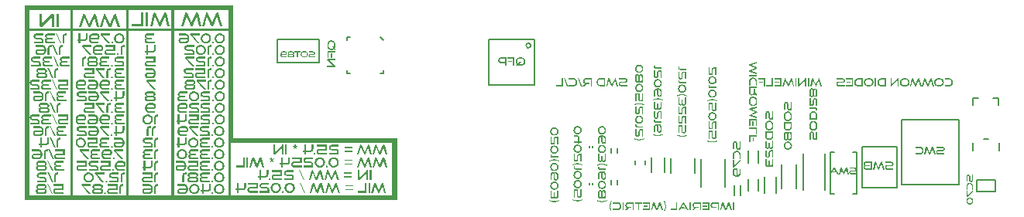
<source format=gbo>
G04 Layer: BottomSilkLayer*
G04 EasyEDA v6.3.43, 2020-06-04T01:39:48+01:00*
G04 c5e8e4d559e34370b9c9d94393fceecd,c23c5ad5fcdd482d9714491510f6a4f3,10*
G04 Gerber Generator version 0.2*
G04 Scale: 100 percent, Rotated: No, Reflected: No *
G04 Dimensions in millimeters *
G04 leading zeros omitted , absolute positions ,3 integer and 3 decimal *
%FSLAX33Y33*%
%MOMM*%
G90*
G71D02*

%ADD59C,0.152400*%
%ADD63C,0.169926*%
%ADD64C,0.150114*%

%LPD*%
G54D63*
G01X81281Y15507D02*
G01X80931Y15507D01*
G01X80931Y15857D01*
G01X84580Y15507D02*
G01X84930Y15507D01*
G01X84930Y15857D01*
G01X80931Y19157D02*
G01X80931Y19507D01*
G01X81281Y19507D01*
G01X84580Y19507D02*
G01X84930Y19157D01*
G54D64*
G01X101432Y19244D02*
G01X101432Y14244D01*
G01X96432Y14244D01*
G01X96432Y19244D01*
G01X101432Y19244D01*
G01X73263Y19251D02*
G01X73263Y16651D01*
G01X77863Y16651D01*
G01X77863Y19251D01*
G01X73263Y19251D01*
G01X149326Y7903D02*
G01X149326Y7044D01*
G01X152171Y7044D02*
G01X152171Y7903D01*
G01X151017Y8284D02*
G01X150480Y8284D01*
G01X151548Y12809D02*
G01X152148Y12809D01*
G01X152148Y12009D01*
G01X149948Y12809D02*
G01X149348Y12809D01*
G01X149348Y12009D01*
G01X151748Y3781D02*
G01X149749Y3781D01*
G01X149749Y2530D01*
G01X151748Y2530D01*
G01X151748Y3781D01*
G01X107769Y7320D02*
G01X107769Y7520D01*
G01X107369Y7320D02*
G01X107369Y7520D01*
G01X110459Y6804D02*
G01X110459Y7304D01*
G01X109758Y6804D02*
G01X109758Y7304D01*
G01X113485Y5506D02*
G01X113485Y5905D01*
G01X112385Y5506D02*
G01X112385Y5905D01*
G01X115590Y4651D02*
G01X115590Y6252D01*
G01X114190Y4651D02*
G01X114190Y6252D01*
G01X116308Y6150D02*
G01X116308Y4550D01*
G01X118908Y6150D02*
G01X118908Y4550D01*
G01X122235Y3062D02*
G01X122235Y6062D01*
G01X119636Y3062D02*
G01X119636Y6062D01*
G01X125899Y2594D02*
G01X125899Y3894D01*
G01X124799Y2594D02*
G01X124799Y3894D01*
G01X123921Y2085D02*
G01X123921Y3185D01*
G01X123220Y3185D02*
G01X123220Y2085D01*
G54D59*
G01X134185Y6888D02*
G01X133735Y6888D01*
G01X133735Y2288D01*
G01X134185Y2288D01*
G01X136185Y2288D02*
G01X136635Y2288D01*
G01X136635Y6888D01*
G01X136185Y6888D01*
G01X141002Y2937D02*
G01X141002Y7458D01*
G01X137192Y2937D02*
G01X137192Y7458D01*
G01X137192Y2936D02*
G01X141002Y2936D01*
G01X137192Y7458D02*
G01X141002Y7458D01*
G01X141548Y10399D02*
G01X141548Y3278D01*
G01X147758Y3278D01*
G01X147758Y10399D01*
G01X141548Y10399D01*
G01X130785Y6715D02*
G01X130785Y2715D01*
G01X133185Y2715D02*
G01X133185Y6715D01*
G54D64*
G01X126509Y4142D02*
G01X126509Y3741D01*
G01X126509Y2342D01*
G01X127808Y4142D02*
G01X127808Y3741D01*
G01X127808Y2342D01*
G54D59*
G01X129978Y5502D02*
G01X129978Y2861D01*
G01X128403Y5502D02*
G01X128403Y2861D01*
G54D64*
G01X107769Y3256D02*
G01X107769Y3456D01*
G01X107369Y3256D02*
G01X107369Y3456D01*
G01X110459Y3325D02*
G01X110459Y3825D01*
G01X109758Y3325D02*
G01X109758Y3825D01*
G01X125899Y5681D02*
G01X125899Y6980D01*
G01X124799Y5681D02*
G01X124799Y6980D01*

%LPD*%
G36*
G01X98955Y16859D02*
G01X98516Y16859D01*
G01X98516Y16724D01*
G01X98955Y16724D01*
G01X98955Y16859D01*
G37*

%LPD*%
G36*
G01X98374Y17235D02*
G01X97759Y17235D01*
G01X97688Y17229D01*
G01X97625Y17213D01*
G01X97571Y17187D01*
G01X97525Y17151D01*
G01X97489Y17107D01*
G01X97463Y17054D01*
G01X97447Y16993D01*
G01X97442Y16925D01*
G01X97447Y16856D01*
G01X97463Y16794D01*
G01X97489Y16740D01*
G01X97525Y16693D01*
G01X97571Y16656D01*
G01X97625Y16628D01*
G01X97688Y16611D01*
G01X97759Y16605D01*
G01X98110Y16605D01*
G01X98110Y16755D01*
G01X97759Y16755D01*
G01X97687Y16766D01*
G01X97634Y16800D01*
G01X97601Y16852D01*
G01X97589Y16920D01*
G01X97601Y16987D01*
G01X97634Y17038D01*
G01X97687Y17071D01*
G01X97759Y17082D01*
G01X98221Y17082D01*
G01X98221Y16364D01*
G01X98374Y16364D01*
G01X98374Y17235D01*
G37*

%LPD*%
G36*
G01X99220Y17235D02*
G01X98478Y17235D01*
G01X98478Y17082D01*
G01X99067Y17082D01*
G01X99067Y16364D01*
G01X99220Y16364D01*
G01X99220Y17235D01*
G37*

%LPD*%
G36*
G01X99982Y17235D02*
G01X99771Y17235D01*
G01X99709Y17231D01*
G01X99652Y17220D01*
G01X99598Y17204D01*
G01X99548Y17180D01*
G01X99503Y17151D01*
G01X99463Y17116D01*
G01X99428Y17077D01*
G01X99399Y17032D01*
G01X99375Y16982D01*
G01X99358Y16928D01*
G01X99348Y16870D01*
G01X99344Y16808D01*
G01X99352Y16716D01*
G01X99376Y16631D01*
G01X99414Y16556D01*
G01X99463Y16491D01*
G01X99301Y16364D01*
G01X99501Y16364D01*
G01X99562Y16414D01*
G01X99610Y16393D01*
G01X99661Y16377D01*
G01X99715Y16367D01*
G01X99771Y16364D01*
G01X99982Y16364D01*
G01X100041Y16368D01*
G01X100098Y16379D01*
G01X100151Y16398D01*
G01X100200Y16423D01*
G01X100245Y16454D01*
G01X100285Y16492D01*
G01X100320Y16534D01*
G01X100350Y16581D01*
G01X100374Y16632D01*
G01X100391Y16688D01*
G01X100402Y16747D01*
G01X100406Y16808D01*
G01X100402Y16870D01*
G01X100391Y16929D01*
G01X100374Y16983D01*
G01X100350Y17033D01*
G01X100320Y17078D01*
G01X100285Y17117D01*
G01X100245Y17152D01*
G01X100200Y17181D01*
G01X100151Y17204D01*
G01X100098Y17221D01*
G01X100041Y17231D01*
G01X99982Y17235D01*
G37*

%LPC*%
G36*
G01X99982Y17082D02*
G01X99771Y17082D01*
G01X99712Y17077D01*
G01X99659Y17061D01*
G01X99613Y17037D01*
G01X99573Y17003D01*
G01X99540Y16962D01*
G01X99516Y16914D01*
G01X99501Y16860D01*
G01X99496Y16800D01*
G01X99502Y16738D01*
G01X99520Y16680D01*
G01X99547Y16630D01*
G01X99583Y16587D01*
G01X99745Y16724D01*
G01X99946Y16724D01*
G01X99695Y16526D01*
G01X99712Y16521D01*
G01X99731Y16518D01*
G01X99750Y16516D01*
G01X99982Y16516D01*
G01X100038Y16521D01*
G01X100090Y16537D01*
G01X100137Y16563D01*
G01X100177Y16597D01*
G01X100209Y16639D01*
G01X100233Y16687D01*
G01X100248Y16741D01*
G01X100253Y16800D01*
G01X100248Y16861D01*
G01X100233Y16915D01*
G01X100209Y16963D01*
G01X100177Y17004D01*
G01X100137Y17037D01*
G01X100090Y17062D01*
G01X100038Y17077D01*
G01X99982Y17082D01*
G37*

%LPD*%

%LPD*%
G36*
G01X79245Y19103D02*
G01X79184Y19107D01*
G01X79122Y19103D01*
G01X79063Y19092D01*
G01X79009Y19075D01*
G01X78959Y19051D01*
G01X78914Y19021D01*
G01X78875Y18986D01*
G01X78840Y18946D01*
G01X78811Y18901D01*
G01X78788Y18852D01*
G01X78771Y18799D01*
G01X78761Y18742D01*
G01X78757Y18683D01*
G01X78757Y18472D01*
G01X78761Y18410D01*
G01X78772Y18353D01*
G01X78788Y18299D01*
G01X78812Y18249D01*
G01X78841Y18204D01*
G01X78876Y18164D01*
G01X78915Y18129D01*
G01X78960Y18100D01*
G01X79010Y18076D01*
G01X79064Y18059D01*
G01X79122Y18049D01*
G01X79184Y18045D01*
G01X79276Y18053D01*
G01X79361Y18077D01*
G01X79436Y18115D01*
G01X79502Y18164D01*
G01X79629Y18002D01*
G01X79629Y18202D01*
G01X79578Y18263D01*
G01X79599Y18311D01*
G01X79615Y18362D01*
G01X79625Y18416D01*
G01X79629Y18472D01*
G01X79629Y18683D01*
G01X79624Y18742D01*
G01X79613Y18799D01*
G01X79594Y18852D01*
G01X79569Y18901D01*
G01X79538Y18946D01*
G01X79500Y18986D01*
G01X79458Y19021D01*
G01X79411Y19051D01*
G01X79360Y19075D01*
G01X79304Y19092D01*
G01X79245Y19103D01*
G37*

%LPC*%
G36*
G01X79251Y18949D02*
G01X79192Y18954D01*
G01X79131Y18949D01*
G01X79077Y18934D01*
G01X79029Y18910D01*
G01X78988Y18878D01*
G01X78955Y18838D01*
G01X78930Y18791D01*
G01X78915Y18739D01*
G01X78910Y18683D01*
G01X78910Y18472D01*
G01X78915Y18413D01*
G01X78931Y18360D01*
G01X78955Y18314D01*
G01X78989Y18274D01*
G01X79030Y18241D01*
G01X79078Y18217D01*
G01X79132Y18202D01*
G01X79192Y18197D01*
G01X79254Y18203D01*
G01X79312Y18221D01*
G01X79362Y18248D01*
G01X79405Y18284D01*
G01X79268Y18446D01*
G01X79268Y18647D01*
G01X79466Y18396D01*
G01X79471Y18413D01*
G01X79474Y18432D01*
G01X79476Y18451D01*
G01X79476Y18683D01*
G01X79471Y18739D01*
G01X79455Y18791D01*
G01X79429Y18838D01*
G01X79395Y18878D01*
G01X79353Y18910D01*
G01X79305Y18934D01*
G01X79251Y18949D01*
G37*

%LPD*%
G36*
G01X79268Y17656D02*
G01X79133Y17656D01*
G01X79133Y17217D01*
G01X79268Y17217D01*
G01X79268Y17656D01*
G37*

%LPD*%
G36*
G01X79629Y17921D02*
G01X78757Y17921D01*
G01X78757Y17179D01*
G01X78910Y17179D01*
G01X78910Y17768D01*
G01X79629Y17768D01*
G01X79629Y17921D01*
G37*

%LPD*%
G36*
G01X79629Y17077D02*
G01X78836Y17077D01*
G01X78798Y17072D01*
G01X78769Y17056D01*
G01X78751Y17032D01*
G01X78745Y17001D01*
G01X78747Y16984D01*
G01X78753Y16968D01*
G01X78763Y16952D01*
G01X78778Y16935D01*
G01X79387Y16320D01*
G01X78750Y16320D01*
G01X78750Y16176D01*
G01X79547Y16176D01*
G01X79586Y16181D01*
G01X79615Y16196D01*
G01X79633Y16219D01*
G01X79639Y16249D01*
G01X79637Y16268D01*
G01X79631Y16286D01*
G01X79620Y16303D01*
G01X79606Y16320D01*
G01X78991Y16932D01*
G01X79629Y16932D01*
G01X79629Y17077D01*
G37*

%LPD*%

%LPD*%
G36*
G01X74155Y17908D02*
G01X73941Y17908D01*
G01X73875Y17903D01*
G01X73817Y17887D01*
G01X73766Y17861D01*
G01X73724Y17824D01*
G01X73689Y17777D01*
G01X73665Y17719D01*
G01X73649Y17651D01*
G01X73644Y17573D01*
G01X73649Y17495D01*
G01X73665Y17428D01*
G01X73689Y17373D01*
G01X73724Y17329D01*
G01X73766Y17295D01*
G01X73817Y17271D01*
G01X73875Y17257D01*
G01X73941Y17253D01*
G01X74269Y17253D01*
G01X74269Y17367D01*
G01X73941Y17367D01*
G01X73874Y17375D01*
G01X73822Y17401D01*
G01X73785Y17445D01*
G01X73764Y17509D01*
G01X74155Y17509D01*
G01X74234Y17520D01*
G01X74292Y17555D01*
G01X74330Y17615D01*
G01X74343Y17702D01*
G01X74330Y17783D01*
G01X74291Y17849D01*
G01X74233Y17892D01*
G01X74155Y17908D01*
G37*

%LPC*%
G36*
G01X74134Y17791D02*
G01X73941Y17791D01*
G01X73867Y17780D01*
G01X73811Y17747D01*
G01X73775Y17689D01*
G01X73759Y17606D01*
G01X74134Y17606D01*
G01X74174Y17611D01*
G01X74202Y17627D01*
G01X74220Y17656D01*
G01X74226Y17697D01*
G01X74220Y17738D01*
G01X74202Y17767D01*
G01X74174Y17785D01*
G01X74134Y17791D01*
G37*

%LPD*%
G36*
G01X74919Y17908D02*
G01X74650Y17908D01*
G01X74564Y17897D01*
G01X74497Y17865D01*
G01X74455Y17811D01*
G01X74439Y17738D01*
G01X74446Y17683D01*
G01X74466Y17642D01*
G01X74494Y17614D01*
G01X74528Y17598D01*
G01X74488Y17578D01*
G01X74456Y17546D01*
G01X74434Y17503D01*
G01X74427Y17451D01*
G01X74442Y17369D01*
G01X74484Y17307D01*
G01X74551Y17267D01*
G01X74637Y17253D01*
G01X74932Y17253D01*
G01X75018Y17267D01*
G01X75085Y17307D01*
G01X75128Y17369D01*
G01X75143Y17451D01*
G01X75135Y17503D01*
G01X75114Y17546D01*
G01X75082Y17578D01*
G01X75041Y17598D01*
G01X75075Y17614D01*
G01X75104Y17642D01*
G01X75123Y17683D01*
G01X75130Y17738D01*
G01X75115Y17811D01*
G01X75072Y17865D01*
G01X75006Y17897D01*
G01X74919Y17908D01*
G37*

%LPC*%
G36*
G01X74927Y17537D02*
G01X74642Y17537D01*
G01X74600Y17531D01*
G01X74568Y17515D01*
G01X74548Y17489D01*
G01X74541Y17453D01*
G01X74551Y17415D01*
G01X74576Y17388D01*
G01X74616Y17372D01*
G01X74665Y17367D01*
G01X74904Y17367D01*
G01X74954Y17372D01*
G01X74994Y17388D01*
G01X75019Y17415D01*
G01X75029Y17453D01*
G01X75022Y17489D01*
G01X75003Y17515D01*
G01X74971Y17531D01*
G01X74927Y17537D01*
G37*
G36*
G01X74899Y17794D02*
G01X74670Y17794D01*
G01X74621Y17789D01*
G01X74585Y17776D01*
G01X74562Y17751D01*
G01X74554Y17712D01*
G01X74559Y17676D01*
G01X74577Y17652D01*
G01X74607Y17638D01*
G01X74650Y17634D01*
G01X74919Y17634D01*
G01X74963Y17638D01*
G01X74992Y17652D01*
G01X75010Y17676D01*
G01X75016Y17712D01*
G01X75008Y17751D01*
G01X74985Y17776D01*
G01X74948Y17789D01*
G01X74899Y17794D01*
G37*

%LPD*%
G36*
G01X75803Y17908D02*
G01X75194Y17908D01*
G01X75194Y17794D01*
G01X75440Y17794D01*
G01X75440Y17253D01*
G01X75554Y17253D01*
G01X75554Y17794D01*
G01X75803Y17794D01*
G01X75803Y17908D01*
G37*

%LPD*%
G36*
G01X76321Y17908D02*
G01X76164Y17908D01*
G01X76095Y17902D01*
G01X76033Y17884D01*
G01X75978Y17856D01*
G01X75931Y17818D01*
G01X75893Y17771D01*
G01X75865Y17716D01*
G01X75847Y17654D01*
G01X75841Y17585D01*
G01X75847Y17517D01*
G01X75865Y17454D01*
G01X75894Y17397D01*
G01X75932Y17349D01*
G01X75979Y17308D01*
G01X76034Y17278D01*
G01X76096Y17259D01*
G01X76164Y17253D01*
G01X76321Y17253D01*
G01X76387Y17259D01*
G01X76448Y17278D01*
G01X76502Y17308D01*
G01X76549Y17349D01*
G01X76587Y17397D01*
G01X76615Y17454D01*
G01X76633Y17517D01*
G01X76639Y17585D01*
G01X76633Y17654D01*
G01X76615Y17717D01*
G01X76587Y17772D01*
G01X76549Y17819D01*
G01X76502Y17857D01*
G01X76448Y17884D01*
G01X76387Y17902D01*
G01X76321Y17908D01*
G37*

%LPC*%
G36*
G01X76321Y17794D02*
G01X76164Y17794D01*
G01X76080Y17778D01*
G01X76014Y17734D01*
G01X75971Y17666D01*
G01X75956Y17580D01*
G01X75971Y17495D01*
G01X76014Y17428D01*
G01X76080Y17383D01*
G01X76164Y17367D01*
G01X76321Y17367D01*
G01X76404Y17383D01*
G01X76468Y17428D01*
G01X76510Y17495D01*
G01X76525Y17580D01*
G01X76509Y17666D01*
G01X76467Y17734D01*
G01X76403Y17778D01*
G01X76321Y17794D01*
G37*

%LPD*%
G36*
G01X77221Y17908D02*
G01X76751Y17908D01*
G01X76751Y17794D01*
G01X77221Y17794D01*
G01X77256Y17788D01*
G01X77283Y17772D01*
G01X77299Y17746D01*
G01X77304Y17712D01*
G01X77298Y17680D01*
G01X77282Y17655D01*
G01X77256Y17639D01*
G01X77223Y17634D01*
G01X76923Y17634D01*
G01X76835Y17622D01*
G01X76770Y17586D01*
G01X76731Y17526D01*
G01X76718Y17443D01*
G01X76730Y17367D01*
G01X76769Y17307D01*
G01X76833Y17267D01*
G01X76923Y17253D01*
G01X77414Y17253D01*
G01X77414Y17367D01*
G01X76923Y17367D01*
G01X76882Y17373D01*
G01X76851Y17390D01*
G01X76833Y17417D01*
G01X76827Y17453D01*
G01X76833Y17490D01*
G01X76851Y17516D01*
G01X76882Y17532D01*
G01X76923Y17537D01*
G01X77223Y17537D01*
G01X77306Y17551D01*
G01X77369Y17590D01*
G01X77410Y17648D01*
G01X77424Y17722D01*
G01X77411Y17797D01*
G01X77372Y17855D01*
G01X77308Y17894D01*
G01X77221Y17908D01*
G37*

%LPD*%

%LPD*%
G36*
G01X148865Y4368D02*
G01X148821Y4372D01*
G01X148777Y4369D01*
G01X148738Y4357D01*
G01X148702Y4340D01*
G01X148672Y4314D01*
G01X148647Y4282D01*
G01X148628Y4244D01*
G01X148616Y4198D01*
G01X148612Y4146D01*
G01X148612Y3615D01*
G01X148742Y3615D01*
G01X148742Y4146D01*
G01X148749Y4185D01*
G01X148767Y4214D01*
G01X148795Y4231D01*
G01X148833Y4238D01*
G01X148871Y4231D01*
G01X148899Y4213D01*
G01X148916Y4184D01*
G01X148922Y4146D01*
G01X148922Y3808D01*
G01X148925Y3755D01*
G01X148935Y3709D01*
G01X148952Y3669D01*
G01X148975Y3637D01*
G01X149005Y3611D01*
G01X149041Y3592D01*
G01X149085Y3581D01*
G01X149136Y3577D01*
G01X149181Y3581D01*
G01X149222Y3591D01*
G01X149259Y3609D01*
G01X149290Y3635D01*
G01X149316Y3667D01*
G01X149335Y3707D01*
G01X149347Y3754D01*
G01X149352Y3808D01*
G01X149352Y4362D01*
G01X149222Y4362D01*
G01X149222Y3808D01*
G01X149215Y3762D01*
G01X149196Y3728D01*
G01X149165Y3707D01*
G01X149125Y3699D01*
G01X149084Y3707D01*
G01X149055Y3728D01*
G01X149037Y3762D01*
G01X149031Y3808D01*
G01X149031Y4146D01*
G01X149027Y4196D01*
G01X149016Y4240D01*
G01X148997Y4279D01*
G01X148972Y4312D01*
G01X148941Y4338D01*
G01X148905Y4356D01*
G01X148865Y4368D01*
G37*

%LPD*%
G36*
G01X149028Y3485D02*
G01X148976Y3488D01*
G01X148897Y3481D01*
G01X148827Y3461D01*
G01X148765Y3429D01*
G01X148712Y3386D01*
G01X148670Y3334D01*
G01X148638Y3273D01*
G01X148619Y3204D01*
G01X148612Y3130D01*
G01X148612Y2729D01*
G01X148742Y2729D01*
G01X148742Y3130D01*
G01X148746Y3178D01*
G01X148760Y3222D01*
G01X148781Y3261D01*
G01X148809Y3294D01*
G01X148844Y3321D01*
G01X148885Y3341D01*
G01X148930Y3354D01*
G01X148981Y3359D01*
G01X149031Y3354D01*
G01X149077Y3341D01*
G01X149118Y3321D01*
G01X149154Y3294D01*
G01X149182Y3261D01*
G01X149204Y3222D01*
G01X149217Y3178D01*
G01X149222Y3130D01*
G01X149222Y2729D01*
G01X149352Y2729D01*
G01X149352Y3130D01*
G01X149348Y3180D01*
G01X149338Y3228D01*
G01X149323Y3273D01*
G01X149301Y3315D01*
G01X149275Y3352D01*
G01X149244Y3386D01*
G01X149208Y3416D01*
G01X149168Y3441D01*
G01X149124Y3461D01*
G01X149078Y3476D01*
G01X149028Y3485D01*
G37*

%LPD*%
G36*
G01X148742Y2645D02*
G01X148612Y2645D01*
G01X148612Y2023D01*
G01X148617Y1986D01*
G01X148631Y1961D01*
G01X148650Y1946D01*
G01X148673Y1941D01*
G01X148688Y1942D01*
G01X148703Y1946D01*
G01X148718Y1954D01*
G01X148734Y1967D01*
G01X149352Y2470D01*
G01X149352Y2637D01*
G01X148742Y2134D01*
G01X148742Y2645D01*
G37*

%LPD*%
G36*
G01X149028Y1874D02*
G01X148976Y1878D01*
G01X148922Y1874D01*
G01X148872Y1865D01*
G01X148826Y1848D01*
G01X148783Y1827D01*
G01X148743Y1800D01*
G01X148708Y1768D01*
G01X148678Y1732D01*
G01X148652Y1691D01*
G01X148632Y1646D01*
G01X148617Y1598D01*
G01X148608Y1548D01*
G01X148605Y1494D01*
G01X148608Y1442D01*
G01X148617Y1392D01*
G01X148632Y1345D01*
G01X148652Y1301D01*
G01X148678Y1260D01*
G01X148708Y1224D01*
G01X148743Y1192D01*
G01X148783Y1165D01*
G01X148826Y1143D01*
G01X148872Y1127D01*
G01X148922Y1117D01*
G01X148976Y1113D01*
G01X149028Y1117D01*
G01X149078Y1127D01*
G01X149126Y1143D01*
G01X149171Y1165D01*
G01X149212Y1192D01*
G01X149248Y1224D01*
G01X149281Y1260D01*
G01X149309Y1301D01*
G01X149331Y1345D01*
G01X149348Y1392D01*
G01X149358Y1442D01*
G01X149362Y1494D01*
G01X149358Y1548D01*
G01X149348Y1598D01*
G01X149331Y1646D01*
G01X149309Y1691D01*
G01X149281Y1732D01*
G01X149248Y1768D01*
G01X149212Y1800D01*
G01X149171Y1827D01*
G01X149126Y1848D01*
G01X149078Y1865D01*
G01X149028Y1874D01*
G37*

%LPC*%
G36*
G01X149032Y1744D02*
G01X148981Y1748D01*
G01X148929Y1744D01*
G01X148882Y1732D01*
G01X148840Y1711D01*
G01X148804Y1682D01*
G01X148775Y1646D01*
G01X148753Y1603D01*
G01X148739Y1552D01*
G01X148734Y1494D01*
G01X148739Y1437D01*
G01X148753Y1388D01*
G01X148775Y1344D01*
G01X148804Y1308D01*
G01X148840Y1280D01*
G01X148882Y1260D01*
G01X148929Y1247D01*
G01X148981Y1243D01*
G01X149032Y1247D01*
G01X149080Y1260D01*
G01X149123Y1280D01*
G01X149160Y1309D01*
G01X149190Y1345D01*
G01X149213Y1389D01*
G01X149227Y1439D01*
G01X149232Y1497D01*
G01X149227Y1554D01*
G01X149213Y1604D01*
G01X149190Y1647D01*
G01X149160Y1683D01*
G01X149123Y1711D01*
G01X149080Y1732D01*
G01X149032Y1744D01*
G37*

%LPD*%

%LPD*%
G36*
G01X103630Y9578D02*
G01X103568Y9582D01*
G01X103506Y9578D01*
G01X103447Y9566D01*
G01X103391Y9547D01*
G01X103340Y9521D01*
G01X103294Y9490D01*
G01X103252Y9452D01*
G01X103216Y9409D01*
G01X103185Y9361D01*
G01X103161Y9308D01*
G01X103143Y9252D01*
G01X103132Y9193D01*
G01X103129Y9130D01*
G01X103132Y9067D01*
G01X103143Y9008D01*
G01X103161Y8952D01*
G01X103185Y8899D01*
G01X103216Y8852D01*
G01X103252Y8808D01*
G01X103294Y8770D01*
G01X103340Y8738D01*
G01X103391Y8713D01*
G01X103447Y8693D01*
G01X103506Y8682D01*
G01X103568Y8677D01*
G01X103630Y8682D01*
G01X103690Y8693D01*
G01X103746Y8713D01*
G01X103799Y8738D01*
G01X103847Y8770D01*
G01X103891Y8808D01*
G01X103929Y8852D01*
G01X103961Y8899D01*
G01X103987Y8952D01*
G01X104006Y9008D01*
G01X104019Y9067D01*
G01X104023Y9130D01*
G01X104019Y9193D01*
G01X104006Y9252D01*
G01X103987Y9308D01*
G01X103961Y9361D01*
G01X103929Y9409D01*
G01X103891Y9452D01*
G01X103847Y9490D01*
G01X103799Y9521D01*
G01X103746Y9547D01*
G01X103690Y9566D01*
G01X103630Y9578D01*
G37*

%LPC*%
G36*
G01X103637Y9424D02*
G01X103576Y9429D01*
G01X103514Y9424D01*
G01X103458Y9409D01*
G01X103408Y9386D01*
G01X103366Y9352D01*
G01X103331Y9309D01*
G01X103305Y9258D01*
G01X103289Y9198D01*
G01X103284Y9130D01*
G01X103289Y9062D01*
G01X103305Y9003D01*
G01X103331Y8951D01*
G01X103366Y8908D01*
G01X103408Y8875D01*
G01X103458Y8850D01*
G01X103514Y8835D01*
G01X103576Y8830D01*
G01X103637Y8835D01*
G01X103692Y8850D01*
G01X103743Y8875D01*
G01X103786Y8909D01*
G01X103821Y8952D01*
G01X103848Y9004D01*
G01X103865Y9064D01*
G01X103870Y9132D01*
G01X103865Y9200D01*
G01X103848Y9259D01*
G01X103821Y9310D01*
G01X103786Y9352D01*
G01X103743Y9386D01*
G01X103692Y9409D01*
G01X103637Y9424D01*
G37*

%LPD*%
G36*
G01X104013Y8550D02*
G01X103756Y8550D01*
G01X103697Y8546D01*
G01X103646Y8533D01*
G01X103603Y8512D01*
G01X103567Y8482D01*
G01X103540Y8444D01*
G01X103520Y8398D01*
G01X103509Y8345D01*
G01X103505Y8284D01*
G01X103505Y7966D01*
G01X103497Y7922D01*
G01X103477Y7887D01*
G01X103445Y7865D01*
G01X103400Y7857D01*
G01X103356Y7865D01*
G01X103322Y7886D01*
G01X103301Y7920D01*
G01X103294Y7966D01*
G01X103294Y8543D01*
G01X103141Y8543D01*
G01X103141Y7966D01*
G01X103146Y7905D01*
G01X103160Y7852D01*
G01X103181Y7806D01*
G01X103211Y7768D01*
G01X103246Y7738D01*
G01X103288Y7717D01*
G01X103334Y7704D01*
G01X103385Y7700D01*
G01X103437Y7704D01*
G01X103485Y7718D01*
G01X103527Y7740D01*
G01X103564Y7771D01*
G01X103593Y7809D01*
G01X103616Y7855D01*
G01X103629Y7907D01*
G01X103634Y7966D01*
G01X103634Y8284D01*
G01X103641Y8338D01*
G01X103662Y8376D01*
G01X103697Y8400D01*
G01X103746Y8408D01*
G01X103860Y8408D01*
G01X103860Y7715D01*
G01X104013Y7715D01*
G01X104013Y8550D01*
G37*

%LPD*%
G36*
G01X103630Y7581D02*
G01X103568Y7585D01*
G01X103506Y7581D01*
G01X103447Y7570D01*
G01X103391Y7551D01*
G01X103340Y7525D01*
G01X103294Y7493D01*
G01X103252Y7455D01*
G01X103216Y7413D01*
G01X103185Y7364D01*
G01X103161Y7312D01*
G01X103143Y7256D01*
G01X103132Y7196D01*
G01X103129Y7133D01*
G01X103132Y7071D01*
G01X103143Y7011D01*
G01X103161Y6955D01*
G01X103185Y6903D01*
G01X103216Y6855D01*
G01X103252Y6812D01*
G01X103294Y6774D01*
G01X103340Y6742D01*
G01X103391Y6716D01*
G01X103447Y6697D01*
G01X103506Y6685D01*
G01X103568Y6681D01*
G01X103630Y6685D01*
G01X103690Y6697D01*
G01X103746Y6716D01*
G01X103799Y6742D01*
G01X103847Y6774D01*
G01X103891Y6812D01*
G01X103929Y6855D01*
G01X103961Y6903D01*
G01X103987Y6955D01*
G01X104006Y7011D01*
G01X104019Y7071D01*
G01X104023Y7133D01*
G01X104019Y7196D01*
G01X104006Y7256D01*
G01X103987Y7312D01*
G01X103961Y7364D01*
G01X103929Y7413D01*
G01X103891Y7455D01*
G01X103847Y7493D01*
G01X103799Y7525D01*
G01X103746Y7551D01*
G01X103690Y7570D01*
G01X103630Y7581D01*
G37*

%LPC*%
G36*
G01X103637Y7428D02*
G01X103576Y7433D01*
G01X103514Y7428D01*
G01X103458Y7413D01*
G01X103408Y7389D01*
G01X103366Y7356D01*
G01X103331Y7313D01*
G01X103305Y7261D01*
G01X103289Y7201D01*
G01X103284Y7133D01*
G01X103289Y7067D01*
G01X103305Y7007D01*
G01X103331Y6956D01*
G01X103366Y6914D01*
G01X103408Y6881D01*
G01X103458Y6856D01*
G01X103514Y6841D01*
G01X103576Y6836D01*
G01X103637Y6841D01*
G01X103692Y6856D01*
G01X103743Y6880D01*
G01X103786Y6913D01*
G01X103821Y6956D01*
G01X103848Y7007D01*
G01X103865Y7068D01*
G01X103870Y7136D01*
G01X103865Y7203D01*
G01X103848Y7263D01*
G01X103821Y7313D01*
G01X103786Y7356D01*
G01X103743Y7389D01*
G01X103692Y7413D01*
G01X103637Y7428D01*
G37*

%LPD*%
G36*
G01X103294Y6602D02*
G01X103141Y6602D01*
G01X103141Y6518D01*
G01X103146Y6456D01*
G01X103161Y6402D01*
G01X103184Y6355D01*
G01X103216Y6316D01*
G01X103257Y6285D01*
G01X103305Y6262D01*
G01X103362Y6249D01*
G01X103426Y6244D01*
G01X104013Y6244D01*
G01X104013Y6397D01*
G01X103426Y6397D01*
G01X103369Y6405D01*
G01X103327Y6428D01*
G01X103302Y6466D01*
G01X103294Y6518D01*
G01X103294Y6602D01*
G37*

%LPD*%
G36*
G01X103635Y6054D02*
G01X103568Y6056D01*
G01X103501Y6054D01*
G01X103435Y6049D01*
G01X103369Y6039D01*
G01X103303Y6025D01*
G01X103235Y6007D01*
G01X103166Y5986D01*
G01X103095Y5960D01*
G01X103022Y5929D01*
G01X103022Y5820D01*
G01X103100Y5853D01*
G01X103174Y5881D01*
G01X103245Y5905D01*
G01X103314Y5925D01*
G01X103380Y5940D01*
G01X103444Y5951D01*
G01X103507Y5958D01*
G01X103568Y5960D01*
G01X103629Y5958D01*
G01X103692Y5952D01*
G01X103757Y5941D01*
G01X103824Y5927D01*
G01X103893Y5907D01*
G01X103965Y5882D01*
G01X104040Y5852D01*
G01X104119Y5817D01*
G01X104119Y5927D01*
G01X104045Y5959D01*
G01X103973Y5986D01*
G01X103903Y6008D01*
G01X103835Y6026D01*
G01X103768Y6039D01*
G01X103701Y6049D01*
G01X103635Y6054D01*
G37*

%LPD*%
G36*
G01X103630Y5689D02*
G01X103568Y5693D01*
G01X103506Y5689D01*
G01X103447Y5677D01*
G01X103391Y5658D01*
G01X103340Y5632D01*
G01X103294Y5600D01*
G01X103252Y5562D01*
G01X103216Y5518D01*
G01X103185Y5470D01*
G01X103161Y5418D01*
G01X103143Y5361D01*
G01X103132Y5301D01*
G01X103129Y5238D01*
G01X103132Y5176D01*
G01X103143Y5116D01*
G01X103161Y5061D01*
G01X103185Y5008D01*
G01X103216Y4960D01*
G01X103252Y4917D01*
G01X103294Y4879D01*
G01X103340Y4847D01*
G01X103391Y4821D01*
G01X103447Y4802D01*
G01X103506Y4790D01*
G01X103568Y4786D01*
G01X103630Y4790D01*
G01X103690Y4802D01*
G01X103746Y4821D01*
G01X103799Y4847D01*
G01X103847Y4879D01*
G01X103891Y4917D01*
G01X103929Y4960D01*
G01X103961Y5008D01*
G01X103987Y5061D01*
G01X104006Y5116D01*
G01X104019Y5176D01*
G01X104023Y5238D01*
G01X104019Y5301D01*
G01X104006Y5361D01*
G01X103987Y5418D01*
G01X103961Y5470D01*
G01X103929Y5518D01*
G01X103891Y5562D01*
G01X103847Y5600D01*
G01X103799Y5632D01*
G01X103746Y5658D01*
G01X103690Y5677D01*
G01X103630Y5689D01*
G37*

%LPC*%
G36*
G01X103637Y5535D02*
G01X103576Y5541D01*
G01X103514Y5535D01*
G01X103458Y5520D01*
G01X103408Y5496D01*
G01X103366Y5462D01*
G01X103331Y5419D01*
G01X103305Y5367D01*
G01X103289Y5307D01*
G01X103284Y5238D01*
G01X103289Y5172D01*
G01X103305Y5112D01*
G01X103331Y5062D01*
G01X103366Y5019D01*
G01X103408Y4986D01*
G01X103458Y4961D01*
G01X103514Y4946D01*
G01X103576Y4941D01*
G01X103637Y4946D01*
G01X103692Y4961D01*
G01X103743Y4985D01*
G01X103786Y5018D01*
G01X103821Y5061D01*
G01X103848Y5112D01*
G01X103865Y5173D01*
G01X103870Y5241D01*
G01X103865Y5308D01*
G01X103848Y5368D01*
G01X103821Y5419D01*
G01X103786Y5462D01*
G01X103743Y5496D01*
G01X103692Y5521D01*
G01X103637Y5535D01*
G37*

%LPD*%
G36*
G01X103639Y4684D02*
G01X103568Y4687D01*
G01X103497Y4684D01*
G01X103433Y4675D01*
G01X103376Y4660D01*
G01X103325Y4639D01*
G01X103281Y4613D01*
G01X103243Y4581D01*
G01X103211Y4545D01*
G01X103186Y4503D01*
G01X103166Y4456D01*
G01X103152Y4406D01*
G01X103144Y4350D01*
G01X103141Y4291D01*
G01X103141Y3791D01*
G01X103294Y3791D01*
G01X103294Y4291D01*
G01X103297Y4340D01*
G01X103306Y4383D01*
G01X103322Y4422D01*
G01X103344Y4455D01*
G01X103373Y4482D01*
G01X103410Y4504D01*
G01X103453Y4520D01*
G01X103505Y4530D01*
G01X103505Y4019D01*
G01X103508Y3960D01*
G01X103519Y3907D01*
G01X103537Y3862D01*
G01X103562Y3824D01*
G01X103596Y3795D01*
G01X103639Y3773D01*
G01X103689Y3760D01*
G01X103748Y3755D01*
G01X103808Y3760D01*
G01X103860Y3773D01*
G01X103906Y3795D01*
G01X103943Y3825D01*
G01X103973Y3863D01*
G01X103995Y3908D01*
G01X104008Y3960D01*
G01X104013Y4019D01*
G01X104013Y4291D01*
G01X104009Y4350D01*
G01X104000Y4406D01*
G01X103985Y4456D01*
G01X103963Y4503D01*
G01X103936Y4545D01*
G01X103902Y4581D01*
G01X103862Y4613D01*
G01X103815Y4639D01*
G01X103763Y4660D01*
G01X103704Y4675D01*
G01X103639Y4684D01*
G37*

%LPC*%
G36*
G01X103689Y4523D02*
G01X103634Y4532D01*
G01X103634Y4034D01*
G01X103641Y3976D01*
G01X103661Y3934D01*
G01X103694Y3908D01*
G01X103741Y3900D01*
G01X103792Y3908D01*
G01X103829Y3935D01*
G01X103852Y3977D01*
G01X103860Y4034D01*
G01X103860Y4291D01*
G01X103857Y4341D01*
G01X103847Y4385D01*
G01X103830Y4424D01*
G01X103806Y4458D01*
G01X103775Y4486D01*
G01X103736Y4508D01*
G01X103689Y4523D01*
G37*

%LPD*%
G36*
G01X103630Y3637D02*
G01X103568Y3641D01*
G01X103506Y3637D01*
G01X103447Y3625D01*
G01X103391Y3606D01*
G01X103340Y3580D01*
G01X103294Y3548D01*
G01X103252Y3510D01*
G01X103216Y3466D01*
G01X103185Y3419D01*
G01X103161Y3366D01*
G01X103143Y3310D01*
G01X103132Y3251D01*
G01X103129Y3189D01*
G01X103132Y3126D01*
G01X103143Y3066D01*
G01X103161Y3009D01*
G01X103185Y2957D01*
G01X103216Y2909D01*
G01X103252Y2865D01*
G01X103294Y2827D01*
G01X103340Y2795D01*
G01X103391Y2769D01*
G01X103447Y2750D01*
G01X103506Y2738D01*
G01X103568Y2734D01*
G01X103630Y2738D01*
G01X103690Y2750D01*
G01X103746Y2769D01*
G01X103799Y2795D01*
G01X103847Y2827D01*
G01X103891Y2865D01*
G01X103929Y2909D01*
G01X103961Y2957D01*
G01X103987Y3009D01*
G01X104006Y3066D01*
G01X104019Y3126D01*
G01X104023Y3189D01*
G01X104019Y3251D01*
G01X104006Y3310D01*
G01X103987Y3366D01*
G01X103961Y3419D01*
G01X103929Y3466D01*
G01X103891Y3510D01*
G01X103847Y3548D01*
G01X103799Y3580D01*
G01X103746Y3606D01*
G01X103690Y3625D01*
G01X103630Y3637D01*
G37*

%LPC*%
G36*
G01X103637Y3483D02*
G01X103576Y3488D01*
G01X103514Y3483D01*
G01X103458Y3468D01*
G01X103408Y3444D01*
G01X103366Y3410D01*
G01X103331Y3367D01*
G01X103305Y3316D01*
G01X103289Y3256D01*
G01X103284Y3189D01*
G01X103289Y3121D01*
G01X103305Y3062D01*
G01X103331Y3010D01*
G01X103366Y2967D01*
G01X103408Y2934D01*
G01X103458Y2909D01*
G01X103514Y2894D01*
G01X103576Y2889D01*
G01X103637Y2894D01*
G01X103692Y2909D01*
G01X103743Y2932D01*
G01X103786Y2966D01*
G01X103821Y3009D01*
G01X103848Y3060D01*
G01X103865Y3120D01*
G01X103870Y3189D01*
G01X103865Y3256D01*
G01X103848Y3316D01*
G01X103821Y3367D01*
G01X103786Y3410D01*
G01X103743Y3444D01*
G01X103692Y3468D01*
G01X103637Y3483D01*
G37*

%LPD*%
G36*
G01X104013Y2630D02*
G01X103860Y2630D01*
G01X103860Y2068D01*
G01X103852Y2002D01*
G01X103831Y1951D01*
G01X103795Y1918D01*
G01X103746Y1906D01*
G01X103697Y1914D01*
G01X103662Y1939D01*
G01X103641Y1981D01*
G01X103634Y2038D01*
G01X103634Y2424D01*
G01X103505Y2424D01*
G01X103505Y2048D01*
G01X103498Y1992D01*
G01X103480Y1952D01*
G01X103448Y1929D01*
G01X103400Y1921D01*
G01X103349Y1931D01*
G01X103316Y1962D01*
G01X103297Y2011D01*
G01X103291Y2079D01*
G01X103291Y2625D01*
G01X103141Y2625D01*
G01X103141Y2048D01*
G01X103145Y1988D01*
G01X103156Y1934D01*
G01X103173Y1886D01*
G01X103198Y1845D01*
G01X103229Y1813D01*
G01X103268Y1789D01*
G01X103313Y1774D01*
G01X103365Y1769D01*
G01X103438Y1778D01*
G01X103493Y1804D01*
G01X103530Y1841D01*
G01X103553Y1888D01*
G01X103580Y1833D01*
G01X103622Y1790D01*
G01X103679Y1761D01*
G01X103748Y1751D01*
G01X103805Y1756D01*
G01X103856Y1771D01*
G01X103901Y1795D01*
G01X103939Y1827D01*
G01X103970Y1868D01*
G01X103993Y1916D01*
G01X104007Y1971D01*
G01X104013Y2033D01*
G01X104013Y2630D01*
G37*

%LPD*%
G36*
G01X104119Y1510D02*
G01X104119Y1616D01*
G01X104040Y1581D01*
G01X103965Y1552D01*
G01X103893Y1527D01*
G01X103824Y1508D01*
G01X103757Y1494D01*
G01X103692Y1484D01*
G01X103629Y1479D01*
G01X103568Y1477D01*
G01X103507Y1479D01*
G01X103444Y1485D01*
G01X103380Y1495D01*
G01X103314Y1510D01*
G01X103245Y1529D01*
G01X103174Y1553D01*
G01X103100Y1581D01*
G01X103022Y1614D01*
G01X103022Y1507D01*
G01X103095Y1477D01*
G01X103166Y1450D01*
G01X103235Y1428D01*
G01X103303Y1410D01*
G01X103369Y1396D01*
G01X103435Y1386D01*
G01X103501Y1380D01*
G01X103568Y1378D01*
G01X103635Y1380D01*
G01X103701Y1385D01*
G01X103768Y1394D01*
G01X103835Y1408D01*
G01X103903Y1426D01*
G01X103973Y1449D01*
G01X104045Y1477D01*
G01X104119Y1510D01*
G37*

%LPD*%

%LPD*%
G36*
G01X106170Y9705D02*
G01X106108Y9709D01*
G01X106046Y9705D01*
G01X105987Y9693D01*
G01X105931Y9674D01*
G01X105880Y9648D01*
G01X105834Y9617D01*
G01X105792Y9579D01*
G01X105756Y9536D01*
G01X105725Y9488D01*
G01X105701Y9435D01*
G01X105683Y9379D01*
G01X105672Y9320D01*
G01X105669Y9257D01*
G01X105672Y9194D01*
G01X105683Y9135D01*
G01X105701Y9079D01*
G01X105725Y9026D01*
G01X105756Y8979D01*
G01X105792Y8935D01*
G01X105834Y8897D01*
G01X105880Y8865D01*
G01X105931Y8840D01*
G01X105987Y8820D01*
G01X106046Y8809D01*
G01X106108Y8804D01*
G01X106170Y8809D01*
G01X106230Y8820D01*
G01X106286Y8840D01*
G01X106339Y8865D01*
G01X106387Y8897D01*
G01X106431Y8935D01*
G01X106469Y8979D01*
G01X106501Y9026D01*
G01X106527Y9079D01*
G01X106546Y9135D01*
G01X106559Y9194D01*
G01X106563Y9257D01*
G01X106559Y9320D01*
G01X106546Y9379D01*
G01X106527Y9435D01*
G01X106501Y9488D01*
G01X106469Y9536D01*
G01X106431Y9579D01*
G01X106387Y9617D01*
G01X106339Y9648D01*
G01X106286Y9674D01*
G01X106230Y9693D01*
G01X106170Y9705D01*
G37*

%LPC*%
G36*
G01X106177Y9551D02*
G01X106116Y9556D01*
G01X106054Y9551D01*
G01X105998Y9536D01*
G01X105948Y9513D01*
G01X105906Y9479D01*
G01X105871Y9436D01*
G01X105845Y9385D01*
G01X105829Y9325D01*
G01X105824Y9257D01*
G01X105829Y9189D01*
G01X105845Y9130D01*
G01X105871Y9078D01*
G01X105906Y9035D01*
G01X105948Y9002D01*
G01X105998Y8977D01*
G01X106054Y8962D01*
G01X106116Y8957D01*
G01X106177Y8962D01*
G01X106232Y8977D01*
G01X106283Y9002D01*
G01X106326Y9036D01*
G01X106361Y9079D01*
G01X106388Y9131D01*
G01X106405Y9191D01*
G01X106410Y9259D01*
G01X106405Y9327D01*
G01X106388Y9386D01*
G01X106361Y9437D01*
G01X106326Y9479D01*
G01X106283Y9513D01*
G01X106232Y9536D01*
G01X106177Y9551D01*
G37*

%LPD*%
G36*
G01X106039Y8695D02*
G01X105681Y8695D01*
G01X105681Y8543D01*
G01X106039Y8543D01*
G01X106102Y8535D01*
G01X106144Y8510D01*
G01X106167Y8469D01*
G01X106174Y8411D01*
G01X106174Y8048D01*
G01X105681Y8048D01*
G01X105681Y7895D01*
G01X106174Y7895D01*
G01X106174Y7771D01*
G01X106319Y7771D01*
G01X106319Y7895D01*
G01X106553Y7895D01*
G01X106553Y8048D01*
G01X106319Y8048D01*
G01X106319Y8411D01*
G01X106315Y8475D01*
G01X106302Y8531D01*
G01X106281Y8580D01*
G01X106252Y8621D01*
G01X106213Y8653D01*
G01X106164Y8676D01*
G01X106107Y8690D01*
G01X106039Y8695D01*
G37*

%LPD*%
G36*
G01X106170Y7685D02*
G01X106108Y7689D01*
G01X106046Y7685D01*
G01X105987Y7674D01*
G01X105931Y7655D01*
G01X105880Y7629D01*
G01X105834Y7597D01*
G01X105792Y7559D01*
G01X105756Y7517D01*
G01X105725Y7468D01*
G01X105701Y7416D01*
G01X105683Y7360D01*
G01X105672Y7300D01*
G01X105669Y7237D01*
G01X105672Y7175D01*
G01X105683Y7115D01*
G01X105701Y7059D01*
G01X105725Y7007D01*
G01X105756Y6959D01*
G01X105792Y6916D01*
G01X105834Y6878D01*
G01X105880Y6846D01*
G01X105931Y6820D01*
G01X105987Y6801D01*
G01X106046Y6789D01*
G01X106108Y6785D01*
G01X106170Y6789D01*
G01X106230Y6801D01*
G01X106286Y6820D01*
G01X106339Y6846D01*
G01X106387Y6878D01*
G01X106431Y6916D01*
G01X106469Y6959D01*
G01X106501Y7007D01*
G01X106527Y7059D01*
G01X106546Y7115D01*
G01X106559Y7175D01*
G01X106563Y7237D01*
G01X106559Y7300D01*
G01X106546Y7360D01*
G01X106527Y7416D01*
G01X106501Y7468D01*
G01X106469Y7517D01*
G01X106431Y7559D01*
G01X106387Y7597D01*
G01X106339Y7629D01*
G01X106286Y7655D01*
G01X106230Y7674D01*
G01X106170Y7685D01*
G37*

%LPC*%
G36*
G01X106177Y7532D02*
G01X106116Y7537D01*
G01X106054Y7532D01*
G01X105998Y7517D01*
G01X105948Y7493D01*
G01X105906Y7459D01*
G01X105871Y7417D01*
G01X105845Y7365D01*
G01X105829Y7305D01*
G01X105824Y7237D01*
G01X105829Y7170D01*
G01X105845Y7110D01*
G01X105871Y7059D01*
G01X105906Y7016D01*
G01X105948Y6982D01*
G01X105998Y6957D01*
G01X106054Y6943D01*
G01X106116Y6938D01*
G01X106177Y6943D01*
G01X106232Y6957D01*
G01X106283Y6982D01*
G01X106326Y7016D01*
G01X106361Y7059D01*
G01X106388Y7110D01*
G01X106405Y7170D01*
G01X106410Y7237D01*
G01X106405Y7305D01*
G01X106388Y7365D01*
G01X106361Y7417D01*
G01X106326Y7459D01*
G01X106283Y7493D01*
G01X106232Y7517D01*
G01X106177Y7532D01*
G37*

%LPD*%
G36*
G01X106553Y6658D02*
G01X106296Y6658D01*
G01X106237Y6654D01*
G01X106186Y6641D01*
G01X106143Y6619D01*
G01X106107Y6589D01*
G01X106080Y6551D01*
G01X106060Y6505D01*
G01X106049Y6451D01*
G01X106045Y6389D01*
G01X106045Y6074D01*
G01X106037Y6029D01*
G01X106017Y5995D01*
G01X105985Y5972D01*
G01X105940Y5965D01*
G01X105896Y5972D01*
G01X105862Y5994D01*
G01X105841Y6028D01*
G01X105834Y6074D01*
G01X105834Y6651D01*
G01X105681Y6651D01*
G01X105681Y6074D01*
G01X105686Y6013D01*
G01X105700Y5960D01*
G01X105721Y5913D01*
G01X105751Y5876D01*
G01X105786Y5846D01*
G01X105828Y5825D01*
G01X105874Y5812D01*
G01X105925Y5807D01*
G01X105977Y5812D01*
G01X106025Y5826D01*
G01X106067Y5847D01*
G01X106104Y5878D01*
G01X106133Y5916D01*
G01X106156Y5962D01*
G01X106169Y6015D01*
G01X106174Y6074D01*
G01X106174Y6389D01*
G01X106181Y6444D01*
G01X106202Y6484D01*
G01X106237Y6508D01*
G01X106286Y6516D01*
G01X106400Y6516D01*
G01X106400Y5820D01*
G01X106553Y5820D01*
G01X106553Y6658D01*
G37*

%LPD*%
G36*
G01X106175Y5630D02*
G01X106108Y5632D01*
G01X106041Y5630D01*
G01X105975Y5624D01*
G01X105909Y5614D01*
G01X105843Y5600D01*
G01X105775Y5582D01*
G01X105706Y5560D01*
G01X105635Y5534D01*
G01X105562Y5505D01*
G01X105562Y5393D01*
G01X105640Y5427D01*
G01X105714Y5456D01*
G01X105785Y5481D01*
G01X105854Y5500D01*
G01X105920Y5516D01*
G01X105984Y5527D01*
G01X106047Y5533D01*
G01X106108Y5535D01*
G01X106169Y5533D01*
G01X106232Y5527D01*
G01X106297Y5517D01*
G01X106364Y5502D01*
G01X106433Y5483D01*
G01X106505Y5458D01*
G01X106580Y5428D01*
G01X106659Y5393D01*
G01X106659Y5500D01*
G01X106585Y5532D01*
G01X106513Y5560D01*
G01X106443Y5583D01*
G01X106375Y5601D01*
G01X106308Y5615D01*
G01X106241Y5624D01*
G01X106175Y5630D01*
G37*

%LPD*%
G36*
G01X105834Y5289D02*
G01X105681Y5289D01*
G01X105681Y5205D01*
G01X105686Y5143D01*
G01X105701Y5088D01*
G01X105724Y5042D01*
G01X105756Y5003D01*
G01X105797Y4972D01*
G01X105845Y4949D01*
G01X105902Y4936D01*
G01X105966Y4931D01*
G01X106553Y4931D01*
G01X106553Y5081D01*
G01X105966Y5081D01*
G01X105909Y5089D01*
G01X105867Y5112D01*
G01X105842Y5151D01*
G01X105834Y5205D01*
G01X105834Y5289D01*
G37*

%LPD*%
G36*
G01X106170Y4800D02*
G01X106108Y4804D01*
G01X106046Y4800D01*
G01X105987Y4788D01*
G01X105931Y4769D01*
G01X105880Y4744D01*
G01X105834Y4712D01*
G01X105792Y4674D01*
G01X105756Y4631D01*
G01X105725Y4583D01*
G01X105701Y4531D01*
G01X105683Y4474D01*
G01X105672Y4415D01*
G01X105669Y4352D01*
G01X105672Y4289D01*
G01X105683Y4230D01*
G01X105701Y4174D01*
G01X105725Y4122D01*
G01X105756Y4074D01*
G01X105792Y4030D01*
G01X105834Y3993D01*
G01X105880Y3961D01*
G01X105931Y3935D01*
G01X105987Y3915D01*
G01X106046Y3904D01*
G01X106108Y3900D01*
G01X106170Y3904D01*
G01X106230Y3915D01*
G01X106286Y3935D01*
G01X106339Y3961D01*
G01X106387Y3993D01*
G01X106431Y4030D01*
G01X106469Y4074D01*
G01X106501Y4122D01*
G01X106527Y4174D01*
G01X106546Y4230D01*
G01X106559Y4289D01*
G01X106563Y4352D01*
G01X106559Y4415D01*
G01X106546Y4474D01*
G01X106527Y4531D01*
G01X106501Y4583D01*
G01X106469Y4631D01*
G01X106431Y4674D01*
G01X106387Y4712D01*
G01X106339Y4744D01*
G01X106286Y4769D01*
G01X106230Y4788D01*
G01X106170Y4800D01*
G37*

%LPC*%
G36*
G01X106177Y4646D02*
G01X106116Y4652D01*
G01X106054Y4646D01*
G01X105998Y4632D01*
G01X105948Y4608D01*
G01X105906Y4574D01*
G01X105871Y4532D01*
G01X105845Y4480D01*
G01X105829Y4420D01*
G01X105824Y4352D01*
G01X105829Y4285D01*
G01X105845Y4226D01*
G01X105871Y4175D01*
G01X105906Y4133D01*
G01X105948Y4099D01*
G01X105998Y4074D01*
G01X106054Y4060D01*
G01X106116Y4055D01*
G01X106177Y4060D01*
G01X106232Y4074D01*
G01X106283Y4098D01*
G01X106326Y4132D01*
G01X106361Y4175D01*
G01X106388Y4226D01*
G01X106405Y4286D01*
G01X106410Y4354D01*
G01X106405Y4422D01*
G01X106388Y4481D01*
G01X106361Y4532D01*
G01X106326Y4574D01*
G01X106283Y4608D01*
G01X106232Y4632D01*
G01X106177Y4646D01*
G37*

%LPD*%
G36*
G01X106170Y3794D02*
G01X106108Y3798D01*
G01X106046Y3794D01*
G01X105987Y3782D01*
G01X105931Y3764D01*
G01X105880Y3738D01*
G01X105834Y3706D01*
G01X105792Y3668D01*
G01X105756Y3625D01*
G01X105725Y3577D01*
G01X105701Y3525D01*
G01X105683Y3468D01*
G01X105672Y3409D01*
G01X105669Y3346D01*
G01X105672Y3284D01*
G01X105683Y3224D01*
G01X105701Y3168D01*
G01X105725Y3116D01*
G01X105756Y3068D01*
G01X105792Y3024D01*
G01X105834Y2987D01*
G01X105880Y2955D01*
G01X105931Y2929D01*
G01X105987Y2910D01*
G01X106046Y2898D01*
G01X106108Y2894D01*
G01X106170Y2898D01*
G01X106230Y2910D01*
G01X106286Y2929D01*
G01X106339Y2955D01*
G01X106387Y2987D01*
G01X106431Y3024D01*
G01X106469Y3068D01*
G01X106501Y3116D01*
G01X106527Y3168D01*
G01X106546Y3224D01*
G01X106559Y3284D01*
G01X106563Y3346D01*
G01X106559Y3409D01*
G01X106546Y3468D01*
G01X106527Y3525D01*
G01X106501Y3577D01*
G01X106469Y3625D01*
G01X106431Y3668D01*
G01X106387Y3706D01*
G01X106339Y3738D01*
G01X106286Y3764D01*
G01X106230Y3782D01*
G01X106170Y3794D01*
G37*

%LPC*%
G36*
G01X106177Y3641D02*
G01X106116Y3646D01*
G01X106054Y3641D01*
G01X105998Y3626D01*
G01X105948Y3602D01*
G01X105906Y3568D01*
G01X105871Y3526D01*
G01X105845Y3474D01*
G01X105829Y3414D01*
G01X105824Y3346D01*
G01X105829Y3279D01*
G01X105845Y3220D01*
G01X105871Y3169D01*
G01X105906Y3127D01*
G01X105948Y3094D01*
G01X105998Y3069D01*
G01X106054Y3054D01*
G01X106116Y3049D01*
G01X106177Y3054D01*
G01X106232Y3069D01*
G01X106283Y3093D01*
G01X106326Y3126D01*
G01X106361Y3169D01*
G01X106388Y3220D01*
G01X106405Y3280D01*
G01X106410Y3349D01*
G01X106405Y3416D01*
G01X106388Y3476D01*
G01X106361Y3526D01*
G01X106326Y3569D01*
G01X106283Y3602D01*
G01X106232Y3626D01*
G01X106177Y3641D01*
G37*

%LPD*%
G36*
G01X106174Y2769D02*
G01X105681Y2769D01*
G01X105681Y1886D01*
G01X105834Y1886D01*
G01X105834Y2612D01*
G01X106045Y2612D01*
G01X106045Y2114D01*
G01X106049Y2052D01*
G01X106060Y1998D01*
G01X106080Y1952D01*
G01X106107Y1914D01*
G01X106143Y1884D01*
G01X106186Y1862D01*
G01X106237Y1849D01*
G01X106296Y1845D01*
G01X106349Y1849D01*
G01X106398Y1862D01*
G01X106442Y1882D01*
G01X106479Y1912D01*
G01X106510Y1950D01*
G01X106533Y1996D01*
G01X106547Y2051D01*
G01X106553Y2114D01*
G01X106553Y2769D01*
G01X106400Y2769D01*
G01X106400Y2114D01*
G01X106392Y2060D01*
G01X106369Y2020D01*
G01X106333Y1996D01*
G01X106286Y1987D01*
G01X106237Y1996D01*
G01X106202Y2020D01*
G01X106181Y2060D01*
G01X106174Y2114D01*
G01X106174Y2769D01*
G37*

%LPD*%
G36*
G01X105640Y1672D02*
G01X105562Y1705D01*
G01X105562Y1596D01*
G01X105635Y1565D01*
G01X105706Y1539D01*
G01X105775Y1517D01*
G01X105843Y1499D01*
G01X105909Y1485D01*
G01X105975Y1475D01*
G01X106041Y1468D01*
G01X106108Y1466D01*
G01X106175Y1468D01*
G01X106241Y1474D01*
G01X106308Y1484D01*
G01X106375Y1498D01*
G01X106443Y1517D01*
G01X106513Y1539D01*
G01X106585Y1566D01*
G01X106659Y1598D01*
G01X106659Y1705D01*
G01X106580Y1671D01*
G01X106505Y1642D01*
G01X106433Y1617D01*
G01X106364Y1598D01*
G01X106297Y1584D01*
G01X106232Y1574D01*
G01X106169Y1567D01*
G01X106108Y1565D01*
G01X106047Y1567D01*
G01X105984Y1574D01*
G01X105920Y1585D01*
G01X105854Y1600D01*
G01X105785Y1620D01*
G01X105714Y1644D01*
G01X105640Y1672D01*
G37*

%LPD*%

%LPD*%
G36*
G01X108837Y9705D02*
G01X108775Y9709D01*
G01X108713Y9705D01*
G01X108654Y9693D01*
G01X108598Y9674D01*
G01X108547Y9648D01*
G01X108501Y9617D01*
G01X108459Y9579D01*
G01X108423Y9536D01*
G01X108392Y9488D01*
G01X108368Y9435D01*
G01X108350Y9379D01*
G01X108339Y9320D01*
G01X108336Y9257D01*
G01X108339Y9194D01*
G01X108350Y9135D01*
G01X108368Y9079D01*
G01X108392Y9026D01*
G01X108423Y8979D01*
G01X108459Y8935D01*
G01X108501Y8897D01*
G01X108547Y8865D01*
G01X108598Y8840D01*
G01X108654Y8820D01*
G01X108713Y8809D01*
G01X108775Y8804D01*
G01X108837Y8809D01*
G01X108897Y8820D01*
G01X108953Y8840D01*
G01X109006Y8865D01*
G01X109054Y8897D01*
G01X109098Y8935D01*
G01X109136Y8979D01*
G01X109168Y9026D01*
G01X109194Y9079D01*
G01X109213Y9135D01*
G01X109226Y9194D01*
G01X109230Y9257D01*
G01X109226Y9320D01*
G01X109213Y9379D01*
G01X109194Y9435D01*
G01X109168Y9488D01*
G01X109136Y9536D01*
G01X109098Y9579D01*
G01X109054Y9617D01*
G01X109006Y9648D01*
G01X108953Y9674D01*
G01X108897Y9693D01*
G01X108837Y9705D01*
G37*

%LPC*%
G36*
G01X108844Y9551D02*
G01X108783Y9556D01*
G01X108721Y9551D01*
G01X108665Y9536D01*
G01X108615Y9513D01*
G01X108573Y9479D01*
G01X108538Y9436D01*
G01X108512Y9385D01*
G01X108496Y9325D01*
G01X108491Y9257D01*
G01X108496Y9189D01*
G01X108512Y9130D01*
G01X108538Y9078D01*
G01X108573Y9035D01*
G01X108615Y9002D01*
G01X108665Y8977D01*
G01X108721Y8962D01*
G01X108783Y8957D01*
G01X108844Y8962D01*
G01X108899Y8977D01*
G01X108950Y9002D01*
G01X108993Y9036D01*
G01X109028Y9079D01*
G01X109055Y9131D01*
G01X109072Y9191D01*
G01X109077Y9259D01*
G01X109072Y9327D01*
G01X109055Y9386D01*
G01X109028Y9437D01*
G01X108993Y9479D01*
G01X108950Y9513D01*
G01X108899Y9536D01*
G01X108844Y9551D01*
G37*

%LPD*%
G36*
G01X108846Y8700D02*
G01X108775Y8703D01*
G01X108704Y8700D01*
G01X108640Y8691D01*
G01X108583Y8675D01*
G01X108532Y8655D01*
G01X108488Y8629D01*
G01X108450Y8597D01*
G01X108418Y8561D01*
G01X108393Y8519D01*
G01X108373Y8472D01*
G01X108359Y8421D01*
G01X108351Y8366D01*
G01X108348Y8307D01*
G01X108348Y7806D01*
G01X108501Y7806D01*
G01X108501Y8307D01*
G01X108504Y8356D01*
G01X108513Y8401D01*
G01X108529Y8439D01*
G01X108551Y8472D01*
G01X108580Y8500D01*
G01X108617Y8522D01*
G01X108660Y8537D01*
G01X108712Y8548D01*
G01X108712Y8037D01*
G01X108715Y7978D01*
G01X108726Y7925D01*
G01X108744Y7879D01*
G01X108769Y7841D01*
G01X108803Y7811D01*
G01X108846Y7789D01*
G01X108896Y7775D01*
G01X108955Y7771D01*
G01X109015Y7775D01*
G01X109067Y7789D01*
G01X109113Y7811D01*
G01X109150Y7842D01*
G01X109180Y7880D01*
G01X109202Y7926D01*
G01X109215Y7978D01*
G01X109220Y8037D01*
G01X109220Y8307D01*
G01X109216Y8366D01*
G01X109207Y8421D01*
G01X109192Y8472D01*
G01X109170Y8519D01*
G01X109143Y8561D01*
G01X109109Y8597D01*
G01X109069Y8629D01*
G01X109022Y8655D01*
G01X108970Y8675D01*
G01X108911Y8691D01*
G01X108846Y8700D01*
G37*

%LPC*%
G36*
G01X108896Y8539D02*
G01X108841Y8548D01*
G01X108841Y8050D01*
G01X108848Y7993D01*
G01X108868Y7952D01*
G01X108901Y7927D01*
G01X108948Y7918D01*
G01X108999Y7927D01*
G01X109036Y7952D01*
G01X109059Y7993D01*
G01X109067Y8050D01*
G01X109067Y8307D01*
G01X109064Y8357D01*
G01X109054Y8402D01*
G01X109037Y8441D01*
G01X109013Y8475D01*
G01X108982Y8502D01*
G01X108943Y8524D01*
G01X108896Y8539D01*
G37*

%LPD*%
G36*
G01X108837Y7652D02*
G01X108775Y7656D01*
G01X108713Y7652D01*
G01X108654Y7641D01*
G01X108598Y7622D01*
G01X108547Y7596D01*
G01X108501Y7564D01*
G01X108459Y7526D01*
G01X108423Y7484D01*
G01X108392Y7435D01*
G01X108368Y7383D01*
G01X108350Y7327D01*
G01X108339Y7267D01*
G01X108336Y7204D01*
G01X108339Y7142D01*
G01X108350Y7082D01*
G01X108368Y7026D01*
G01X108392Y6974D01*
G01X108423Y6926D01*
G01X108459Y6883D01*
G01X108501Y6845D01*
G01X108547Y6813D01*
G01X108598Y6787D01*
G01X108654Y6768D01*
G01X108713Y6756D01*
G01X108775Y6752D01*
G01X108837Y6756D01*
G01X108897Y6768D01*
G01X108953Y6787D01*
G01X109006Y6813D01*
G01X109054Y6845D01*
G01X109098Y6883D01*
G01X109136Y6926D01*
G01X109168Y6974D01*
G01X109194Y7026D01*
G01X109213Y7082D01*
G01X109226Y7142D01*
G01X109230Y7204D01*
G01X109226Y7267D01*
G01X109213Y7327D01*
G01X109194Y7383D01*
G01X109168Y7435D01*
G01X109136Y7484D01*
G01X109098Y7526D01*
G01X109054Y7564D01*
G01X109006Y7596D01*
G01X108953Y7622D01*
G01X108897Y7641D01*
G01X108837Y7652D01*
G37*

%LPC*%
G36*
G01X108844Y7499D02*
G01X108783Y7504D01*
G01X108721Y7499D01*
G01X108665Y7484D01*
G01X108615Y7460D01*
G01X108573Y7426D01*
G01X108538Y7384D01*
G01X108512Y7332D01*
G01X108496Y7272D01*
G01X108491Y7204D01*
G01X108496Y7138D01*
G01X108512Y7078D01*
G01X108538Y7027D01*
G01X108573Y6985D01*
G01X108615Y6952D01*
G01X108665Y6927D01*
G01X108721Y6912D01*
G01X108783Y6907D01*
G01X108844Y6912D01*
G01X108899Y6927D01*
G01X108950Y6951D01*
G01X108993Y6985D01*
G01X109028Y7027D01*
G01X109055Y7078D01*
G01X109072Y7139D01*
G01X109077Y7207D01*
G01X109072Y7274D01*
G01X109055Y7334D01*
G01X109028Y7385D01*
G01X108993Y7427D01*
G01X108950Y7460D01*
G01X108899Y7484D01*
G01X108844Y7499D01*
G37*

%LPD*%
G36*
G01X109220Y6645D02*
G01X109067Y6645D01*
G01X109067Y6087D01*
G01X109059Y6021D01*
G01X109038Y5969D01*
G01X109002Y5936D01*
G01X108953Y5924D01*
G01X108904Y5933D01*
G01X108869Y5958D01*
G01X108848Y5999D01*
G01X108841Y6056D01*
G01X108841Y6440D01*
G01X108712Y6440D01*
G01X108712Y6066D01*
G01X108705Y6010D01*
G01X108687Y5970D01*
G01X108655Y5947D01*
G01X108607Y5939D01*
G01X108556Y5950D01*
G01X108523Y5980D01*
G01X108504Y6029D01*
G01X108498Y6097D01*
G01X108498Y6643D01*
G01X108348Y6643D01*
G01X108348Y6066D01*
G01X108352Y6005D01*
G01X108363Y5951D01*
G01X108380Y5902D01*
G01X108405Y5862D01*
G01X108436Y5829D01*
G01X108475Y5805D01*
G01X108520Y5789D01*
G01X108572Y5784D01*
G01X108645Y5794D01*
G01X108700Y5820D01*
G01X108737Y5860D01*
G01X108760Y5906D01*
G01X108787Y5850D01*
G01X108829Y5807D01*
G01X108886Y5779D01*
G01X108955Y5769D01*
G01X109012Y5774D01*
G01X109063Y5789D01*
G01X109108Y5813D01*
G01X109146Y5845D01*
G01X109177Y5885D01*
G01X109200Y5933D01*
G01X109214Y5988D01*
G01X109220Y6049D01*
G01X109220Y6645D01*
G37*

%LPD*%
G36*
G01X108842Y5594D02*
G01X108775Y5596D01*
G01X108708Y5594D01*
G01X108642Y5589D01*
G01X108576Y5579D01*
G01X108510Y5565D01*
G01X108442Y5548D01*
G01X108373Y5526D01*
G01X108302Y5500D01*
G01X108229Y5469D01*
G01X108229Y5360D01*
G01X108307Y5393D01*
G01X108381Y5422D01*
G01X108452Y5446D01*
G01X108521Y5465D01*
G01X108587Y5481D01*
G01X108651Y5491D01*
G01X108714Y5498D01*
G01X108775Y5500D01*
G01X108836Y5498D01*
G01X108899Y5492D01*
G01X108964Y5482D01*
G01X109031Y5467D01*
G01X109100Y5447D01*
G01X109172Y5423D01*
G01X109247Y5393D01*
G01X109326Y5358D01*
G01X109326Y5467D01*
G01X109252Y5499D01*
G01X109180Y5526D01*
G01X109110Y5548D01*
G01X109042Y5566D01*
G01X108975Y5580D01*
G01X108908Y5589D01*
G01X108842Y5594D01*
G37*

%LPD*%
G36*
G01X108501Y5254D02*
G01X108348Y5254D01*
G01X108348Y5170D01*
G01X108353Y5108D01*
G01X108368Y5053D01*
G01X108391Y5006D01*
G01X108423Y4967D01*
G01X108464Y4936D01*
G01X108512Y4914D01*
G01X108569Y4900D01*
G01X108633Y4895D01*
G01X109220Y4895D01*
G01X109220Y5048D01*
G01X108633Y5048D01*
G01X108576Y5056D01*
G01X108534Y5079D01*
G01X108509Y5117D01*
G01X108501Y5170D01*
G01X108501Y5254D01*
G37*

%LPD*%
G36*
G01X108846Y4768D02*
G01X108775Y4771D01*
G01X108704Y4768D01*
G01X108640Y4759D01*
G01X108583Y4744D01*
G01X108532Y4723D01*
G01X108488Y4697D01*
G01X108450Y4665D01*
G01X108418Y4629D01*
G01X108393Y4587D01*
G01X108373Y4540D01*
G01X108359Y4490D01*
G01X108351Y4434D01*
G01X108348Y4375D01*
G01X108348Y3874D01*
G01X108501Y3874D01*
G01X108501Y4375D01*
G01X108504Y4423D01*
G01X108513Y4467D01*
G01X108529Y4506D01*
G01X108551Y4539D01*
G01X108580Y4566D01*
G01X108617Y4588D01*
G01X108660Y4604D01*
G01X108712Y4613D01*
G01X108712Y4103D01*
G01X108715Y4043D01*
G01X108726Y3991D01*
G01X108744Y3945D01*
G01X108769Y3908D01*
G01X108803Y3878D01*
G01X108846Y3857D01*
G01X108896Y3843D01*
G01X108955Y3839D01*
G01X109015Y3843D01*
G01X109067Y3857D01*
G01X109113Y3879D01*
G01X109150Y3909D01*
G01X109180Y3947D01*
G01X109202Y3992D01*
G01X109215Y4044D01*
G01X109220Y4103D01*
G01X109220Y4375D01*
G01X109216Y4434D01*
G01X109207Y4490D01*
G01X109192Y4540D01*
G01X109170Y4587D01*
G01X109143Y4629D01*
G01X109109Y4665D01*
G01X109069Y4697D01*
G01X109022Y4723D01*
G01X108970Y4744D01*
G01X108911Y4759D01*
G01X108846Y4768D01*
G37*

%LPC*%
G36*
G01X108896Y4607D02*
G01X108841Y4616D01*
G01X108841Y4118D01*
G01X108848Y4060D01*
G01X108868Y4018D01*
G01X108901Y3992D01*
G01X108948Y3984D01*
G01X108999Y3992D01*
G01X109036Y4019D01*
G01X109059Y4061D01*
G01X109067Y4118D01*
G01X109067Y4375D01*
G01X109064Y4424D01*
G01X109054Y4469D01*
G01X109037Y4508D01*
G01X109013Y4542D01*
G01X108982Y4570D01*
G01X108943Y4592D01*
G01X108896Y4607D01*
G37*

%LPD*%
G36*
G01X108837Y3720D02*
G01X108775Y3724D01*
G01X108713Y3720D01*
G01X108654Y3709D01*
G01X108598Y3689D01*
G01X108547Y3664D01*
G01X108501Y3631D01*
G01X108459Y3593D01*
G01X108423Y3550D01*
G01X108392Y3502D01*
G01X108368Y3450D01*
G01X108350Y3394D01*
G01X108339Y3335D01*
G01X108336Y3272D01*
G01X108339Y3209D01*
G01X108350Y3149D01*
G01X108368Y3093D01*
G01X108392Y3041D01*
G01X108423Y2992D01*
G01X108459Y2949D01*
G01X108501Y2911D01*
G01X108547Y2879D01*
G01X108598Y2853D01*
G01X108654Y2833D01*
G01X108713Y2822D01*
G01X108775Y2818D01*
G01X108837Y2822D01*
G01X108897Y2833D01*
G01X108953Y2853D01*
G01X109006Y2879D01*
G01X109054Y2911D01*
G01X109098Y2949D01*
G01X109136Y2992D01*
G01X109168Y3041D01*
G01X109194Y3093D01*
G01X109213Y3149D01*
G01X109226Y3209D01*
G01X109230Y3272D01*
G01X109226Y3335D01*
G01X109213Y3394D01*
G01X109194Y3450D01*
G01X109168Y3502D01*
G01X109136Y3550D01*
G01X109098Y3593D01*
G01X109054Y3631D01*
G01X109006Y3664D01*
G01X108953Y3689D01*
G01X108897Y3709D01*
G01X108837Y3720D01*
G37*

%LPC*%
G36*
G01X108844Y3567D02*
G01X108783Y3572D01*
G01X108721Y3567D01*
G01X108665Y3552D01*
G01X108615Y3527D01*
G01X108573Y3494D01*
G01X108538Y3451D01*
G01X108512Y3399D01*
G01X108496Y3340D01*
G01X108491Y3272D01*
G01X108496Y3205D01*
G01X108512Y3145D01*
G01X108538Y3094D01*
G01X108573Y3051D01*
G01X108615Y3017D01*
G01X108665Y2992D01*
G01X108721Y2978D01*
G01X108783Y2973D01*
G01X108844Y2978D01*
G01X108899Y2992D01*
G01X108950Y3016D01*
G01X108993Y3050D01*
G01X109028Y3093D01*
G01X109055Y3144D01*
G01X109072Y3204D01*
G01X109077Y3272D01*
G01X109072Y3340D01*
G01X109055Y3399D01*
G01X109028Y3451D01*
G01X108993Y3494D01*
G01X108950Y3527D01*
G01X108899Y3552D01*
G01X108844Y3567D01*
G37*

%LPD*%
G36*
G01X109013Y2701D02*
G01X108955Y2706D01*
G01X108886Y2696D01*
G01X108829Y2668D01*
G01X108787Y2626D01*
G01X108760Y2571D01*
G01X108737Y2617D01*
G01X108700Y2655D01*
G01X108645Y2681D01*
G01X108572Y2691D01*
G01X108520Y2686D01*
G01X108475Y2670D01*
G01X108436Y2646D01*
G01X108405Y2613D01*
G01X108380Y2573D01*
G01X108363Y2525D01*
G01X108352Y2470D01*
G01X108348Y2409D01*
G01X108348Y2051D01*
G01X108352Y1990D01*
G01X108363Y1935D01*
G01X108380Y1887D01*
G01X108405Y1846D01*
G01X108436Y1813D01*
G01X108475Y1789D01*
G01X108520Y1774D01*
G01X108572Y1769D01*
G01X108645Y1778D01*
G01X108700Y1805D01*
G01X108737Y1843D01*
G01X108760Y1888D01*
G01X108787Y1833D01*
G01X108829Y1790D01*
G01X108886Y1761D01*
G01X108955Y1751D01*
G01X109013Y1756D01*
G01X109064Y1771D01*
G01X109109Y1795D01*
G01X109147Y1828D01*
G01X109178Y1869D01*
G01X109201Y1917D01*
G01X109215Y1972D01*
G01X109220Y2033D01*
G01X109220Y2427D01*
G01X109215Y2487D01*
G01X109201Y2542D01*
G01X109178Y2590D01*
G01X109147Y2630D01*
G01X109109Y2662D01*
G01X109064Y2686D01*
G01X109013Y2701D01*
G37*

%LPC*%
G36*
G01X109003Y2541D02*
G01X108953Y2554D01*
G01X108906Y2545D01*
G01X108871Y2519D01*
G01X108849Y2477D01*
G01X108841Y2421D01*
G01X108841Y2038D01*
G01X108849Y1982D01*
G01X108871Y1940D01*
G01X108906Y1914D01*
G01X108953Y1906D01*
G01X109003Y1918D01*
G01X109039Y1952D01*
G01X109060Y2004D01*
G01X109067Y2071D01*
G01X109067Y2388D01*
G01X109060Y2455D01*
G01X109039Y2507D01*
G01X109003Y2541D01*
G37*
G36*
G01X108655Y2528D02*
G01X108607Y2536D01*
G01X108556Y2526D01*
G01X108523Y2496D01*
G01X108504Y2447D01*
G01X108498Y2381D01*
G01X108498Y2079D01*
G01X108504Y2012D01*
G01X108523Y1963D01*
G01X108556Y1932D01*
G01X108607Y1921D01*
G01X108655Y1929D01*
G01X108687Y1954D01*
G01X108705Y1994D01*
G01X108712Y2051D01*
G01X108712Y2409D01*
G01X108705Y2465D01*
G01X108687Y2505D01*
G01X108655Y2528D01*
G37*

%LPD*%
G36*
G01X109326Y1507D02*
G01X109326Y1616D01*
G01X109247Y1581D01*
G01X109172Y1551D01*
G01X109100Y1527D01*
G01X109031Y1507D01*
G01X108964Y1492D01*
G01X108899Y1482D01*
G01X108836Y1476D01*
G01X108775Y1474D01*
G01X108714Y1476D01*
G01X108651Y1483D01*
G01X108587Y1493D01*
G01X108521Y1509D01*
G01X108452Y1528D01*
G01X108381Y1552D01*
G01X108307Y1581D01*
G01X108229Y1614D01*
G01X108229Y1505D01*
G01X108302Y1474D01*
G01X108373Y1448D01*
G01X108442Y1426D01*
G01X108510Y1408D01*
G01X108576Y1395D01*
G01X108642Y1385D01*
G01X108708Y1380D01*
G01X108775Y1378D01*
G01X108842Y1380D01*
G01X108908Y1385D01*
G01X108975Y1394D01*
G01X109042Y1408D01*
G01X109110Y1426D01*
G01X109180Y1448D01*
G01X109252Y1475D01*
G01X109326Y1507D01*
G37*

%LPD*%

%LPD*%
G36*
G01X112901Y16436D02*
G01X112839Y16440D01*
G01X112777Y16436D01*
G01X112718Y16424D01*
G01X112662Y16405D01*
G01X112611Y16379D01*
G01X112565Y16348D01*
G01X112523Y16310D01*
G01X112487Y16267D01*
G01X112456Y16219D01*
G01X112432Y16166D01*
G01X112414Y16110D01*
G01X112403Y16051D01*
G01X112400Y15988D01*
G01X112403Y15925D01*
G01X112414Y15866D01*
G01X112432Y15810D01*
G01X112456Y15757D01*
G01X112487Y15710D01*
G01X112523Y15666D01*
G01X112565Y15628D01*
G01X112611Y15596D01*
G01X112662Y15571D01*
G01X112718Y15551D01*
G01X112777Y15540D01*
G01X112839Y15535D01*
G01X112901Y15540D01*
G01X112961Y15551D01*
G01X113017Y15571D01*
G01X113070Y15596D01*
G01X113118Y15628D01*
G01X113162Y15666D01*
G01X113200Y15710D01*
G01X113232Y15757D01*
G01X113258Y15810D01*
G01X113277Y15866D01*
G01X113290Y15925D01*
G01X113294Y15988D01*
G01X113290Y16051D01*
G01X113277Y16110D01*
G01X113258Y16166D01*
G01X113232Y16219D01*
G01X113200Y16267D01*
G01X113162Y16310D01*
G01X113118Y16348D01*
G01X113070Y16379D01*
G01X113017Y16405D01*
G01X112961Y16424D01*
G01X112901Y16436D01*
G37*

%LPC*%
G36*
G01X112908Y16282D02*
G01X112847Y16287D01*
G01X112785Y16282D01*
G01X112729Y16267D01*
G01X112679Y16244D01*
G01X112637Y16210D01*
G01X112602Y16167D01*
G01X112576Y16116D01*
G01X112560Y16056D01*
G01X112555Y15988D01*
G01X112560Y15920D01*
G01X112576Y15861D01*
G01X112602Y15809D01*
G01X112637Y15766D01*
G01X112679Y15733D01*
G01X112729Y15708D01*
G01X112785Y15693D01*
G01X112847Y15688D01*
G01X112908Y15693D01*
G01X112963Y15708D01*
G01X113014Y15733D01*
G01X113057Y15767D01*
G01X113092Y15810D01*
G01X113119Y15862D01*
G01X113136Y15922D01*
G01X113141Y15990D01*
G01X113136Y16058D01*
G01X113119Y16117D01*
G01X113092Y16168D01*
G01X113057Y16210D01*
G01X113014Y16244D01*
G01X112963Y16267D01*
G01X112908Y16282D01*
G37*

%LPD*%
G36*
G01X113077Y15419D02*
G01X113019Y15424D01*
G01X112950Y15414D01*
G01X112893Y15385D01*
G01X112851Y15341D01*
G01X112824Y15287D01*
G01X112801Y15333D01*
G01X112764Y15371D01*
G01X112709Y15397D01*
G01X112636Y15406D01*
G01X112584Y15401D01*
G01X112539Y15386D01*
G01X112500Y15362D01*
G01X112469Y15329D01*
G01X112444Y15289D01*
G01X112427Y15241D01*
G01X112416Y15186D01*
G01X112412Y15127D01*
G01X112412Y14766D01*
G01X112416Y14705D01*
G01X112427Y14650D01*
G01X112444Y14602D01*
G01X112469Y14561D01*
G01X112500Y14528D01*
G01X112539Y14504D01*
G01X112584Y14489D01*
G01X112636Y14484D01*
G01X112709Y14494D01*
G01X112764Y14520D01*
G01X112801Y14559D01*
G01X112824Y14606D01*
G01X112851Y14551D01*
G01X112893Y14508D01*
G01X112950Y14479D01*
G01X113019Y14469D01*
G01X113077Y14474D01*
G01X113128Y14488D01*
G01X113173Y14512D01*
G01X113211Y14544D01*
G01X113242Y14585D01*
G01X113265Y14633D01*
G01X113279Y14687D01*
G01X113284Y14748D01*
G01X113284Y15142D01*
G01X113279Y15203D01*
G01X113265Y15259D01*
G01X113242Y15307D01*
G01X113211Y15348D01*
G01X113173Y15380D01*
G01X113128Y15404D01*
G01X113077Y15419D01*
G37*

%LPC*%
G36*
G01X112719Y15246D02*
G01X112671Y15254D01*
G01X112620Y15243D01*
G01X112587Y15213D01*
G01X112568Y15164D01*
G01X112562Y15096D01*
G01X112562Y14794D01*
G01X112568Y14728D01*
G01X112587Y14679D01*
G01X112620Y14649D01*
G01X112671Y14639D01*
G01X112719Y14646D01*
G01X112751Y14670D01*
G01X112769Y14709D01*
G01X112776Y14766D01*
G01X112776Y15127D01*
G01X112769Y15183D01*
G01X112751Y15223D01*
G01X112719Y15246D01*
G37*
G36*
G01X113067Y15259D02*
G01X113017Y15271D01*
G01X112970Y15262D01*
G01X112935Y15236D01*
G01X112913Y15194D01*
G01X112905Y15137D01*
G01X112905Y14756D01*
G01X112913Y14698D01*
G01X112935Y14656D01*
G01X112970Y14630D01*
G01X113017Y14621D01*
G01X113067Y14633D01*
G01X113103Y14667D01*
G01X113124Y14720D01*
G01X113131Y14786D01*
G01X113131Y15106D01*
G01X113124Y15173D01*
G01X113103Y15225D01*
G01X113067Y15259D01*
G37*

%LPD*%
G36*
G01X112901Y14353D02*
G01X112839Y14357D01*
G01X112777Y14353D01*
G01X112718Y14341D01*
G01X112662Y14322D01*
G01X112611Y14296D01*
G01X112565Y14265D01*
G01X112523Y14227D01*
G01X112487Y14184D01*
G01X112456Y14136D01*
G01X112432Y14084D01*
G01X112414Y14027D01*
G01X112403Y13968D01*
G01X112400Y13905D01*
G01X112403Y13842D01*
G01X112414Y13783D01*
G01X112432Y13727D01*
G01X112456Y13675D01*
G01X112487Y13627D01*
G01X112523Y13584D01*
G01X112565Y13546D01*
G01X112611Y13514D01*
G01X112662Y13488D01*
G01X112718Y13468D01*
G01X112777Y13457D01*
G01X112839Y13453D01*
G01X112901Y13457D01*
G01X112961Y13468D01*
G01X113017Y13488D01*
G01X113070Y13514D01*
G01X113118Y13546D01*
G01X113162Y13584D01*
G01X113200Y13627D01*
G01X113232Y13675D01*
G01X113258Y13727D01*
G01X113277Y13783D01*
G01X113290Y13842D01*
G01X113294Y13905D01*
G01X113290Y13968D01*
G01X113277Y14027D01*
G01X113258Y14084D01*
G01X113232Y14136D01*
G01X113200Y14184D01*
G01X113162Y14227D01*
G01X113118Y14265D01*
G01X113070Y14296D01*
G01X113017Y14322D01*
G01X112961Y14341D01*
G01X112901Y14353D01*
G37*

%LPC*%
G36*
G01X112908Y14199D02*
G01X112847Y14205D01*
G01X112785Y14199D01*
G01X112729Y14185D01*
G01X112679Y14160D01*
G01X112637Y14126D01*
G01X112602Y14083D01*
G01X112576Y14032D01*
G01X112560Y13972D01*
G01X112555Y13905D01*
G01X112560Y13837D01*
G01X112576Y13778D01*
G01X112602Y13726D01*
G01X112637Y13683D01*
G01X112679Y13650D01*
G01X112729Y13625D01*
G01X112785Y13610D01*
G01X112847Y13605D01*
G01X112908Y13610D01*
G01X112963Y13625D01*
G01X113014Y13650D01*
G01X113057Y13683D01*
G01X113092Y13726D01*
G01X113119Y13778D01*
G01X113136Y13837D01*
G01X113141Y13905D01*
G01X113136Y13972D01*
G01X113119Y14032D01*
G01X113092Y14083D01*
G01X113057Y14126D01*
G01X113014Y14160D01*
G01X112963Y14185D01*
G01X112908Y14199D01*
G37*

%LPD*%
G36*
G01X112905Y13326D02*
G01X112412Y13326D01*
G01X112412Y12444D01*
G01X112565Y12444D01*
G01X112565Y13168D01*
G01X112776Y13168D01*
G01X112776Y12673D01*
G01X112780Y12611D01*
G01X112791Y12557D01*
G01X112811Y12510D01*
G01X112838Y12471D01*
G01X112874Y12441D01*
G01X112917Y12419D01*
G01X112968Y12406D01*
G01X113027Y12401D01*
G01X113080Y12405D01*
G01X113129Y12418D01*
G01X113173Y12439D01*
G01X113210Y12468D01*
G01X113241Y12507D01*
G01X113264Y12554D01*
G01X113278Y12609D01*
G01X113284Y12673D01*
G01X113284Y13326D01*
G01X113131Y13326D01*
G01X113131Y12673D01*
G01X113123Y12619D01*
G01X113100Y12579D01*
G01X113064Y12555D01*
G01X113017Y12546D01*
G01X112968Y12555D01*
G01X112933Y12579D01*
G01X112912Y12619D01*
G01X112905Y12673D01*
G01X112905Y13326D01*
G37*

%LPD*%
G36*
G01X112906Y12224D02*
G01X112839Y12226D01*
G01X112772Y12224D01*
G01X112706Y12218D01*
G01X112640Y12209D01*
G01X112574Y12195D01*
G01X112506Y12177D01*
G01X112437Y12155D01*
G01X112366Y12129D01*
G01X112293Y12099D01*
G01X112293Y11990D01*
G01X112371Y12023D01*
G01X112445Y12051D01*
G01X112516Y12075D01*
G01X112585Y12095D01*
G01X112651Y12110D01*
G01X112715Y12121D01*
G01X112778Y12127D01*
G01X112839Y12129D01*
G01X112900Y12127D01*
G01X112963Y12122D01*
G01X113028Y12112D01*
G01X113095Y12097D01*
G01X113164Y12078D01*
G01X113236Y12053D01*
G01X113311Y12023D01*
G01X113390Y11987D01*
G01X113390Y12096D01*
G01X113316Y12128D01*
G01X113244Y12155D01*
G01X113174Y12178D01*
G01X113106Y12195D01*
G01X113039Y12209D01*
G01X112972Y12218D01*
G01X112906Y12224D01*
G37*

%LPD*%
G36*
G01X113284Y11837D02*
G01X113027Y11837D01*
G01X112968Y11833D01*
G01X112917Y11820D01*
G01X112874Y11798D01*
G01X112838Y11768D01*
G01X112811Y11730D01*
G01X112791Y11684D01*
G01X112780Y11630D01*
G01X112776Y11568D01*
G01X112776Y11253D01*
G01X112768Y11208D01*
G01X112748Y11172D01*
G01X112716Y11149D01*
G01X112671Y11141D01*
G01X112627Y11149D01*
G01X112593Y11171D01*
G01X112572Y11207D01*
G01X112565Y11253D01*
G01X112565Y11830D01*
G01X112412Y11830D01*
G01X112412Y11253D01*
G01X112417Y11192D01*
G01X112431Y11138D01*
G01X112452Y11092D01*
G01X112482Y11053D01*
G01X112517Y11023D01*
G01X112559Y11002D01*
G01X112605Y10988D01*
G01X112656Y10984D01*
G01X112708Y10988D01*
G01X112756Y11002D01*
G01X112798Y11024D01*
G01X112835Y11055D01*
G01X112864Y11094D01*
G01X112887Y11139D01*
G01X112900Y11192D01*
G01X112905Y11250D01*
G01X112905Y11568D01*
G01X112912Y11622D01*
G01X112933Y11660D01*
G01X112968Y11684D01*
G01X113017Y11692D01*
G01X113131Y11692D01*
G01X113131Y10999D01*
G01X113284Y10999D01*
G01X113284Y11837D01*
G37*

%LPD*%
G36*
G01X112901Y10868D02*
G01X112839Y10872D01*
G01X112777Y10868D01*
G01X112718Y10856D01*
G01X112662Y10837D01*
G01X112611Y10812D01*
G01X112565Y10780D01*
G01X112523Y10742D01*
G01X112487Y10699D01*
G01X112456Y10651D01*
G01X112432Y10599D01*
G01X112414Y10542D01*
G01X112403Y10483D01*
G01X112400Y10420D01*
G01X112403Y10357D01*
G01X112414Y10298D01*
G01X112432Y10242D01*
G01X112456Y10190D01*
G01X112487Y10142D01*
G01X112523Y10098D01*
G01X112565Y10061D01*
G01X112611Y10029D01*
G01X112662Y10003D01*
G01X112718Y9984D01*
G01X112777Y9972D01*
G01X112839Y9968D01*
G01X112901Y9972D01*
G01X112961Y9984D01*
G01X113017Y10003D01*
G01X113070Y10029D01*
G01X113118Y10061D01*
G01X113162Y10098D01*
G01X113200Y10142D01*
G01X113232Y10190D01*
G01X113258Y10242D01*
G01X113277Y10298D01*
G01X113290Y10357D01*
G01X113294Y10420D01*
G01X113290Y10483D01*
G01X113277Y10542D01*
G01X113258Y10599D01*
G01X113232Y10651D01*
G01X113200Y10699D01*
G01X113162Y10742D01*
G01X113118Y10780D01*
G01X113070Y10812D01*
G01X113017Y10837D01*
G01X112961Y10856D01*
G01X112901Y10868D01*
G37*

%LPC*%
G36*
G01X112908Y10715D02*
G01X112847Y10720D01*
G01X112785Y10715D01*
G01X112729Y10700D01*
G01X112679Y10676D01*
G01X112637Y10642D01*
G01X112602Y10600D01*
G01X112576Y10548D01*
G01X112560Y10488D01*
G01X112555Y10420D01*
G01X112560Y10352D01*
G01X112576Y10293D01*
G01X112602Y10242D01*
G01X112637Y10198D01*
G01X112679Y10165D01*
G01X112729Y10140D01*
G01X112785Y10125D01*
G01X112847Y10120D01*
G01X112908Y10125D01*
G01X112963Y10140D01*
G01X113014Y10165D01*
G01X113057Y10198D01*
G01X113092Y10242D01*
G01X113119Y10293D01*
G01X113136Y10352D01*
G01X113141Y10420D01*
G01X113136Y10488D01*
G01X113119Y10548D01*
G01X113092Y10600D01*
G01X113057Y10642D01*
G01X113014Y10676D01*
G01X112963Y10700D01*
G01X112908Y10715D01*
G37*

%LPD*%
G36*
G01X112565Y9889D02*
G01X112412Y9889D01*
G01X112412Y9805D01*
G01X112417Y9743D01*
G01X112432Y9688D01*
G01X112455Y9642D01*
G01X112487Y9603D01*
G01X112528Y9572D01*
G01X112576Y9549D01*
G01X112633Y9535D01*
G01X112697Y9531D01*
G01X113284Y9531D01*
G01X113284Y9681D01*
G01X112697Y9681D01*
G01X112640Y9689D01*
G01X112598Y9712D01*
G01X112573Y9751D01*
G01X112565Y9805D01*
G01X112565Y9889D01*
G37*

%LPD*%
G36*
G01X113284Y9379D02*
G01X113027Y9379D01*
G01X112968Y9374D01*
G01X112917Y9361D01*
G01X112874Y9339D01*
G01X112838Y9309D01*
G01X112811Y9271D01*
G01X112791Y9225D01*
G01X112780Y9171D01*
G01X112776Y9109D01*
G01X112776Y8794D01*
G01X112768Y8750D01*
G01X112748Y8715D01*
G01X112716Y8693D01*
G01X112671Y8685D01*
G01X112627Y8693D01*
G01X112593Y8714D01*
G01X112572Y8748D01*
G01X112565Y8794D01*
G01X112565Y9371D01*
G01X112412Y9371D01*
G01X112412Y8794D01*
G01X112417Y8733D01*
G01X112431Y8680D01*
G01X112452Y8634D01*
G01X112482Y8596D01*
G01X112517Y8566D01*
G01X112559Y8545D01*
G01X112605Y8532D01*
G01X112656Y8528D01*
G01X112708Y8532D01*
G01X112756Y8546D01*
G01X112798Y8568D01*
G01X112835Y8599D01*
G01X112864Y8637D01*
G01X112887Y8683D01*
G01X112900Y8735D01*
G01X112905Y8794D01*
G01X112905Y9109D01*
G01X112912Y9165D01*
G01X112933Y9204D01*
G01X112968Y9228D01*
G01X113017Y9236D01*
G01X113131Y9236D01*
G01X113131Y8543D01*
G01X113284Y8543D01*
G01X113284Y9379D01*
G37*

%LPD*%
G36*
G01X113390Y8281D02*
G01X113390Y8390D01*
G01X113311Y8355D01*
G01X113236Y8325D01*
G01X113164Y8301D01*
G01X113095Y8281D01*
G01X113028Y8266D01*
G01X112963Y8256D01*
G01X112900Y8250D01*
G01X112839Y8248D01*
G01X112778Y8250D01*
G01X112715Y8257D01*
G01X112651Y8268D01*
G01X112585Y8283D01*
G01X112516Y8303D01*
G01X112445Y8326D01*
G01X112371Y8355D01*
G01X112293Y8388D01*
G01X112293Y8279D01*
G01X112366Y8248D01*
G01X112437Y8222D01*
G01X112506Y8200D01*
G01X112574Y8183D01*
G01X112640Y8169D01*
G01X112706Y8159D01*
G01X112772Y8154D01*
G01X112839Y8152D01*
G01X112906Y8154D01*
G01X112972Y8159D01*
G01X113039Y8168D01*
G01X113106Y8182D01*
G01X113174Y8200D01*
G01X113244Y8222D01*
G01X113316Y8249D01*
G01X113390Y8281D01*
G37*

%LPD*%

%LPD*%
G36*
G01X113789Y997D02*
G01X113306Y997D01*
G01X113306Y867D01*
G01X113789Y867D01*
G01X113789Y997D01*
G37*

%LPD*%
G36*
G01X120279Y997D02*
G01X119796Y997D01*
G01X119796Y867D01*
G01X120279Y867D01*
G01X120279Y997D01*
G37*

%LPD*%
G36*
G01X110454Y1360D02*
G01X109982Y1360D01*
G01X109982Y1207D01*
G01X110454Y1207D01*
G01X110510Y1202D01*
G01X110562Y1187D01*
G01X110608Y1162D01*
G01X110648Y1129D01*
G01X110681Y1088D01*
G01X110705Y1040D01*
G01X110721Y986D01*
G01X110726Y925D01*
G01X110721Y866D01*
G01X110705Y812D01*
G01X110681Y764D01*
G01X110649Y722D01*
G01X110609Y688D01*
G01X110563Y662D01*
G01X110511Y646D01*
G01X110454Y641D01*
G01X109982Y641D01*
G01X109982Y489D01*
G01X110454Y489D01*
G01X110513Y493D01*
G01X110570Y504D01*
G01X110623Y523D01*
G01X110672Y548D01*
G01X110717Y579D01*
G01X110757Y617D01*
G01X110793Y659D01*
G01X110822Y706D01*
G01X110846Y757D01*
G01X110863Y813D01*
G01X110875Y872D01*
G01X110878Y933D01*
G01X110875Y995D01*
G01X110863Y1054D01*
G01X110846Y1108D01*
G01X110822Y1158D01*
G01X110793Y1203D01*
G01X110758Y1242D01*
G01X110717Y1277D01*
G01X110672Y1306D01*
G01X110623Y1329D01*
G01X110570Y1346D01*
G01X110513Y1356D01*
G01X110454Y1360D01*
G37*

%LPD*%
G36*
G01X111165Y1360D02*
G01X111013Y1360D01*
G01X111013Y489D01*
G01X111165Y489D01*
G01X111165Y1360D01*
G37*

%LPD*%
G36*
G01X112278Y1360D02*
G01X111650Y1360D01*
G01X111580Y1354D01*
G01X111518Y1337D01*
G01X111463Y1311D01*
G01X111419Y1274D01*
G01X111383Y1229D01*
G01X111357Y1174D01*
G01X111341Y1112D01*
G01X111335Y1042D01*
G01X111338Y991D01*
G01X111348Y943D01*
G01X111362Y899D01*
G01X111383Y860D01*
G01X111408Y826D01*
G01X111439Y796D01*
G01X111475Y771D01*
G01X111516Y753D01*
G01X111252Y489D01*
G01X111467Y489D01*
G01X111688Y730D01*
G01X112016Y730D01*
G01X112016Y864D01*
G01X111650Y864D01*
G01X111579Y876D01*
G01X111527Y910D01*
G01X111496Y965D01*
G01X111485Y1040D01*
G01X111496Y1114D01*
G01X111529Y1166D01*
G01X111581Y1197D01*
G01X111650Y1207D01*
G01X112125Y1207D01*
G01X112125Y489D01*
G01X112278Y489D01*
G01X112278Y1360D01*
G37*

%LPD*%
G36*
G01X113192Y1360D02*
G01X112379Y1360D01*
G01X112379Y1207D01*
G01X112709Y1207D01*
G01X112709Y489D01*
G01X112862Y489D01*
G01X112862Y1207D01*
G01X113192Y1207D01*
G01X113192Y1360D01*
G37*

%LPD*%
G36*
G01X114053Y1360D02*
G01X113273Y1360D01*
G01X113273Y1207D01*
G01X113901Y1207D01*
G01X113901Y641D01*
G01X113273Y641D01*
G01X113273Y489D01*
G01X114053Y489D01*
G01X114053Y1360D01*
G37*

%LPD*%
G36*
G01X117020Y1360D02*
G01X116867Y1360D01*
G01X116867Y641D01*
G01X116281Y641D01*
G01X116281Y489D01*
G01X117020Y489D01*
G01X117020Y1360D01*
G37*

%LPD*%
G36*
G01X117711Y1369D02*
G01X117688Y1372D01*
G01X117666Y1369D01*
G01X117646Y1360D01*
G01X117629Y1344D01*
G01X117614Y1324D01*
G01X117111Y489D01*
G01X117297Y489D01*
G01X117426Y707D01*
G01X117840Y707D01*
G01X117767Y831D01*
G01X117500Y831D01*
G01X117695Y1159D01*
G01X118092Y489D01*
G01X118264Y489D01*
G01X117764Y1324D01*
G01X117748Y1344D01*
G01X117731Y1360D01*
G01X117711Y1369D01*
G37*

%LPD*%
G36*
G01X118518Y1360D02*
G01X118366Y1360D01*
G01X118366Y489D01*
G01X118518Y489D01*
G01X118518Y1360D01*
G37*

%LPD*%
G36*
G01X119631Y1360D02*
G01X119006Y1360D01*
G01X118935Y1354D01*
G01X118872Y1337D01*
G01X118818Y1311D01*
G01X118772Y1274D01*
G01X118736Y1229D01*
G01X118710Y1174D01*
G01X118694Y1112D01*
G01X118689Y1042D01*
G01X118692Y991D01*
G01X118701Y943D01*
G01X118716Y899D01*
G01X118736Y860D01*
G01X118762Y826D01*
G01X118793Y796D01*
G01X118828Y771D01*
G01X118869Y753D01*
G01X118605Y489D01*
G01X118821Y489D01*
G01X119042Y730D01*
G01X119369Y730D01*
G01X119369Y864D01*
G01X119006Y864D01*
G01X118934Y876D01*
G01X118881Y910D01*
G01X118849Y965D01*
G01X118838Y1040D01*
G01X118850Y1114D01*
G01X118882Y1166D01*
G01X118935Y1197D01*
G01X119006Y1207D01*
G01X119481Y1207D01*
G01X119481Y489D01*
G01X119631Y489D01*
G01X119631Y1360D01*
G37*

%LPD*%
G36*
G01X120543Y1360D02*
G01X119763Y1360D01*
G01X119763Y1207D01*
G01X120390Y1207D01*
G01X120390Y641D01*
G01X119763Y641D01*
G01X119763Y489D01*
G01X120543Y489D01*
G01X120543Y1360D01*
G37*

%LPD*%
G36*
G01X121582Y1360D02*
G01X120970Y1360D01*
G01X120898Y1354D01*
G01X120835Y1338D01*
G01X120780Y1312D01*
G01X120734Y1276D01*
G01X120698Y1232D01*
G01X120671Y1179D01*
G01X120655Y1118D01*
G01X120650Y1050D01*
G01X120655Y981D01*
G01X120671Y919D01*
G01X120698Y865D01*
G01X120734Y818D01*
G01X120780Y781D01*
G01X120835Y753D01*
G01X120898Y736D01*
G01X120970Y730D01*
G01X121320Y730D01*
G01X121320Y880D01*
G01X120970Y880D01*
G01X120898Y891D01*
G01X120845Y925D01*
G01X120811Y977D01*
G01X120799Y1045D01*
G01X120811Y1112D01*
G01X120845Y1163D01*
G01X120898Y1196D01*
G01X120970Y1207D01*
G01X121432Y1207D01*
G01X121432Y489D01*
G01X121582Y489D01*
G01X121582Y1360D01*
G37*

%LPD*%
G36*
G01X123233Y1360D02*
G01X123080Y1360D01*
G01X123080Y489D01*
G01X123233Y489D01*
G01X123233Y1360D01*
G37*

%LPD*%
G36*
G01X114473Y1369D02*
G01X114449Y1372D01*
G01X114423Y1368D01*
G01X114403Y1357D01*
G01X114387Y1337D01*
G01X114376Y1309D01*
G01X114152Y489D01*
G01X114305Y489D01*
G01X114472Y1101D01*
G01X114719Y534D01*
G01X114733Y509D01*
G01X114751Y491D01*
G01X114771Y479D01*
G01X114797Y476D01*
G01X114822Y479D01*
G01X114843Y491D01*
G01X114860Y509D01*
G01X114874Y534D01*
G01X115120Y1101D01*
G01X115288Y489D01*
G01X115437Y489D01*
G01X115214Y1309D01*
G01X115202Y1337D01*
G01X115186Y1357D01*
G01X115165Y1368D01*
G01X115138Y1372D01*
G01X115114Y1369D01*
G01X115092Y1359D01*
G01X115074Y1342D01*
G01X115062Y1319D01*
G01X114792Y704D01*
G01X114523Y1319D01*
G01X114510Y1342D01*
G01X114493Y1359D01*
G01X114473Y1369D01*
G37*

%LPD*%
G36*
G01X122003Y1369D02*
G01X121980Y1372D01*
G01X121955Y1368D01*
G01X121934Y1357D01*
G01X121918Y1337D01*
G01X121907Y1309D01*
G01X121683Y489D01*
G01X121836Y489D01*
G01X122001Y1101D01*
G01X122250Y534D01*
G01X122263Y509D01*
G01X122280Y491D01*
G01X122301Y479D01*
G01X122326Y476D01*
G01X122351Y479D01*
G01X122373Y491D01*
G01X122391Y509D01*
G01X122405Y534D01*
G01X122651Y1101D01*
G01X122816Y489D01*
G01X122969Y489D01*
G01X122742Y1309D01*
G01X122732Y1337D01*
G01X122716Y1357D01*
G01X122694Y1368D01*
G01X122666Y1372D01*
G01X122643Y1369D01*
G01X122623Y1359D01*
G01X122604Y1342D01*
G01X122590Y1319D01*
G01X122321Y704D01*
G01X122054Y1319D01*
G01X122040Y1342D01*
G01X122023Y1359D01*
G01X122003Y1369D01*
G37*

%LPD*%
G36*
G01X109855Y1479D02*
G01X109748Y1479D01*
G01X109717Y1406D01*
G01X109691Y1335D01*
G01X109669Y1266D01*
G01X109651Y1198D01*
G01X109637Y1132D01*
G01X109626Y1066D01*
G01X109620Y1000D01*
G01X109618Y933D01*
G01X109620Y866D01*
G01X109626Y800D01*
G01X109635Y733D01*
G01X109649Y666D01*
G01X109667Y598D01*
G01X109690Y528D01*
G01X109718Y456D01*
G01X109750Y382D01*
G01X109857Y382D01*
G01X109822Y461D01*
G01X109793Y536D01*
G01X109768Y608D01*
G01X109749Y677D01*
G01X109735Y744D01*
G01X109725Y809D01*
G01X109719Y872D01*
G01X109717Y933D01*
G01X109719Y994D01*
G01X109725Y1057D01*
G01X109736Y1121D01*
G01X109751Y1187D01*
G01X109770Y1256D01*
G01X109794Y1327D01*
G01X109821Y1401D01*
G01X109855Y1479D01*
G37*

%LPD*%
G36*
G01X115653Y1479D02*
G01X115544Y1479D01*
G01X115577Y1401D01*
G01X115606Y1327D01*
G01X115629Y1256D01*
G01X115649Y1187D01*
G01X115664Y1121D01*
G01X115675Y1057D01*
G01X115682Y994D01*
G01X115684Y933D01*
G01X115682Y872D01*
G01X115676Y809D01*
G01X115666Y744D01*
G01X115651Y677D01*
G01X115631Y608D01*
G01X115607Y536D01*
G01X115577Y461D01*
G01X115542Y382D01*
G01X115651Y382D01*
G01X115683Y456D01*
G01X115710Y528D01*
G01X115732Y598D01*
G01X115750Y666D01*
G01X115764Y733D01*
G01X115773Y800D01*
G01X115778Y866D01*
G01X115780Y933D01*
G01X115778Y1000D01*
G01X115773Y1066D01*
G01X115763Y1132D01*
G01X115749Y1198D01*
G01X115732Y1266D01*
G01X115710Y1335D01*
G01X115684Y1406D01*
G01X115653Y1479D01*
G37*

%LPD*%

%LPD*%
G36*
G01X114597Y16336D02*
G01X114444Y16336D01*
G01X114444Y16252D01*
G01X114449Y16190D01*
G01X114464Y16135D01*
G01X114487Y16088D01*
G01X114519Y16049D01*
G01X114560Y16018D01*
G01X114608Y15996D01*
G01X114665Y15982D01*
G01X114729Y15977D01*
G01X115316Y15977D01*
G01X115316Y16127D01*
G01X114729Y16127D01*
G01X114672Y16135D01*
G01X114630Y16159D01*
G01X114605Y16198D01*
G01X114597Y16252D01*
G01X114597Y16336D01*
G37*

%LPD*%
G36*
G01X115316Y15825D02*
G01X115059Y15825D01*
G01X115000Y15820D01*
G01X114949Y15808D01*
G01X114906Y15786D01*
G01X114870Y15756D01*
G01X114843Y15719D01*
G01X114823Y15673D01*
G01X114812Y15619D01*
G01X114808Y15558D01*
G01X114808Y15241D01*
G01X114800Y15196D01*
G01X114780Y15162D01*
G01X114748Y15139D01*
G01X114703Y15132D01*
G01X114659Y15139D01*
G01X114625Y15161D01*
G01X114604Y15195D01*
G01X114597Y15241D01*
G01X114597Y15820D01*
G01X114444Y15820D01*
G01X114444Y15241D01*
G01X114449Y15180D01*
G01X114463Y15127D01*
G01X114484Y15080D01*
G01X114514Y15043D01*
G01X114549Y15013D01*
G01X114591Y14991D01*
G01X114637Y14979D01*
G01X114688Y14974D01*
G01X114740Y14979D01*
G01X114788Y14992D01*
G01X114830Y15015D01*
G01X114867Y15046D01*
G01X114896Y15084D01*
G01X114919Y15130D01*
G01X114932Y15182D01*
G01X114937Y15241D01*
G01X114937Y15558D01*
G01X114944Y15612D01*
G01X114965Y15651D01*
G01X115000Y15675D01*
G01X115049Y15683D01*
G01X115163Y15683D01*
G01X115163Y14989D01*
G01X115316Y14989D01*
G01X115316Y15825D01*
G37*

%LPD*%
G36*
G01X114933Y14858D02*
G01X114871Y14862D01*
G01X114809Y14858D01*
G01X114750Y14847D01*
G01X114694Y14827D01*
G01X114643Y14801D01*
G01X114597Y14769D01*
G01X114555Y14731D01*
G01X114519Y14688D01*
G01X114488Y14639D01*
G01X114464Y14587D01*
G01X114446Y14531D01*
G01X114435Y14471D01*
G01X114432Y14408D01*
G01X114435Y14345D01*
G01X114446Y14286D01*
G01X114464Y14230D01*
G01X114488Y14178D01*
G01X114519Y14130D01*
G01X114555Y14087D01*
G01X114597Y14049D01*
G01X114643Y14017D01*
G01X114694Y13991D01*
G01X114750Y13971D01*
G01X114809Y13960D01*
G01X114871Y13956D01*
G01X114933Y13960D01*
G01X114993Y13971D01*
G01X115049Y13991D01*
G01X115102Y14017D01*
G01X115150Y14049D01*
G01X115194Y14087D01*
G01X115232Y14130D01*
G01X115264Y14178D01*
G01X115290Y14230D01*
G01X115309Y14286D01*
G01X115322Y14345D01*
G01X115326Y14408D01*
G01X115322Y14471D01*
G01X115309Y14531D01*
G01X115290Y14587D01*
G01X115264Y14639D01*
G01X115232Y14688D01*
G01X115194Y14731D01*
G01X115150Y14769D01*
G01X115102Y14801D01*
G01X115049Y14827D01*
G01X114993Y14847D01*
G01X114933Y14858D01*
G37*

%LPC*%
G36*
G01X114940Y14705D02*
G01X114879Y14710D01*
G01X114817Y14705D01*
G01X114761Y14690D01*
G01X114711Y14665D01*
G01X114669Y14631D01*
G01X114634Y14588D01*
G01X114608Y14536D01*
G01X114592Y14476D01*
G01X114587Y14408D01*
G01X114592Y14341D01*
G01X114608Y14282D01*
G01X114634Y14231D01*
G01X114669Y14189D01*
G01X114711Y14155D01*
G01X114761Y14130D01*
G01X114817Y14116D01*
G01X114879Y14111D01*
G01X114940Y14116D01*
G01X114995Y14130D01*
G01X115046Y14154D01*
G01X115089Y14188D01*
G01X115124Y14230D01*
G01X115151Y14282D01*
G01X115168Y14342D01*
G01X115173Y14410D01*
G01X115168Y14478D01*
G01X115151Y14537D01*
G01X115124Y14589D01*
G01X115089Y14632D01*
G01X115046Y14665D01*
G01X114995Y14690D01*
G01X114940Y14705D01*
G37*

%LPD*%
G36*
G01X114942Y13853D02*
G01X114871Y13857D01*
G01X114800Y13853D01*
G01X114736Y13844D01*
G01X114679Y13829D01*
G01X114628Y13809D01*
G01X114584Y13782D01*
G01X114546Y13751D01*
G01X114514Y13714D01*
G01X114489Y13673D01*
G01X114469Y13626D01*
G01X114455Y13575D01*
G01X114447Y13520D01*
G01X114444Y13460D01*
G01X114444Y12960D01*
G01X114597Y12960D01*
G01X114597Y13460D01*
G01X114600Y13509D01*
G01X114609Y13553D01*
G01X114625Y13591D01*
G01X114647Y13624D01*
G01X114676Y13652D01*
G01X114713Y13674D01*
G01X114756Y13689D01*
G01X114808Y13699D01*
G01X114808Y13189D01*
G01X114811Y13129D01*
G01X114822Y13077D01*
G01X114840Y13031D01*
G01X114865Y12993D01*
G01X114899Y12964D01*
G01X114942Y12942D01*
G01X114992Y12929D01*
G01X115051Y12924D01*
G01X115111Y12929D01*
G01X115163Y12943D01*
G01X115209Y12964D01*
G01X115246Y12994D01*
G01X115276Y13033D01*
G01X115298Y13078D01*
G01X115311Y13130D01*
G01X115316Y13189D01*
G01X115316Y13460D01*
G01X115312Y13520D01*
G01X115303Y13575D01*
G01X115288Y13626D01*
G01X115266Y13673D01*
G01X115239Y13714D01*
G01X115205Y13751D01*
G01X115165Y13782D01*
G01X115118Y13809D01*
G01X115066Y13829D01*
G01X115007Y13844D01*
G01X114942Y13853D01*
G37*

%LPC*%
G36*
G01X114992Y13692D02*
G01X114937Y13702D01*
G01X114937Y13204D01*
G01X114944Y13145D01*
G01X114964Y13103D01*
G01X114997Y13078D01*
G01X115044Y13069D01*
G01X115095Y13078D01*
G01X115132Y13104D01*
G01X115155Y13146D01*
G01X115163Y13204D01*
G01X115163Y13460D01*
G01X115160Y13510D01*
G01X115150Y13555D01*
G01X115133Y13594D01*
G01X115109Y13627D01*
G01X115078Y13655D01*
G01X115039Y13677D01*
G01X114992Y13692D01*
G37*

%LPD*%
G36*
G01X114938Y12745D02*
G01X114871Y12747D01*
G01X114804Y12745D01*
G01X114738Y12739D01*
G01X114672Y12729D01*
G01X114606Y12716D01*
G01X114538Y12698D01*
G01X114469Y12676D01*
G01X114398Y12650D01*
G01X114325Y12620D01*
G01X114325Y12510D01*
G01X114403Y12543D01*
G01X114477Y12572D01*
G01X114548Y12596D01*
G01X114617Y12615D01*
G01X114683Y12631D01*
G01X114747Y12641D01*
G01X114810Y12648D01*
G01X114871Y12650D01*
G01X114932Y12648D01*
G01X114995Y12642D01*
G01X115060Y12632D01*
G01X115127Y12617D01*
G01X115196Y12597D01*
G01X115268Y12573D01*
G01X115343Y12543D01*
G01X115422Y12508D01*
G01X115422Y12617D01*
G01X115348Y12649D01*
G01X115276Y12676D01*
G01X115206Y12698D01*
G01X115138Y12716D01*
G01X115071Y12730D01*
G01X115004Y12739D01*
G01X114938Y12745D01*
G37*

%LPD*%
G36*
G01X115316Y12378D02*
G01X115163Y12378D01*
G01X115163Y11817D01*
G01X115155Y11751D01*
G01X115134Y11700D01*
G01X115098Y11666D01*
G01X115049Y11654D01*
G01X115000Y11663D01*
G01X114965Y11688D01*
G01X114944Y11730D01*
G01X114937Y11786D01*
G01X114937Y12170D01*
G01X114808Y12170D01*
G01X114808Y11797D01*
G01X114801Y11740D01*
G01X114783Y11701D01*
G01X114751Y11677D01*
G01X114703Y11670D01*
G01X114652Y11680D01*
G01X114619Y11710D01*
G01X114600Y11759D01*
G01X114594Y11827D01*
G01X114594Y12373D01*
G01X114444Y12373D01*
G01X114444Y11797D01*
G01X114448Y11736D01*
G01X114459Y11681D01*
G01X114476Y11632D01*
G01X114501Y11592D01*
G01X114532Y11559D01*
G01X114571Y11535D01*
G01X114616Y11520D01*
G01X114668Y11515D01*
G01X114741Y11524D01*
G01X114796Y11551D01*
G01X114833Y11590D01*
G01X114856Y11637D01*
G01X114883Y11581D01*
G01X114925Y11538D01*
G01X114982Y11510D01*
G01X115051Y11499D01*
G01X115108Y11504D01*
G01X115159Y11519D01*
G01X115204Y11543D01*
G01X115242Y11575D01*
G01X115273Y11616D01*
G01X115296Y11663D01*
G01X115310Y11718D01*
G01X115316Y11779D01*
G01X115316Y12378D01*
G37*

%LPD*%
G36*
G01X115316Y11365D02*
G01X115059Y11365D01*
G01X115000Y11360D01*
G01X114949Y11348D01*
G01X114906Y11326D01*
G01X114870Y11296D01*
G01X114843Y11258D01*
G01X114823Y11211D01*
G01X114812Y11158D01*
G01X114808Y11096D01*
G01X114808Y10781D01*
G01X114800Y10735D01*
G01X114780Y10700D01*
G01X114748Y10677D01*
G01X114703Y10669D01*
G01X114659Y10676D01*
G01X114625Y10699D01*
G01X114604Y10734D01*
G01X114597Y10781D01*
G01X114597Y11357D01*
G01X114444Y11357D01*
G01X114444Y10781D01*
G01X114449Y10720D01*
G01X114463Y10666D01*
G01X114484Y10620D01*
G01X114514Y10581D01*
G01X114549Y10551D01*
G01X114591Y10529D01*
G01X114637Y10516D01*
G01X114688Y10511D01*
G01X114740Y10516D01*
G01X114788Y10530D01*
G01X114830Y10552D01*
G01X114867Y10583D01*
G01X114896Y10621D01*
G01X114919Y10667D01*
G01X114932Y10719D01*
G01X114937Y10778D01*
G01X114937Y11096D01*
G01X114944Y11149D01*
G01X114965Y11188D01*
G01X115000Y11212D01*
G01X115049Y11220D01*
G01X115163Y11220D01*
G01X115163Y10527D01*
G01X115316Y10527D01*
G01X115316Y11365D01*
G37*

%LPD*%
G36*
G01X114597Y10420D02*
G01X114444Y10420D01*
G01X114444Y10336D01*
G01X114449Y10274D01*
G01X114464Y10220D01*
G01X114487Y10173D01*
G01X114519Y10134D01*
G01X114560Y10104D01*
G01X114608Y10082D01*
G01X114665Y10069D01*
G01X114729Y10064D01*
G01X115316Y10064D01*
G01X115316Y10214D01*
G01X114729Y10214D01*
G01X114672Y10222D01*
G01X114630Y10246D01*
G01X114605Y10284D01*
G01X114597Y10336D01*
G01X114597Y10420D01*
G37*

%LPD*%
G36*
G01X114942Y9934D02*
G01X114871Y9937D01*
G01X114800Y9934D01*
G01X114736Y9925D01*
G01X114679Y9910D01*
G01X114628Y9890D01*
G01X114584Y9863D01*
G01X114546Y9832D01*
G01X114514Y9795D01*
G01X114489Y9753D01*
G01X114469Y9707D01*
G01X114455Y9656D01*
G01X114447Y9600D01*
G01X114444Y9541D01*
G01X114444Y9041D01*
G01X114597Y9041D01*
G01X114597Y9541D01*
G01X114600Y9591D01*
G01X114609Y9635D01*
G01X114625Y9674D01*
G01X114647Y9707D01*
G01X114676Y9734D01*
G01X114713Y9756D01*
G01X114756Y9772D01*
G01X114808Y9782D01*
G01X114808Y9269D01*
G01X114811Y9210D01*
G01X114822Y9159D01*
G01X114840Y9113D01*
G01X114865Y9075D01*
G01X114899Y9045D01*
G01X114942Y9023D01*
G01X114992Y9010D01*
G01X115051Y9005D01*
G01X115111Y9010D01*
G01X115163Y9023D01*
G01X115209Y9046D01*
G01X115246Y9076D01*
G01X115276Y9114D01*
G01X115298Y9160D01*
G01X115311Y9211D01*
G01X115316Y9269D01*
G01X115316Y9541D01*
G01X115312Y9600D01*
G01X115303Y9656D01*
G01X115288Y9707D01*
G01X115266Y9753D01*
G01X115239Y9795D01*
G01X115205Y9832D01*
G01X115165Y9863D01*
G01X115118Y9890D01*
G01X115066Y9910D01*
G01X115007Y9925D01*
G01X114942Y9934D01*
G37*

%LPC*%
G36*
G01X114992Y9773D02*
G01X114937Y9782D01*
G01X114937Y9285D01*
G01X114944Y9228D01*
G01X114964Y9186D01*
G01X114997Y9161D01*
G01X115044Y9152D01*
G01X115095Y9161D01*
G01X115132Y9186D01*
G01X115155Y9228D01*
G01X115163Y9285D01*
G01X115163Y9541D01*
G01X115160Y9592D01*
G01X115150Y9637D01*
G01X115133Y9676D01*
G01X115109Y9709D01*
G01X115078Y9737D01*
G01X115039Y9758D01*
G01X114992Y9773D01*
G37*

%LPD*%
G36*
G01X115422Y8759D02*
G01X115422Y8865D01*
G01X115343Y8831D01*
G01X115268Y8802D01*
G01X115196Y8778D01*
G01X115127Y8758D01*
G01X115060Y8744D01*
G01X114995Y8734D01*
G01X114932Y8728D01*
G01X114871Y8726D01*
G01X114810Y8728D01*
G01X114747Y8734D01*
G01X114683Y8745D01*
G01X114617Y8759D01*
G01X114548Y8778D01*
G01X114477Y8802D01*
G01X114403Y8830D01*
G01X114325Y8863D01*
G01X114325Y8756D01*
G01X114398Y8726D01*
G01X114469Y8699D01*
G01X114538Y8677D01*
G01X114606Y8659D01*
G01X114672Y8645D01*
G01X114738Y8635D01*
G01X114804Y8629D01*
G01X114871Y8627D01*
G01X114938Y8629D01*
G01X115004Y8634D01*
G01X115071Y8643D01*
G01X115138Y8658D01*
G01X115206Y8675D01*
G01X115276Y8698D01*
G01X115348Y8726D01*
G01X115422Y8759D01*
G37*

%LPD*%

%LPD*%
G36*
G01X117264Y16209D02*
G01X117111Y16209D01*
G01X117111Y16125D01*
G01X117116Y16063D01*
G01X117131Y16008D01*
G01X117154Y15961D01*
G01X117186Y15922D01*
G01X117227Y15891D01*
G01X117275Y15869D01*
G01X117332Y15855D01*
G01X117396Y15850D01*
G01X117983Y15850D01*
G01X117983Y16000D01*
G01X117396Y16000D01*
G01X117339Y16008D01*
G01X117297Y16032D01*
G01X117272Y16071D01*
G01X117264Y16125D01*
G01X117264Y16209D01*
G37*

%LPD*%
G36*
G01X117983Y15698D02*
G01X117726Y15698D01*
G01X117667Y15693D01*
G01X117616Y15681D01*
G01X117573Y15659D01*
G01X117537Y15629D01*
G01X117510Y15592D01*
G01X117490Y15546D01*
G01X117479Y15492D01*
G01X117475Y15431D01*
G01X117475Y15114D01*
G01X117467Y15069D01*
G01X117447Y15035D01*
G01X117415Y15012D01*
G01X117370Y15005D01*
G01X117326Y15012D01*
G01X117292Y15034D01*
G01X117271Y15068D01*
G01X117264Y15114D01*
G01X117264Y15693D01*
G01X117111Y15693D01*
G01X117111Y15114D01*
G01X117116Y15053D01*
G01X117130Y15000D01*
G01X117151Y14953D01*
G01X117181Y14916D01*
G01X117216Y14886D01*
G01X117258Y14864D01*
G01X117304Y14852D01*
G01X117355Y14847D01*
G01X117407Y14852D01*
G01X117455Y14865D01*
G01X117497Y14888D01*
G01X117534Y14919D01*
G01X117563Y14957D01*
G01X117586Y15003D01*
G01X117599Y15055D01*
G01X117604Y15114D01*
G01X117604Y15431D01*
G01X117611Y15485D01*
G01X117632Y15524D01*
G01X117667Y15548D01*
G01X117716Y15556D01*
G01X117830Y15556D01*
G01X117830Y14862D01*
G01X117983Y14862D01*
G01X117983Y15698D01*
G37*

%LPD*%
G36*
G01X117264Y14756D02*
G01X117111Y14756D01*
G01X117111Y14672D01*
G01X117116Y14610D01*
G01X117131Y14555D01*
G01X117154Y14508D01*
G01X117186Y14469D01*
G01X117227Y14438D01*
G01X117275Y14416D01*
G01X117332Y14402D01*
G01X117396Y14398D01*
G01X117983Y14398D01*
G01X117983Y14550D01*
G01X117396Y14550D01*
G01X117339Y14558D01*
G01X117297Y14581D01*
G01X117272Y14620D01*
G01X117264Y14672D01*
G01X117264Y14756D01*
G37*

%LPD*%
G36*
G01X117600Y14269D02*
G01X117538Y14273D01*
G01X117476Y14269D01*
G01X117417Y14257D01*
G01X117361Y14238D01*
G01X117310Y14212D01*
G01X117264Y14180D01*
G01X117222Y14142D01*
G01X117186Y14099D01*
G01X117155Y14051D01*
G01X117131Y13999D01*
G01X117113Y13943D01*
G01X117102Y13883D01*
G01X117099Y13821D01*
G01X117102Y13758D01*
G01X117113Y13698D01*
G01X117131Y13642D01*
G01X117155Y13589D01*
G01X117186Y13541D01*
G01X117222Y13497D01*
G01X117264Y13459D01*
G01X117310Y13427D01*
G01X117361Y13401D01*
G01X117417Y13382D01*
G01X117476Y13370D01*
G01X117538Y13366D01*
G01X117600Y13370D01*
G01X117660Y13382D01*
G01X117716Y13401D01*
G01X117769Y13427D01*
G01X117817Y13459D01*
G01X117861Y13497D01*
G01X117899Y13541D01*
G01X117931Y13589D01*
G01X117957Y13642D01*
G01X117976Y13698D01*
G01X117989Y13758D01*
G01X117993Y13821D01*
G01X117989Y13883D01*
G01X117976Y13943D01*
G01X117957Y13999D01*
G01X117931Y14051D01*
G01X117899Y14099D01*
G01X117861Y14142D01*
G01X117817Y14180D01*
G01X117769Y14212D01*
G01X117716Y14238D01*
G01X117660Y14257D01*
G01X117600Y14269D01*
G37*

%LPC*%
G36*
G01X117607Y14116D02*
G01X117546Y14121D01*
G01X117484Y14116D01*
G01X117428Y14101D01*
G01X117378Y14076D01*
G01X117336Y14042D01*
G01X117301Y13999D01*
G01X117275Y13948D01*
G01X117259Y13889D01*
G01X117254Y13821D01*
G01X117259Y13753D01*
G01X117275Y13694D01*
G01X117301Y13643D01*
G01X117336Y13599D01*
G01X117378Y13566D01*
G01X117428Y13541D01*
G01X117484Y13526D01*
G01X117546Y13521D01*
G01X117607Y13526D01*
G01X117662Y13541D01*
G01X117713Y13565D01*
G01X117756Y13598D01*
G01X117791Y13641D01*
G01X117818Y13692D01*
G01X117835Y13753D01*
G01X117840Y13821D01*
G01X117835Y13889D01*
G01X117818Y13948D01*
G01X117791Y13999D01*
G01X117756Y14042D01*
G01X117713Y14076D01*
G01X117662Y14101D01*
G01X117607Y14116D01*
G37*

%LPD*%
G36*
G01X117605Y13202D02*
G01X117538Y13204D01*
G01X117471Y13202D01*
G01X117405Y13196D01*
G01X117339Y13186D01*
G01X117273Y13173D01*
G01X117205Y13155D01*
G01X117136Y13133D01*
G01X117065Y13107D01*
G01X116992Y13077D01*
G01X116992Y12968D01*
G01X117070Y13001D01*
G01X117144Y13029D01*
G01X117215Y13053D01*
G01X117284Y13073D01*
G01X117350Y13088D01*
G01X117414Y13099D01*
G01X117477Y13105D01*
G01X117538Y13107D01*
G01X117599Y13105D01*
G01X117662Y13099D01*
G01X117727Y13089D01*
G01X117794Y13074D01*
G01X117863Y13054D01*
G01X117935Y13030D01*
G01X118010Y13000D01*
G01X118089Y12965D01*
G01X118089Y13074D01*
G01X118015Y13106D01*
G01X117943Y13133D01*
G01X117873Y13155D01*
G01X117805Y13173D01*
G01X117738Y13187D01*
G01X117671Y13196D01*
G01X117605Y13202D01*
G37*

%LPD*%
G36*
G01X117983Y12835D02*
G01X117830Y12835D01*
G01X117830Y12274D01*
G01X117822Y12208D01*
G01X117801Y12157D01*
G01X117765Y12123D01*
G01X117716Y12112D01*
G01X117667Y12120D01*
G01X117632Y12145D01*
G01X117611Y12187D01*
G01X117604Y12244D01*
G01X117604Y12627D01*
G01X117475Y12627D01*
G01X117475Y12254D01*
G01X117468Y12197D01*
G01X117450Y12158D01*
G01X117418Y12134D01*
G01X117370Y12127D01*
G01X117319Y12137D01*
G01X117286Y12167D01*
G01X117267Y12217D01*
G01X117261Y12284D01*
G01X117261Y12830D01*
G01X117111Y12830D01*
G01X117111Y12254D01*
G01X117115Y12193D01*
G01X117126Y12138D01*
G01X117143Y12090D01*
G01X117168Y12049D01*
G01X117199Y12016D01*
G01X117238Y11992D01*
G01X117283Y11977D01*
G01X117335Y11972D01*
G01X117408Y11981D01*
G01X117463Y12008D01*
G01X117500Y12047D01*
G01X117523Y12094D01*
G01X117550Y12038D01*
G01X117592Y11995D01*
G01X117649Y11967D01*
G01X117718Y11957D01*
G01X117775Y11962D01*
G01X117826Y11976D01*
G01X117871Y12000D01*
G01X117909Y12032D01*
G01X117940Y12073D01*
G01X117963Y12121D01*
G01X117977Y12175D01*
G01X117983Y12236D01*
G01X117983Y12835D01*
G37*

%LPD*%
G36*
G01X117983Y11822D02*
G01X117726Y11822D01*
G01X117667Y11817D01*
G01X117616Y11805D01*
G01X117573Y11783D01*
G01X117537Y11753D01*
G01X117510Y11715D01*
G01X117490Y11669D01*
G01X117479Y11615D01*
G01X117475Y11553D01*
G01X117475Y11238D01*
G01X117467Y11193D01*
G01X117447Y11157D01*
G01X117415Y11134D01*
G01X117370Y11126D01*
G01X117326Y11134D01*
G01X117292Y11156D01*
G01X117271Y11192D01*
G01X117264Y11238D01*
G01X117264Y11814D01*
G01X117111Y11814D01*
G01X117111Y11238D01*
G01X117116Y11177D01*
G01X117130Y11123D01*
G01X117151Y11077D01*
G01X117181Y11038D01*
G01X117216Y11008D01*
G01X117258Y10986D01*
G01X117304Y10973D01*
G01X117355Y10969D01*
G01X117407Y10973D01*
G01X117455Y10987D01*
G01X117497Y11009D01*
G01X117534Y11040D01*
G01X117563Y11078D01*
G01X117586Y11124D01*
G01X117599Y11176D01*
G01X117604Y11235D01*
G01X117604Y11553D01*
G01X117611Y11607D01*
G01X117632Y11645D01*
G01X117667Y11669D01*
G01X117716Y11677D01*
G01X117830Y11677D01*
G01X117830Y10984D01*
G01X117983Y10984D01*
G01X117983Y11822D01*
G37*

%LPD*%
G36*
G01X117983Y10831D02*
G01X117726Y10831D01*
G01X117667Y10827D01*
G01X117616Y10814D01*
G01X117573Y10792D01*
G01X117537Y10762D01*
G01X117510Y10724D01*
G01X117490Y10678D01*
G01X117479Y10624D01*
G01X117475Y10562D01*
G01X117475Y10247D01*
G01X117467Y10202D01*
G01X117447Y10168D01*
G01X117415Y10146D01*
G01X117370Y10138D01*
G01X117326Y10146D01*
G01X117292Y10167D01*
G01X117271Y10201D01*
G01X117264Y10247D01*
G01X117264Y10824D01*
G01X117111Y10824D01*
G01X117111Y10247D01*
G01X117116Y10186D01*
G01X117130Y10133D01*
G01X117151Y10087D01*
G01X117181Y10049D01*
G01X117216Y10019D01*
G01X117258Y9998D01*
G01X117304Y9985D01*
G01X117355Y9980D01*
G01X117407Y9985D01*
G01X117455Y9999D01*
G01X117497Y10021D01*
G01X117534Y10051D01*
G01X117563Y10089D01*
G01X117586Y10135D01*
G01X117599Y10188D01*
G01X117604Y10247D01*
G01X117604Y10562D01*
G01X117611Y10616D01*
G01X117632Y10655D01*
G01X117667Y10678D01*
G01X117716Y10687D01*
G01X117830Y10687D01*
G01X117830Y9993D01*
G01X117983Y9993D01*
G01X117983Y10831D01*
G37*

%LPD*%
G36*
G01X117604Y9841D02*
G01X117111Y9841D01*
G01X117111Y8959D01*
G01X117264Y8959D01*
G01X117264Y9683D01*
G01X117475Y9683D01*
G01X117475Y9188D01*
G01X117479Y9126D01*
G01X117490Y9072D01*
G01X117510Y9026D01*
G01X117537Y8988D01*
G01X117573Y8958D01*
G01X117616Y8936D01*
G01X117667Y8923D01*
G01X117726Y8919D01*
G01X117779Y8923D01*
G01X117828Y8936D01*
G01X117872Y8956D01*
G01X117909Y8986D01*
G01X117940Y9023D01*
G01X117963Y9070D01*
G01X117977Y9125D01*
G01X117983Y9188D01*
G01X117983Y9841D01*
G01X117830Y9841D01*
G01X117830Y9188D01*
G01X117822Y9134D01*
G01X117799Y9094D01*
G01X117763Y9070D01*
G01X117716Y9061D01*
G01X117667Y9070D01*
G01X117632Y9094D01*
G01X117611Y9134D01*
G01X117604Y9188D01*
G01X117604Y9841D01*
G37*

%LPD*%
G36*
G01X118089Y8672D02*
G01X118089Y8779D01*
G01X118010Y8745D01*
G01X117935Y8716D01*
G01X117863Y8691D01*
G01X117794Y8672D01*
G01X117727Y8658D01*
G01X117662Y8647D01*
G01X117599Y8641D01*
G01X117538Y8639D01*
G01X117477Y8641D01*
G01X117414Y8647D01*
G01X117350Y8658D01*
G01X117284Y8673D01*
G01X117215Y8692D01*
G01X117144Y8716D01*
G01X117070Y8744D01*
G01X116992Y8777D01*
G01X116992Y8670D01*
G01X117065Y8639D01*
G01X117136Y8613D01*
G01X117205Y8591D01*
G01X117273Y8573D01*
G01X117339Y8559D01*
G01X117405Y8548D01*
G01X117471Y8542D01*
G01X117538Y8540D01*
G01X117605Y8542D01*
G01X117671Y8548D01*
G01X117738Y8557D01*
G01X117805Y8571D01*
G01X117873Y8589D01*
G01X117943Y8612D01*
G01X118015Y8640D01*
G01X118089Y8672D01*
G37*

%LPD*%

%LPD*%
G36*
G01X121285Y16160D02*
G01X121028Y16160D01*
G01X120969Y16156D01*
G01X120918Y16143D01*
G01X120875Y16121D01*
G01X120839Y16091D01*
G01X120812Y16053D01*
G01X120792Y16007D01*
G01X120781Y15953D01*
G01X120777Y15891D01*
G01X120777Y15576D01*
G01X120769Y15531D01*
G01X120749Y15497D01*
G01X120717Y15475D01*
G01X120672Y15467D01*
G01X120628Y15475D01*
G01X120594Y15496D01*
G01X120573Y15530D01*
G01X120566Y15576D01*
G01X120566Y16153D01*
G01X120413Y16153D01*
G01X120413Y15576D01*
G01X120418Y15515D01*
G01X120432Y15462D01*
G01X120453Y15416D01*
G01X120483Y15378D01*
G01X120518Y15348D01*
G01X120560Y15327D01*
G01X120606Y15314D01*
G01X120657Y15309D01*
G01X120709Y15314D01*
G01X120757Y15328D01*
G01X120799Y15350D01*
G01X120836Y15380D01*
G01X120865Y15418D01*
G01X120888Y15464D01*
G01X120901Y15517D01*
G01X120906Y15576D01*
G01X120906Y15891D01*
G01X120913Y15946D01*
G01X120934Y15986D01*
G01X120969Y16010D01*
G01X121018Y16018D01*
G01X121132Y16018D01*
G01X121132Y15322D01*
G01X121285Y15322D01*
G01X121285Y16160D01*
G37*

%LPD*%
G36*
G01X120902Y15191D02*
G01X120840Y15195D01*
G01X120778Y15191D01*
G01X120719Y15179D01*
G01X120663Y15161D01*
G01X120612Y15135D01*
G01X120566Y15103D01*
G01X120524Y15065D01*
G01X120488Y15022D01*
G01X120457Y14974D01*
G01X120433Y14922D01*
G01X120415Y14865D01*
G01X120404Y14806D01*
G01X120401Y14743D01*
G01X120404Y14680D01*
G01X120415Y14621D01*
G01X120433Y14565D01*
G01X120457Y14513D01*
G01X120488Y14465D01*
G01X120524Y14421D01*
G01X120566Y14384D01*
G01X120612Y14352D01*
G01X120663Y14326D01*
G01X120719Y14307D01*
G01X120778Y14295D01*
G01X120840Y14291D01*
G01X120902Y14295D01*
G01X120962Y14307D01*
G01X121018Y14326D01*
G01X121071Y14352D01*
G01X121119Y14384D01*
G01X121163Y14421D01*
G01X121201Y14465D01*
G01X121233Y14513D01*
G01X121259Y14565D01*
G01X121278Y14621D01*
G01X121291Y14680D01*
G01X121295Y14743D01*
G01X121291Y14806D01*
G01X121278Y14865D01*
G01X121259Y14922D01*
G01X121233Y14974D01*
G01X121201Y15022D01*
G01X121163Y15065D01*
G01X121119Y15103D01*
G01X121071Y15135D01*
G01X121018Y15161D01*
G01X120962Y15179D01*
G01X120902Y15191D01*
G37*

%LPC*%
G36*
G01X120909Y15038D02*
G01X120848Y15043D01*
G01X120786Y15038D01*
G01X120730Y15023D01*
G01X120680Y14999D01*
G01X120638Y14965D01*
G01X120603Y14923D01*
G01X120577Y14871D01*
G01X120561Y14811D01*
G01X120556Y14743D01*
G01X120561Y14676D01*
G01X120577Y14617D01*
G01X120603Y14566D01*
G01X120638Y14524D01*
G01X120680Y14491D01*
G01X120730Y14466D01*
G01X120786Y14451D01*
G01X120848Y14446D01*
G01X120909Y14451D01*
G01X120964Y14466D01*
G01X121015Y14489D01*
G01X121058Y14523D01*
G01X121093Y14566D01*
G01X121120Y14617D01*
G01X121137Y14677D01*
G01X121142Y14746D01*
G01X121137Y14813D01*
G01X121120Y14873D01*
G01X121093Y14923D01*
G01X121058Y14965D01*
G01X121015Y14999D01*
G01X120964Y15023D01*
G01X120909Y15038D01*
G37*

%LPD*%
G36*
G01X120566Y14212D02*
G01X120413Y14212D01*
G01X120413Y14128D01*
G01X120418Y14066D01*
G01X120433Y14011D01*
G01X120456Y13965D01*
G01X120488Y13926D01*
G01X120529Y13895D01*
G01X120577Y13872D01*
G01X120634Y13859D01*
G01X120698Y13854D01*
G01X121285Y13854D01*
G01X121285Y14006D01*
G01X120698Y14006D01*
G01X120641Y14015D01*
G01X120599Y14038D01*
G01X120574Y14076D01*
G01X120566Y14128D01*
G01X120566Y14212D01*
G37*

%LPD*%
G36*
G01X120902Y13725D02*
G01X120840Y13730D01*
G01X120778Y13725D01*
G01X120719Y13714D01*
G01X120663Y13694D01*
G01X120612Y13669D01*
G01X120566Y13637D01*
G01X120524Y13598D01*
G01X120488Y13555D01*
G01X120457Y13507D01*
G01X120433Y13454D01*
G01X120415Y13398D01*
G01X120404Y13338D01*
G01X120401Y13275D01*
G01X120404Y13212D01*
G01X120415Y13153D01*
G01X120433Y13097D01*
G01X120457Y13045D01*
G01X120488Y12997D01*
G01X120524Y12954D01*
G01X120566Y12916D01*
G01X120612Y12884D01*
G01X120663Y12858D01*
G01X120719Y12838D01*
G01X120778Y12827D01*
G01X120840Y12823D01*
G01X120902Y12827D01*
G01X120962Y12838D01*
G01X121018Y12858D01*
G01X121071Y12884D01*
G01X121119Y12916D01*
G01X121163Y12954D01*
G01X121201Y12997D01*
G01X121233Y13045D01*
G01X121259Y13097D01*
G01X121278Y13153D01*
G01X121291Y13212D01*
G01X121295Y13275D01*
G01X121291Y13338D01*
G01X121278Y13398D01*
G01X121259Y13454D01*
G01X121233Y13507D01*
G01X121201Y13555D01*
G01X121163Y13598D01*
G01X121119Y13637D01*
G01X121071Y13669D01*
G01X121018Y13694D01*
G01X120962Y13714D01*
G01X120902Y13725D01*
G37*

%LPC*%
G36*
G01X120909Y13572D02*
G01X120848Y13577D01*
G01X120786Y13572D01*
G01X120730Y13557D01*
G01X120680Y13532D01*
G01X120638Y13498D01*
G01X120603Y13455D01*
G01X120577Y13403D01*
G01X120561Y13343D01*
G01X120556Y13275D01*
G01X120561Y13208D01*
G01X120577Y13149D01*
G01X120603Y13098D01*
G01X120638Y13056D01*
G01X120680Y13022D01*
G01X120730Y12997D01*
G01X120786Y12983D01*
G01X120848Y12978D01*
G01X120909Y12983D01*
G01X120964Y12997D01*
G01X121015Y13021D01*
G01X121058Y13055D01*
G01X121093Y13098D01*
G01X121120Y13149D01*
G01X121137Y13209D01*
G01X121142Y13277D01*
G01X121137Y13345D01*
G01X121120Y13404D01*
G01X121093Y13456D01*
G01X121058Y13499D01*
G01X121015Y13532D01*
G01X120964Y13557D01*
G01X120909Y13572D01*
G37*

%LPD*%
G36*
G01X120907Y12658D02*
G01X120840Y12660D01*
G01X120773Y12658D01*
G01X120707Y12653D01*
G01X120641Y12643D01*
G01X120575Y12629D01*
G01X120507Y12611D01*
G01X120438Y12590D01*
G01X120367Y12564D01*
G01X120294Y12533D01*
G01X120294Y12424D01*
G01X120372Y12457D01*
G01X120446Y12485D01*
G01X120517Y12509D01*
G01X120586Y12529D01*
G01X120652Y12544D01*
G01X120716Y12555D01*
G01X120779Y12562D01*
G01X120840Y12564D01*
G01X120901Y12562D01*
G01X120964Y12556D01*
G01X121029Y12545D01*
G01X121096Y12531D01*
G01X121165Y12511D01*
G01X121237Y12486D01*
G01X121312Y12456D01*
G01X121391Y12421D01*
G01X121391Y12531D01*
G01X121317Y12563D01*
G01X121245Y12590D01*
G01X121175Y12612D01*
G01X121107Y12630D01*
G01X121040Y12643D01*
G01X120973Y12653D01*
G01X120907Y12658D01*
G37*

%LPD*%
G36*
G01X120906Y12272D02*
G01X120413Y12272D01*
G01X120413Y11388D01*
G01X120566Y11388D01*
G01X120566Y12114D01*
G01X120777Y12114D01*
G01X120777Y11616D01*
G01X120781Y11554D01*
G01X120792Y11500D01*
G01X120812Y11454D01*
G01X120839Y11416D01*
G01X120875Y11386D01*
G01X120918Y11364D01*
G01X120969Y11352D01*
G01X121028Y11347D01*
G01X121081Y11351D01*
G01X121130Y11364D01*
G01X121174Y11385D01*
G01X121211Y11414D01*
G01X121242Y11452D01*
G01X121265Y11498D01*
G01X121279Y11553D01*
G01X121285Y11616D01*
G01X121285Y12272D01*
G01X121132Y12272D01*
G01X121132Y11616D01*
G01X121124Y11562D01*
G01X121101Y11522D01*
G01X121065Y11498D01*
G01X121018Y11489D01*
G01X120969Y11498D01*
G01X120934Y11522D01*
G01X120913Y11562D01*
G01X120906Y11616D01*
G01X120906Y12272D01*
G37*

%LPD*%
G36*
G01X120902Y11229D02*
G01X120840Y11233D01*
G01X120778Y11229D01*
G01X120719Y11217D01*
G01X120663Y11198D01*
G01X120612Y11172D01*
G01X120566Y11141D01*
G01X120524Y11103D01*
G01X120488Y11060D01*
G01X120457Y11012D01*
G01X120433Y10959D01*
G01X120415Y10903D01*
G01X120404Y10844D01*
G01X120401Y10781D01*
G01X120404Y10718D01*
G01X120415Y10659D01*
G01X120433Y10603D01*
G01X120457Y10550D01*
G01X120488Y10503D01*
G01X120524Y10459D01*
G01X120566Y10421D01*
G01X120612Y10389D01*
G01X120663Y10364D01*
G01X120719Y10344D01*
G01X120778Y10333D01*
G01X120840Y10328D01*
G01X120902Y10333D01*
G01X120962Y10344D01*
G01X121018Y10364D01*
G01X121071Y10389D01*
G01X121119Y10421D01*
G01X121163Y10459D01*
G01X121201Y10503D01*
G01X121233Y10550D01*
G01X121259Y10603D01*
G01X121278Y10659D01*
G01X121291Y10718D01*
G01X121295Y10781D01*
G01X121291Y10844D01*
G01X121278Y10903D01*
G01X121259Y10959D01*
G01X121233Y11012D01*
G01X121201Y11060D01*
G01X121163Y11103D01*
G01X121119Y11141D01*
G01X121071Y11172D01*
G01X121018Y11198D01*
G01X120962Y11217D01*
G01X120902Y11229D01*
G37*

%LPC*%
G36*
G01X120909Y11075D02*
G01X120848Y11080D01*
G01X120786Y11075D01*
G01X120730Y11060D01*
G01X120680Y11037D01*
G01X120638Y11003D01*
G01X120603Y10960D01*
G01X120577Y10909D01*
G01X120561Y10849D01*
G01X120556Y10781D01*
G01X120561Y10714D01*
G01X120577Y10655D01*
G01X120603Y10604D01*
G01X120638Y10562D01*
G01X120680Y10528D01*
G01X120730Y10503D01*
G01X120786Y10488D01*
G01X120848Y10483D01*
G01X120909Y10488D01*
G01X120964Y10503D01*
G01X121015Y10527D01*
G01X121058Y10561D01*
G01X121093Y10603D01*
G01X121120Y10655D01*
G01X121137Y10715D01*
G01X121142Y10783D01*
G01X121137Y10851D01*
G01X121120Y10910D01*
G01X121093Y10961D01*
G01X121058Y11003D01*
G01X121015Y11037D01*
G01X120964Y11060D01*
G01X120909Y11075D01*
G37*

%LPD*%
G36*
G01X121285Y10204D02*
G01X121028Y10204D01*
G01X120969Y10199D01*
G01X120918Y10187D01*
G01X120875Y10165D01*
G01X120839Y10135D01*
G01X120812Y10097D01*
G01X120792Y10051D01*
G01X120781Y9997D01*
G01X120777Y9935D01*
G01X120777Y9617D01*
G01X120769Y9574D01*
G01X120749Y9539D01*
G01X120717Y9516D01*
G01X120672Y9508D01*
G01X120628Y9516D01*
G01X120594Y9538D01*
G01X120573Y9573D01*
G01X120566Y9617D01*
G01X120566Y10196D01*
G01X120413Y10196D01*
G01X120413Y9617D01*
G01X120418Y9556D01*
G01X120432Y9503D01*
G01X120453Y9457D01*
G01X120483Y9419D01*
G01X120518Y9389D01*
G01X120560Y9368D01*
G01X120606Y9355D01*
G01X120657Y9351D01*
G01X120709Y9355D01*
G01X120757Y9369D01*
G01X120799Y9391D01*
G01X120836Y9422D01*
G01X120865Y9460D01*
G01X120888Y9506D01*
G01X120901Y9558D01*
G01X120906Y9617D01*
G01X120906Y9935D01*
G01X120913Y9989D01*
G01X120934Y10027D01*
G01X120969Y10051D01*
G01X121018Y10059D01*
G01X121132Y10059D01*
G01X121132Y9366D01*
G01X121285Y9366D01*
G01X121285Y10204D01*
G37*

%LPD*%
G36*
G01X120906Y9213D02*
G01X120413Y9213D01*
G01X120413Y8332D01*
G01X120566Y8332D01*
G01X120566Y9056D01*
G01X120777Y9056D01*
G01X120777Y8558D01*
G01X120781Y8496D01*
G01X120792Y8442D01*
G01X120812Y8396D01*
G01X120839Y8358D01*
G01X120875Y8328D01*
G01X120918Y8306D01*
G01X120969Y8293D01*
G01X121028Y8289D01*
G01X121081Y8293D01*
G01X121130Y8306D01*
G01X121174Y8326D01*
G01X121211Y8356D01*
G01X121242Y8393D01*
G01X121265Y8440D01*
G01X121279Y8495D01*
G01X121285Y8558D01*
G01X121285Y9213D01*
G01X121132Y9213D01*
G01X121132Y8558D01*
G01X121124Y8504D01*
G01X121101Y8465D01*
G01X121065Y8442D01*
G01X121018Y8434D01*
G01X120969Y8442D01*
G01X120934Y8466D01*
G01X120913Y8505D01*
G01X120906Y8558D01*
G01X120906Y9213D01*
G37*

%LPD*%
G36*
G01X121391Y8042D02*
G01X121391Y8152D01*
G01X121312Y8117D01*
G01X121237Y8087D01*
G01X121165Y8062D01*
G01X121096Y8042D01*
G01X121029Y8028D01*
G01X120964Y8018D01*
G01X120901Y8011D01*
G01X120840Y8009D01*
G01X120779Y8011D01*
G01X120716Y8018D01*
G01X120652Y8029D01*
G01X120586Y8044D01*
G01X120517Y8064D01*
G01X120446Y8088D01*
G01X120372Y8116D01*
G01X120294Y8149D01*
G01X120294Y8040D01*
G01X120367Y8009D01*
G01X120438Y7984D01*
G01X120507Y7962D01*
G01X120575Y7944D01*
G01X120641Y7930D01*
G01X120707Y7921D01*
G01X120773Y7915D01*
G01X120840Y7913D01*
G01X120907Y7915D01*
G01X120973Y7921D01*
G01X121040Y7930D01*
G01X121107Y7943D01*
G01X121175Y7961D01*
G01X121245Y7984D01*
G01X121317Y8010D01*
G01X121391Y8042D01*
G37*

%LPD*%

%LPD*%
G36*
G01X123376Y8040D02*
G01X123325Y8045D01*
G01X123274Y8041D01*
G01X123227Y8028D01*
G01X123184Y8006D01*
G01X123149Y7976D01*
G01X123119Y7939D01*
G01X123097Y7893D01*
G01X123083Y7840D01*
G01X123079Y7778D01*
G01X123079Y7151D01*
G01X123231Y7151D01*
G01X123231Y7778D01*
G01X123239Y7825D01*
G01X123260Y7859D01*
G01X123293Y7880D01*
G01X123338Y7888D01*
G01X123383Y7880D01*
G01X123416Y7858D01*
G01X123437Y7824D01*
G01X123445Y7778D01*
G01X123445Y7380D01*
G01X123449Y7317D01*
G01X123460Y7262D01*
G01X123479Y7215D01*
G01X123506Y7177D01*
G01X123542Y7147D01*
G01X123585Y7126D01*
G01X123637Y7112D01*
G01X123696Y7108D01*
G01X123749Y7112D01*
G01X123798Y7125D01*
G01X123842Y7146D01*
G01X123879Y7175D01*
G01X123910Y7213D01*
G01X123933Y7260D01*
G01X123947Y7316D01*
G01X123953Y7380D01*
G01X123953Y8032D01*
G01X123800Y8032D01*
G01X123800Y7380D01*
G01X123792Y7326D01*
G01X123769Y7286D01*
G01X123733Y7261D01*
G01X123686Y7253D01*
G01X123636Y7261D01*
G01X123600Y7286D01*
G01X123579Y7326D01*
G01X123572Y7380D01*
G01X123572Y7778D01*
G01X123567Y7837D01*
G01X123553Y7890D01*
G01X123531Y7935D01*
G01X123501Y7974D01*
G01X123466Y8004D01*
G01X123424Y8027D01*
G01X123376Y8040D01*
G37*

%LPD*%
G36*
G01X123567Y6998D02*
G01X123505Y7001D01*
G01X123443Y6998D01*
G01X123385Y6987D01*
G01X123331Y6970D01*
G01X123281Y6946D01*
G01X123236Y6916D01*
G01X123196Y6881D01*
G01X123162Y6841D01*
G01X123133Y6796D01*
G01X123109Y6748D01*
G01X123092Y6695D01*
G01X123082Y6639D01*
G01X123079Y6579D01*
G01X123079Y6104D01*
G01X123231Y6104D01*
G01X123231Y6579D01*
G01X123237Y6636D01*
G01X123252Y6687D01*
G01X123277Y6733D01*
G01X123310Y6772D01*
G01X123352Y6804D01*
G01X123399Y6829D01*
G01X123454Y6844D01*
G01X123513Y6849D01*
G01X123573Y6844D01*
G01X123627Y6829D01*
G01X123677Y6804D01*
G01X123718Y6772D01*
G01X123753Y6733D01*
G01X123778Y6687D01*
G01X123795Y6636D01*
G01X123800Y6579D01*
G01X123800Y6104D01*
G01X123953Y6104D01*
G01X123953Y6579D01*
G01X123948Y6639D01*
G01X123937Y6695D01*
G01X123918Y6748D01*
G01X123893Y6796D01*
G01X123862Y6841D01*
G01X123825Y6881D01*
G01X123782Y6916D01*
G01X123734Y6946D01*
G01X123682Y6970D01*
G01X123627Y6987D01*
G01X123567Y6998D01*
G37*

%LPD*%
G36*
G01X123231Y6005D02*
G01X123079Y6005D01*
G01X123079Y5271D01*
G01X123084Y5228D01*
G01X123100Y5198D01*
G01X123122Y5180D01*
G01X123150Y5175D01*
G01X123167Y5176D01*
G01X123184Y5181D01*
G01X123202Y5190D01*
G01X123224Y5205D01*
G01X123953Y5800D01*
G01X123953Y5998D01*
G01X123231Y5401D01*
G01X123231Y6005D01*
G37*

%LPD*%
G36*
G01X123414Y5095D02*
G01X123351Y5099D01*
G01X123294Y5095D01*
G01X123243Y5081D01*
G01X123197Y5060D01*
G01X123156Y5031D01*
G01X123124Y4995D01*
G01X123100Y4952D01*
G01X123084Y4903D01*
G01X123079Y4847D01*
G01X123079Y4563D01*
G01X123082Y4504D01*
G01X123091Y4449D01*
G01X123106Y4398D01*
G01X123128Y4352D01*
G01X123155Y4310D01*
G01X123190Y4274D01*
G01X123230Y4242D01*
G01X123276Y4215D01*
G01X123328Y4194D01*
G01X123387Y4179D01*
G01X123452Y4170D01*
G01X123523Y4166D01*
G01X123595Y4170D01*
G01X123659Y4179D01*
G01X123717Y4194D01*
G01X123768Y4215D01*
G01X123812Y4242D01*
G01X123850Y4273D01*
G01X123882Y4310D01*
G01X123908Y4352D01*
G01X123928Y4398D01*
G01X123941Y4449D01*
G01X123950Y4504D01*
G01X123953Y4563D01*
G01X123953Y5002D01*
G01X123800Y5002D01*
G01X123800Y4563D01*
G01X123789Y4475D01*
G01X123754Y4406D01*
G01X123694Y4356D01*
G01X123607Y4326D01*
G01X123607Y4847D01*
G01X123604Y4904D01*
G01X123592Y4954D01*
G01X123574Y4998D01*
G01X123547Y5033D01*
G01X123511Y5062D01*
G01X123467Y5082D01*
G01X123414Y5095D01*
G37*

%LPC*%
G36*
G01X123414Y4938D02*
G01X123361Y4946D01*
G01X123306Y4938D01*
G01X123267Y4913D01*
G01X123242Y4874D01*
G01X123234Y4822D01*
G01X123234Y4563D01*
G01X123237Y4511D01*
G01X123248Y4465D01*
G01X123267Y4424D01*
G01X123293Y4391D01*
G01X123327Y4364D01*
G01X123370Y4343D01*
G01X123421Y4329D01*
G01X123480Y4321D01*
G01X123480Y4822D01*
G01X123473Y4875D01*
G01X123451Y4914D01*
G01X123414Y4938D01*
G37*

%LPD*%

%LPD*%
G36*
G01X126932Y11342D02*
G01X126881Y11347D01*
G01X126830Y11343D01*
G01X126783Y11330D01*
G01X126740Y11308D01*
G01X126705Y11278D01*
G01X126675Y11241D01*
G01X126653Y11195D01*
G01X126639Y11142D01*
G01X126635Y11080D01*
G01X126635Y10453D01*
G01X126787Y10453D01*
G01X126787Y11080D01*
G01X126795Y11127D01*
G01X126816Y11161D01*
G01X126849Y11182D01*
G01X126894Y11190D01*
G01X126939Y11182D01*
G01X126972Y11160D01*
G01X126993Y11126D01*
G01X127001Y11080D01*
G01X127001Y10682D01*
G01X127005Y10619D01*
G01X127016Y10564D01*
G01X127035Y10517D01*
G01X127062Y10479D01*
G01X127098Y10449D01*
G01X127141Y10428D01*
G01X127193Y10414D01*
G01X127252Y10410D01*
G01X127305Y10414D01*
G01X127354Y10427D01*
G01X127398Y10448D01*
G01X127435Y10477D01*
G01X127466Y10515D01*
G01X127489Y10562D01*
G01X127503Y10618D01*
G01X127509Y10682D01*
G01X127509Y11334D01*
G01X127356Y11334D01*
G01X127356Y10682D01*
G01X127348Y10628D01*
G01X127325Y10588D01*
G01X127289Y10563D01*
G01X127242Y10555D01*
G01X127192Y10563D01*
G01X127156Y10588D01*
G01X127135Y10628D01*
G01X127128Y10682D01*
G01X127128Y11080D01*
G01X127123Y11139D01*
G01X127109Y11192D01*
G01X127087Y11237D01*
G01X127057Y11276D01*
G01X127022Y11306D01*
G01X126980Y11329D01*
G01X126932Y11342D01*
G37*

%LPD*%
G36*
G01X127123Y10300D02*
G01X127061Y10303D01*
G01X126999Y10300D01*
G01X126941Y10289D01*
G01X126887Y10272D01*
G01X126837Y10248D01*
G01X126792Y10218D01*
G01X126752Y10183D01*
G01X126718Y10143D01*
G01X126689Y10098D01*
G01X126665Y10050D01*
G01X126648Y9997D01*
G01X126638Y9941D01*
G01X126635Y9881D01*
G01X126635Y9668D01*
G01X126638Y9607D01*
G01X126649Y9549D01*
G01X126666Y9495D01*
G01X126690Y9446D01*
G01X126719Y9401D01*
G01X126754Y9361D01*
G01X126794Y9326D01*
G01X126839Y9296D01*
G01X126889Y9273D01*
G01X126943Y9256D01*
G01X127000Y9245D01*
G01X127061Y9241D01*
G01X127123Y9245D01*
G01X127183Y9256D01*
G01X127238Y9273D01*
G01X127290Y9297D01*
G01X127338Y9327D01*
G01X127381Y9362D01*
G01X127418Y9402D01*
G01X127449Y9447D01*
G01X127474Y9497D01*
G01X127493Y9550D01*
G01X127504Y9608D01*
G01X127509Y9668D01*
G01X127509Y9881D01*
G01X127504Y9941D01*
G01X127493Y9997D01*
G01X127474Y10050D01*
G01X127449Y10098D01*
G01X127418Y10143D01*
G01X127381Y10183D01*
G01X127338Y10218D01*
G01X127290Y10248D01*
G01X127238Y10272D01*
G01X127183Y10289D01*
G01X127123Y10300D01*
G37*

%LPC*%
G36*
G01X127129Y10146D02*
G01X127069Y10151D01*
G01X127010Y10146D01*
G01X126955Y10131D01*
G01X126908Y10106D01*
G01X126866Y10074D01*
G01X126833Y10035D01*
G01X126808Y9989D01*
G01X126793Y9938D01*
G01X126787Y9881D01*
G01X126787Y9668D01*
G01X126793Y9611D01*
G01X126808Y9558D01*
G01X126833Y9511D01*
G01X126866Y9471D01*
G01X126908Y9438D01*
G01X126955Y9415D01*
G01X127010Y9399D01*
G01X127069Y9394D01*
G01X127129Y9399D01*
G01X127183Y9415D01*
G01X127233Y9438D01*
G01X127274Y9471D01*
G01X127309Y9511D01*
G01X127334Y9558D01*
G01X127351Y9611D01*
G01X127356Y9668D01*
G01X127356Y9881D01*
G01X127351Y9938D01*
G01X127334Y9989D01*
G01X127309Y10035D01*
G01X127274Y10074D01*
G01X127233Y10106D01*
G01X127183Y10131D01*
G01X127129Y10146D01*
G37*

%LPD*%
G36*
G01X127509Y9117D02*
G01X126635Y9117D01*
G01X126635Y8611D01*
G01X126638Y8551D01*
G01X126649Y8495D01*
G01X126666Y8441D01*
G01X126690Y8392D01*
G01X126719Y8347D01*
G01X126754Y8307D01*
G01X126794Y8272D01*
G01X126839Y8243D01*
G01X126889Y8219D01*
G01X126943Y8202D01*
G01X127000Y8191D01*
G01X127061Y8187D01*
G01X127123Y8191D01*
G01X127183Y8202D01*
G01X127238Y8219D01*
G01X127290Y8243D01*
G01X127338Y8272D01*
G01X127381Y8307D01*
G01X127418Y8347D01*
G01X127449Y8392D01*
G01X127474Y8441D01*
G01X127493Y8495D01*
G01X127504Y8551D01*
G01X127509Y8611D01*
G01X127509Y9117D01*
G37*

%LPC*%
G36*
G01X127356Y8967D02*
G01X126787Y8967D01*
G01X126787Y8611D01*
G01X126793Y8555D01*
G01X126808Y8503D01*
G01X126833Y8456D01*
G01X126866Y8417D01*
G01X126908Y8384D01*
G01X126955Y8360D01*
G01X127010Y8345D01*
G01X127069Y8340D01*
G01X127129Y8345D01*
G01X127183Y8360D01*
G01X127233Y8384D01*
G01X127274Y8417D01*
G01X127309Y8456D01*
G01X127334Y8503D01*
G01X127351Y8555D01*
G01X127356Y8611D01*
G01X127356Y8967D01*
G37*

%LPD*%
G36*
G01X127509Y8083D02*
G01X127356Y8083D01*
G01X127356Y7522D01*
G01X127348Y7456D01*
G01X127326Y7404D01*
G01X127290Y7371D01*
G01X127239Y7359D01*
G01X127192Y7368D01*
G01X127157Y7393D01*
G01X127135Y7434D01*
G01X127128Y7491D01*
G01X127128Y7877D01*
G01X127001Y7877D01*
G01X127001Y7501D01*
G01X126994Y7446D01*
G01X126976Y7406D01*
G01X126943Y7383D01*
G01X126894Y7374D01*
G01X126844Y7385D01*
G01X126811Y7415D01*
G01X126793Y7465D01*
G01X126787Y7532D01*
G01X126787Y8078D01*
G01X126635Y8078D01*
G01X126635Y7501D01*
G01X126638Y7441D01*
G01X126649Y7387D01*
G01X126667Y7339D01*
G01X126692Y7299D01*
G01X126724Y7267D01*
G01X126762Y7242D01*
G01X126808Y7228D01*
G01X126861Y7222D01*
G01X126933Y7232D01*
G01X126987Y7257D01*
G01X127024Y7295D01*
G01X127046Y7341D01*
G01X127074Y7287D01*
G01X127117Y7243D01*
G01X127174Y7215D01*
G01X127244Y7204D01*
G01X127301Y7209D01*
G01X127352Y7224D01*
G01X127397Y7248D01*
G01X127435Y7280D01*
G01X127466Y7321D01*
G01X127489Y7369D01*
G01X127503Y7425D01*
G01X127509Y7486D01*
G01X127509Y8083D01*
G37*

%LPD*%
G36*
G01X127509Y7070D02*
G01X127252Y7070D01*
G01X127193Y7066D01*
G01X127141Y7052D01*
G01X127098Y7031D01*
G01X127062Y7001D01*
G01X127035Y6963D01*
G01X127016Y6917D01*
G01X127005Y6862D01*
G01X127001Y6800D01*
G01X127001Y6485D01*
G01X126993Y6441D01*
G01X126972Y6406D01*
G01X126939Y6384D01*
G01X126894Y6376D01*
G01X126849Y6384D01*
G01X126816Y6405D01*
G01X126795Y6440D01*
G01X126787Y6485D01*
G01X126787Y7062D01*
G01X126635Y7062D01*
G01X126635Y6485D01*
G01X126639Y6424D01*
G01X126653Y6371D01*
G01X126675Y6325D01*
G01X126705Y6287D01*
G01X126740Y6258D01*
G01X126783Y6237D01*
G01X126830Y6223D01*
G01X126881Y6219D01*
G01X126932Y6224D01*
G01X126980Y6237D01*
G01X127022Y6259D01*
G01X127057Y6289D01*
G01X127087Y6327D01*
G01X127109Y6373D01*
G01X127123Y6426D01*
G01X127128Y6485D01*
G01X127128Y6800D01*
G01X127135Y6854D01*
G01X127156Y6893D01*
G01X127192Y6917D01*
G01X127242Y6925D01*
G01X127356Y6925D01*
G01X127356Y6231D01*
G01X127509Y6231D01*
G01X127509Y7070D01*
G37*

%LPD*%
G36*
G01X127509Y6099D02*
G01X127356Y6099D01*
G01X127356Y5541D01*
G01X127348Y5475D01*
G01X127326Y5422D01*
G01X127290Y5388D01*
G01X127239Y5375D01*
G01X127192Y5385D01*
G01X127157Y5411D01*
G01X127135Y5452D01*
G01X127128Y5508D01*
G01X127128Y5894D01*
G01X127001Y5894D01*
G01X127001Y5520D01*
G01X126994Y5464D01*
G01X126976Y5425D01*
G01X126943Y5401D01*
G01X126894Y5393D01*
G01X126844Y5404D01*
G01X126811Y5434D01*
G01X126793Y5483D01*
G01X126787Y5548D01*
G01X126787Y6097D01*
G01X126635Y6097D01*
G01X126635Y5520D01*
G01X126638Y5459D01*
G01X126649Y5404D01*
G01X126667Y5357D01*
G01X126692Y5316D01*
G01X126724Y5283D01*
G01X126762Y5259D01*
G01X126808Y5244D01*
G01X126861Y5238D01*
G01X126933Y5248D01*
G01X126987Y5274D01*
G01X127024Y5312D01*
G01X127046Y5358D01*
G01X127074Y5304D01*
G01X127117Y5261D01*
G01X127174Y5233D01*
G01X127244Y5223D01*
G01X127301Y5228D01*
G01X127352Y5243D01*
G01X127397Y5267D01*
G01X127435Y5299D01*
G01X127466Y5339D01*
G01X127489Y5387D01*
G01X127503Y5442D01*
G01X127509Y5502D01*
G01X127509Y6099D01*
G37*

%LPD*%

%LPD*%
G36*
G01X125730Y16567D02*
G01X125730Y16717D01*
G01X124909Y16491D01*
G01X124881Y16480D01*
G01X124861Y16465D01*
G01X124850Y16444D01*
G01X124846Y16417D01*
G01X124849Y16393D01*
G01X124859Y16371D01*
G01X124876Y16352D01*
G01X124899Y16338D01*
G01X125514Y16069D01*
G01X124899Y15802D01*
G01X124876Y15789D01*
G01X124859Y15772D01*
G01X124849Y15752D01*
G01X124846Y15729D01*
G01X124850Y15703D01*
G01X124861Y15682D01*
G01X124881Y15667D01*
G01X124909Y15655D01*
G01X125730Y15431D01*
G01X125730Y15584D01*
G01X125117Y15749D01*
G01X125684Y15998D01*
G01X125709Y16011D01*
G01X125727Y16028D01*
G01X125739Y16049D01*
G01X125742Y16074D01*
G01X125739Y16100D01*
G01X125727Y16122D01*
G01X125709Y16139D01*
G01X125684Y16153D01*
G01X125117Y16399D01*
G01X125730Y16567D01*
G37*

%LPD*%
G36*
G01X125730Y15322D02*
G01X124858Y15322D01*
G01X124858Y15170D01*
G01X125730Y15170D01*
G01X125730Y15322D01*
G37*

%LPD*%
G36*
G01X125346Y15032D02*
G01X125285Y15035D01*
G01X125223Y15032D01*
G01X125164Y15020D01*
G01X125110Y15003D01*
G01X125060Y14979D01*
G01X125015Y14950D01*
G01X124976Y14914D01*
G01X124941Y14874D01*
G01X124912Y14829D01*
G01X124889Y14780D01*
G01X124872Y14727D01*
G01X124862Y14670D01*
G01X124858Y14611D01*
G01X124858Y14138D01*
G01X125011Y14138D01*
G01X125011Y14611D01*
G01X125016Y14668D01*
G01X125031Y14720D01*
G01X125056Y14766D01*
G01X125089Y14806D01*
G01X125130Y14838D01*
G01X125178Y14862D01*
G01X125232Y14878D01*
G01X125293Y14883D01*
G01X125352Y14878D01*
G01X125406Y14862D01*
G01X125454Y14838D01*
G01X125496Y14806D01*
G01X125530Y14766D01*
G01X125556Y14720D01*
G01X125572Y14668D01*
G01X125577Y14611D01*
G01X125577Y14138D01*
G01X125730Y14138D01*
G01X125730Y14611D01*
G01X125725Y14670D01*
G01X125714Y14727D01*
G01X125695Y14780D01*
G01X125670Y14829D01*
G01X125639Y14874D01*
G01X125601Y14914D01*
G01X125559Y14950D01*
G01X125512Y14979D01*
G01X125461Y15003D01*
G01X125405Y15020D01*
G01X125346Y15032D01*
G37*

%LPD*%
G36*
G01X125730Y14017D02*
G01X124858Y14017D01*
G01X124858Y13389D01*
G01X124864Y13319D01*
G01X124881Y13256D01*
G01X124907Y13202D01*
G01X124944Y13156D01*
G01X124989Y13120D01*
G01X125044Y13094D01*
G01X125106Y13077D01*
G01X125176Y13072D01*
G01X125227Y13075D01*
G01X125275Y13084D01*
G01X125319Y13099D01*
G01X125358Y13120D01*
G01X125392Y13146D01*
G01X125422Y13177D01*
G01X125447Y13212D01*
G01X125465Y13252D01*
G01X125730Y12990D01*
G01X125730Y13206D01*
G01X125488Y13427D01*
G01X125488Y13752D01*
G01X125354Y13752D01*
G01X125354Y13389D01*
G01X125342Y13317D01*
G01X125308Y13264D01*
G01X125253Y13232D01*
G01X125178Y13222D01*
G01X125104Y13233D01*
G01X125052Y13266D01*
G01X125021Y13319D01*
G01X125011Y13389D01*
G01X125011Y13864D01*
G01X125730Y13864D01*
G01X125730Y14017D01*
G37*

%LPD*%
G36*
G01X125346Y12954D02*
G01X125285Y12957D01*
G01X125223Y12954D01*
G01X125164Y12943D01*
G01X125110Y12925D01*
G01X125060Y12901D01*
G01X125015Y12872D01*
G01X124976Y12837D01*
G01X124941Y12796D01*
G01X124912Y12752D01*
G01X124889Y12702D01*
G01X124872Y12650D01*
G01X124862Y12593D01*
G01X124858Y12533D01*
G01X124858Y12320D01*
G01X124862Y12258D01*
G01X124873Y12201D01*
G01X124889Y12147D01*
G01X124913Y12097D01*
G01X124942Y12052D01*
G01X124977Y12012D01*
G01X125016Y11977D01*
G01X125061Y11948D01*
G01X125111Y11925D01*
G01X125165Y11907D01*
G01X125223Y11897D01*
G01X125285Y11893D01*
G01X125346Y11897D01*
G01X125405Y11907D01*
G01X125461Y11925D01*
G01X125512Y11948D01*
G01X125559Y11978D01*
G01X125601Y12013D01*
G01X125639Y12054D01*
G01X125670Y12098D01*
G01X125695Y12148D01*
G01X125714Y12202D01*
G01X125725Y12259D01*
G01X125730Y12320D01*
G01X125730Y12533D01*
G01X125725Y12593D01*
G01X125714Y12650D01*
G01X125695Y12702D01*
G01X125670Y12752D01*
G01X125639Y12796D01*
G01X125601Y12836D01*
G01X125559Y12872D01*
G01X125512Y12901D01*
G01X125461Y12925D01*
G01X125405Y12943D01*
G01X125346Y12954D01*
G37*

%LPC*%
G36*
G01X125352Y12800D02*
G01X125293Y12805D01*
G01X125232Y12800D01*
G01X125178Y12784D01*
G01X125130Y12760D01*
G01X125089Y12727D01*
G01X125056Y12687D01*
G01X125031Y12641D01*
G01X125016Y12590D01*
G01X125011Y12533D01*
G01X125011Y12320D01*
G01X125016Y12262D01*
G01X125032Y12210D01*
G01X125056Y12163D01*
G01X125090Y12123D01*
G01X125131Y12090D01*
G01X125179Y12066D01*
G01X125233Y12051D01*
G01X125293Y12046D01*
G01X125352Y12051D01*
G01X125406Y12066D01*
G01X125454Y12090D01*
G01X125496Y12123D01*
G01X125530Y12163D01*
G01X125556Y12210D01*
G01X125572Y12262D01*
G01X125577Y12320D01*
G01X125577Y12533D01*
G01X125572Y12590D01*
G01X125556Y12642D01*
G01X125530Y12689D01*
G01X125496Y12728D01*
G01X125454Y12760D01*
G01X125406Y12785D01*
G01X125352Y12800D01*
G37*

%LPD*%
G36*
G01X125730Y11715D02*
G01X125730Y11865D01*
G01X124909Y11639D01*
G01X124881Y11629D01*
G01X124861Y11613D01*
G01X124850Y11591D01*
G01X124846Y11563D01*
G01X124849Y11540D01*
G01X124859Y11519D01*
G01X124876Y11501D01*
G01X124899Y11487D01*
G01X125514Y11217D01*
G01X124899Y10951D01*
G01X124876Y10938D01*
G01X124859Y10921D01*
G01X124849Y10900D01*
G01X124846Y10877D01*
G01X124850Y10851D01*
G01X124861Y10831D01*
G01X124881Y10815D01*
G01X124909Y10803D01*
G01X125730Y10580D01*
G01X125730Y10732D01*
G01X125117Y10897D01*
G01X125684Y11146D01*
G01X125709Y11160D01*
G01X125727Y11177D01*
G01X125739Y11198D01*
G01X125742Y11223D01*
G01X125739Y11248D01*
G01X125727Y11270D01*
G01X125709Y11288D01*
G01X125684Y11301D01*
G01X125117Y11548D01*
G01X125730Y11715D01*
G37*

%LPD*%
G36*
G01X125351Y10217D02*
G01X125222Y10217D01*
G01X125222Y9734D01*
G01X125351Y9734D01*
G01X125351Y10217D01*
G37*

%LPD*%
G36*
G01X125730Y10478D02*
G01X124858Y10478D01*
G01X124858Y9701D01*
G01X125011Y9701D01*
G01X125011Y10328D01*
G01X125577Y10328D01*
G01X125577Y9699D01*
G01X125730Y9699D01*
G01X125730Y10478D01*
G37*

%LPD*%
G36*
G01X125730Y9569D02*
G01X124858Y9569D01*
G01X124858Y9417D01*
G01X125577Y9417D01*
G01X125577Y8830D01*
G01X125730Y8830D01*
G01X125730Y9569D01*
G37*

%LPD*%
G36*
G01X125369Y8456D02*
G01X125234Y8456D01*
G01X125234Y8015D01*
G01X125369Y8015D01*
G01X125369Y8456D01*
G37*

%LPD*%
G36*
G01X125730Y8721D02*
G01X124858Y8721D01*
G01X124858Y7979D01*
G01X125011Y7979D01*
G01X125011Y8568D01*
G01X125730Y8568D01*
G01X125730Y8721D01*
G37*

%LPD*%

%LPD*%
G36*
G01X128964Y12358D02*
G01X128913Y12363D01*
G01X128862Y12359D01*
G01X128815Y12346D01*
G01X128772Y12324D01*
G01X128737Y12294D01*
G01X128707Y12257D01*
G01X128685Y12211D01*
G01X128671Y12158D01*
G01X128667Y12096D01*
G01X128667Y11469D01*
G01X128819Y11469D01*
G01X128819Y12096D01*
G01X128827Y12143D01*
G01X128848Y12177D01*
G01X128881Y12198D01*
G01X128926Y12206D01*
G01X128971Y12198D01*
G01X129004Y12176D01*
G01X129025Y12142D01*
G01X129033Y12096D01*
G01X129033Y11698D01*
G01X129037Y11635D01*
G01X129048Y11580D01*
G01X129067Y11533D01*
G01X129094Y11495D01*
G01X129130Y11465D01*
G01X129173Y11444D01*
G01X129225Y11430D01*
G01X129284Y11426D01*
G01X129337Y11430D01*
G01X129386Y11443D01*
G01X129430Y11464D01*
G01X129467Y11493D01*
G01X129498Y11531D01*
G01X129521Y11578D01*
G01X129535Y11634D01*
G01X129541Y11698D01*
G01X129541Y12350D01*
G01X129388Y12350D01*
G01X129388Y11698D01*
G01X129380Y11644D01*
G01X129357Y11604D01*
G01X129321Y11579D01*
G01X129274Y11571D01*
G01X129224Y11579D01*
G01X129188Y11604D01*
G01X129167Y11644D01*
G01X129160Y11698D01*
G01X129160Y12096D01*
G01X129155Y12155D01*
G01X129141Y12208D01*
G01X129119Y12253D01*
G01X129089Y12292D01*
G01X129054Y12322D01*
G01X129012Y12345D01*
G01X128964Y12358D01*
G37*

%LPD*%
G36*
G01X129155Y11316D02*
G01X129093Y11319D01*
G01X129031Y11316D01*
G01X128973Y11305D01*
G01X128919Y11288D01*
G01X128869Y11264D01*
G01X128824Y11234D01*
G01X128784Y11199D01*
G01X128750Y11159D01*
G01X128721Y11114D01*
G01X128697Y11066D01*
G01X128680Y11013D01*
G01X128670Y10957D01*
G01X128667Y10897D01*
G01X128667Y10684D01*
G01X128670Y10623D01*
G01X128681Y10565D01*
G01X128698Y10511D01*
G01X128722Y10462D01*
G01X128751Y10417D01*
G01X128786Y10377D01*
G01X128826Y10342D01*
G01X128871Y10312D01*
G01X128921Y10289D01*
G01X128975Y10272D01*
G01X129032Y10261D01*
G01X129093Y10257D01*
G01X129155Y10261D01*
G01X129215Y10272D01*
G01X129270Y10289D01*
G01X129322Y10313D01*
G01X129370Y10343D01*
G01X129413Y10378D01*
G01X129450Y10418D01*
G01X129481Y10463D01*
G01X129506Y10513D01*
G01X129525Y10566D01*
G01X129536Y10624D01*
G01X129541Y10684D01*
G01X129541Y10897D01*
G01X129536Y10957D01*
G01X129525Y11013D01*
G01X129506Y11066D01*
G01X129481Y11114D01*
G01X129450Y11159D01*
G01X129413Y11199D01*
G01X129370Y11234D01*
G01X129322Y11264D01*
G01X129270Y11288D01*
G01X129215Y11305D01*
G01X129155Y11316D01*
G37*

%LPC*%
G36*
G01X129161Y11162D02*
G01X129101Y11167D01*
G01X129042Y11162D01*
G01X128987Y11147D01*
G01X128940Y11122D01*
G01X128898Y11090D01*
G01X128865Y11051D01*
G01X128840Y11005D01*
G01X128825Y10954D01*
G01X128819Y10897D01*
G01X128819Y10684D01*
G01X128825Y10627D01*
G01X128840Y10574D01*
G01X128865Y10527D01*
G01X128898Y10487D01*
G01X128940Y10454D01*
G01X128987Y10431D01*
G01X129042Y10415D01*
G01X129101Y10410D01*
G01X129161Y10415D01*
G01X129215Y10431D01*
G01X129265Y10454D01*
G01X129306Y10487D01*
G01X129341Y10527D01*
G01X129366Y10574D01*
G01X129383Y10627D01*
G01X129388Y10684D01*
G01X129388Y10897D01*
G01X129383Y10954D01*
G01X129366Y11005D01*
G01X129341Y11051D01*
G01X129306Y11090D01*
G01X129265Y11122D01*
G01X129215Y11147D01*
G01X129161Y11162D01*
G37*

%LPD*%
G36*
G01X129541Y10133D02*
G01X128667Y10133D01*
G01X128667Y9627D01*
G01X128670Y9567D01*
G01X128681Y9511D01*
G01X128698Y9457D01*
G01X128722Y9408D01*
G01X128751Y9363D01*
G01X128786Y9323D01*
G01X128826Y9288D01*
G01X128871Y9259D01*
G01X128921Y9235D01*
G01X128975Y9218D01*
G01X129032Y9207D01*
G01X129093Y9203D01*
G01X129155Y9207D01*
G01X129215Y9218D01*
G01X129270Y9235D01*
G01X129322Y9259D01*
G01X129370Y9288D01*
G01X129413Y9323D01*
G01X129450Y9363D01*
G01X129481Y9408D01*
G01X129506Y9457D01*
G01X129525Y9511D01*
G01X129536Y9567D01*
G01X129541Y9627D01*
G01X129541Y10133D01*
G37*

%LPC*%
G36*
G01X129388Y9983D02*
G01X128819Y9983D01*
G01X128819Y9627D01*
G01X128825Y9571D01*
G01X128840Y9519D01*
G01X128865Y9472D01*
G01X128898Y9433D01*
G01X128940Y9400D01*
G01X128987Y9376D01*
G01X129042Y9361D01*
G01X129101Y9356D01*
G01X129161Y9361D01*
G01X129215Y9376D01*
G01X129265Y9400D01*
G01X129306Y9433D01*
G01X129341Y9472D01*
G01X129366Y9519D01*
G01X129383Y9571D01*
G01X129388Y9627D01*
G01X129388Y9983D01*
G37*

%LPD*%
G36*
G01X129333Y9087D02*
G01X129276Y9091D01*
G01X129206Y9082D01*
G01X129149Y9054D01*
G01X129106Y9011D01*
G01X129078Y8957D01*
G01X129056Y9003D01*
G01X129019Y9041D01*
G01X128965Y9067D01*
G01X128893Y9076D01*
G01X128840Y9071D01*
G01X128794Y9056D01*
G01X128756Y9032D01*
G01X128724Y9000D01*
G01X128699Y8958D01*
G01X128681Y8911D01*
G01X128670Y8856D01*
G01X128667Y8794D01*
G01X128667Y8436D01*
G01X128670Y8375D01*
G01X128681Y8320D01*
G01X128699Y8273D01*
G01X128724Y8231D01*
G01X128756Y8199D01*
G01X128794Y8175D01*
G01X128840Y8160D01*
G01X128893Y8154D01*
G01X128965Y8164D01*
G01X129019Y8190D01*
G01X129056Y8228D01*
G01X129078Y8274D01*
G01X129106Y8219D01*
G01X129149Y8176D01*
G01X129206Y8147D01*
G01X129276Y8136D01*
G01X129333Y8142D01*
G01X129384Y8157D01*
G01X129429Y8181D01*
G01X129467Y8214D01*
G01X129498Y8255D01*
G01X129521Y8303D01*
G01X129535Y8357D01*
G01X129541Y8418D01*
G01X129541Y8812D01*
G01X129535Y8873D01*
G01X129521Y8928D01*
G01X129498Y8976D01*
G01X129467Y9016D01*
G01X129429Y9048D01*
G01X129384Y9072D01*
G01X129333Y9087D01*
G37*

%LPC*%
G36*
G01X129323Y8927D02*
G01X129274Y8939D01*
G01X129225Y8930D01*
G01X129189Y8905D01*
G01X129167Y8863D01*
G01X129160Y8807D01*
G01X129160Y8423D01*
G01X129167Y8368D01*
G01X129189Y8326D01*
G01X129225Y8301D01*
G01X129274Y8291D01*
G01X129323Y8304D01*
G01X129359Y8338D01*
G01X129380Y8390D01*
G01X129388Y8456D01*
G01X129388Y8774D01*
G01X129380Y8841D01*
G01X129359Y8893D01*
G01X129323Y8927D01*
G37*
G36*
G01X128975Y8914D02*
G01X128926Y8921D01*
G01X128876Y8911D01*
G01X128843Y8881D01*
G01X128825Y8832D01*
G01X128819Y8766D01*
G01X128819Y8464D01*
G01X128825Y8398D01*
G01X128843Y8348D01*
G01X128876Y8318D01*
G01X128926Y8307D01*
G01X128975Y8315D01*
G01X129008Y8339D01*
G01X129026Y8380D01*
G01X129033Y8436D01*
G01X129033Y8794D01*
G01X129026Y8851D01*
G01X129008Y8890D01*
G01X128975Y8914D01*
G37*

%LPD*%
G36*
G01X129156Y8021D02*
G01X129093Y8025D01*
G01X129032Y8021D01*
G01X128973Y8009D01*
G01X128918Y7990D01*
G01X128867Y7965D01*
G01X128821Y7933D01*
G01X128780Y7895D01*
G01X128744Y7852D01*
G01X128713Y7804D01*
G01X128689Y7752D01*
G01X128671Y7695D01*
G01X128660Y7636D01*
G01X128657Y7573D01*
G01X128660Y7511D01*
G01X128671Y7451D01*
G01X128689Y7395D01*
G01X128713Y7343D01*
G01X128744Y7295D01*
G01X128780Y7252D01*
G01X128821Y7213D01*
G01X128867Y7181D01*
G01X128918Y7155D01*
G01X128973Y7137D01*
G01X129032Y7125D01*
G01X129093Y7120D01*
G01X129156Y7125D01*
G01X129215Y7137D01*
G01X129272Y7155D01*
G01X129325Y7181D01*
G01X129373Y7213D01*
G01X129418Y7252D01*
G01X129456Y7295D01*
G01X129489Y7343D01*
G01X129515Y7395D01*
G01X129534Y7451D01*
G01X129547Y7511D01*
G01X129551Y7573D01*
G01X129547Y7636D01*
G01X129534Y7695D01*
G01X129515Y7752D01*
G01X129489Y7804D01*
G01X129456Y7852D01*
G01X129418Y7895D01*
G01X129373Y7933D01*
G01X129325Y7965D01*
G01X129272Y7990D01*
G01X129215Y8009D01*
G01X129156Y8021D01*
G37*

%LPC*%
G36*
G01X129162Y7868D02*
G01X129101Y7872D01*
G01X129041Y7868D01*
G01X128985Y7853D01*
G01X128935Y7829D01*
G01X128892Y7795D01*
G01X128857Y7752D01*
G01X128831Y7701D01*
G01X128815Y7641D01*
G01X128809Y7573D01*
G01X128815Y7506D01*
G01X128831Y7447D01*
G01X128857Y7396D01*
G01X128892Y7354D01*
G01X128935Y7320D01*
G01X128985Y7296D01*
G01X129041Y7280D01*
G01X129101Y7275D01*
G01X129162Y7280D01*
G01X129218Y7295D01*
G01X129269Y7320D01*
G01X129312Y7353D01*
G01X129348Y7396D01*
G01X129375Y7447D01*
G01X129392Y7507D01*
G01X129398Y7575D01*
G01X129392Y7643D01*
G01X129375Y7702D01*
G01X129348Y7753D01*
G01X129312Y7796D01*
G01X129269Y7829D01*
G01X129218Y7853D01*
G01X129162Y7868D01*
G37*

%LPD*%

%LPD*%
G36*
G01X131780Y13839D02*
G01X131710Y13849D01*
G01X131652Y13844D01*
G01X131601Y13830D01*
G01X131556Y13806D01*
G01X131518Y13773D01*
G01X131487Y13733D01*
G01X131464Y13685D01*
G01X131450Y13630D01*
G01X131446Y13570D01*
G01X131446Y13176D01*
G01X131450Y13114D01*
G01X131464Y13059D01*
G01X131487Y13011D01*
G01X131518Y12970D01*
G01X131556Y12938D01*
G01X131601Y12914D01*
G01X131652Y12899D01*
G01X131710Y12894D01*
G01X131779Y12905D01*
G01X131836Y12933D01*
G01X131878Y12977D01*
G01X131905Y13031D01*
G01X131928Y12985D01*
G01X131965Y12947D01*
G01X132019Y12921D01*
G01X132091Y12912D01*
G01X132144Y12917D01*
G01X132189Y12932D01*
G01X132228Y12956D01*
G01X132260Y12989D01*
G01X132285Y13029D01*
G01X132303Y13077D01*
G01X132313Y13131D01*
G01X132317Y13191D01*
G01X132317Y13552D01*
G01X132313Y13613D01*
G01X132303Y13668D01*
G01X132285Y13716D01*
G01X132260Y13757D01*
G01X132228Y13789D01*
G01X132189Y13814D01*
G01X132144Y13829D01*
G01X132091Y13834D01*
G01X132019Y13824D01*
G01X131965Y13798D01*
G01X131928Y13759D01*
G01X131905Y13712D01*
G01X131878Y13767D01*
G01X131836Y13810D01*
G01X131780Y13839D01*
G37*

%LPC*%
G36*
G01X131758Y13688D02*
G01X131710Y13697D01*
G01X131661Y13684D01*
G01X131626Y13650D01*
G01X131605Y13598D01*
G01X131598Y13531D01*
G01X131598Y13211D01*
G01X131605Y13145D01*
G01X131626Y13093D01*
G01X131661Y13059D01*
G01X131710Y13046D01*
G01X131758Y13055D01*
G01X131795Y13081D01*
G01X131816Y13123D01*
G01X131824Y13181D01*
G01X131824Y13562D01*
G01X131816Y13620D01*
G01X131795Y13662D01*
G01X131758Y13688D01*
G37*
G36*
G01X132109Y13669D02*
G01X132058Y13679D01*
G01X132009Y13671D01*
G01X131976Y13648D01*
G01X131957Y13608D01*
G01X131951Y13552D01*
G01X131951Y13191D01*
G01X131957Y13135D01*
G01X131976Y13096D01*
G01X132009Y13072D01*
G01X132058Y13064D01*
G01X132109Y13075D01*
G01X132143Y13105D01*
G01X132161Y13153D01*
G01X132167Y13219D01*
G01X132167Y13524D01*
G01X132161Y13590D01*
G01X132143Y13639D01*
G01X132109Y13669D01*
G37*

%LPD*%
G36*
G01X132124Y12765D02*
G01X132073Y12769D01*
G01X132021Y12765D01*
G01X131973Y12752D01*
G01X131931Y12729D01*
G01X131894Y12699D01*
G01X131865Y12661D01*
G01X131842Y12615D01*
G01X131829Y12563D01*
G01X131824Y12503D01*
G01X131824Y12188D01*
G01X131817Y12134D01*
G01X131796Y12095D01*
G01X131759Y12071D01*
G01X131710Y12063D01*
G01X131598Y12063D01*
G01X131598Y12757D01*
G01X131446Y12757D01*
G01X131446Y11919D01*
G01X131700Y11919D01*
G01X131759Y11923D01*
G01X131811Y11936D01*
G01X131854Y11958D01*
G01X131889Y11988D01*
G01X131916Y12026D01*
G01X131936Y12072D01*
G01X131947Y12126D01*
G01X131951Y12188D01*
G01X131951Y12503D01*
G01X131959Y12548D01*
G01X131979Y12582D01*
G01X132013Y12604D01*
G01X132058Y12612D01*
G01X132102Y12605D01*
G01X132136Y12583D01*
G01X132157Y12549D01*
G01X132164Y12503D01*
G01X132164Y11926D01*
G01X132317Y11926D01*
G01X132317Y12503D01*
G01X132312Y12564D01*
G01X132298Y12618D01*
G01X132277Y12663D01*
G01X132247Y12701D01*
G01X132212Y12731D01*
G01X132170Y12752D01*
G01X132124Y12765D01*
G37*

%LPD*%
G36*
G01X132032Y11766D02*
G01X131446Y11766D01*
G01X131446Y11616D01*
G01X132032Y11616D01*
G01X132089Y11609D01*
G01X132131Y11585D01*
G01X132156Y11547D01*
G01X132164Y11494D01*
G01X132164Y11411D01*
G01X132317Y11411D01*
G01X132317Y11494D01*
G01X132312Y11557D01*
G01X132297Y11611D01*
G01X132274Y11657D01*
G01X132241Y11696D01*
G01X132200Y11726D01*
G01X132152Y11748D01*
G01X132096Y11762D01*
G01X132032Y11766D01*
G37*

%LPD*%
G36*
G01X131952Y11328D02*
G01X131890Y11332D01*
G01X131828Y11328D01*
G01X131769Y11318D01*
G01X131713Y11300D01*
G01X131662Y11276D01*
G01X131615Y11246D01*
G01X131573Y11211D01*
G01X131535Y11171D01*
G01X131504Y11126D01*
G01X131479Y11077D01*
G01X131461Y11024D01*
G01X131450Y10968D01*
G01X131446Y10908D01*
G01X131446Y10402D01*
G01X132317Y10402D01*
G01X132317Y10908D01*
G01X132313Y10968D01*
G01X132303Y11024D01*
G01X132286Y11077D01*
G01X132262Y11126D01*
G01X132233Y11171D01*
G01X132199Y11211D01*
G01X132159Y11246D01*
G01X132114Y11276D01*
G01X132064Y11300D01*
G01X132010Y11318D01*
G01X131952Y11328D01*
G37*

%LPC*%
G36*
G01X131942Y11174D02*
G01X131882Y11179D01*
G01X131823Y11174D01*
G01X131768Y11159D01*
G01X131720Y11135D01*
G01X131678Y11103D01*
G01X131644Y11063D01*
G01X131619Y11017D01*
G01X131604Y10964D01*
G01X131598Y10908D01*
G01X131598Y10552D01*
G01X132164Y10552D01*
G01X132164Y10908D01*
G01X132159Y10964D01*
G01X132144Y11017D01*
G01X132119Y11063D01*
G01X132085Y11103D01*
G01X132044Y11135D01*
G01X131996Y11159D01*
G01X131942Y11174D01*
G37*

%LPD*%
G36*
G01X131952Y10274D02*
G01X131890Y10278D01*
G01X131828Y10274D01*
G01X131769Y10263D01*
G01X131713Y10246D01*
G01X131662Y10223D01*
G01X131615Y10193D01*
G01X131573Y10158D01*
G01X131535Y10118D01*
G01X131504Y10072D01*
G01X131479Y10023D01*
G01X131461Y9969D01*
G01X131450Y9912D01*
G01X131446Y9851D01*
G01X131446Y9638D01*
G01X131450Y9578D01*
G01X131461Y9522D01*
G01X131479Y9469D01*
G01X131504Y9420D01*
G01X131535Y9374D01*
G01X131573Y9334D01*
G01X131615Y9299D01*
G01X131662Y9269D01*
G01X131713Y9245D01*
G01X131769Y9228D01*
G01X131828Y9217D01*
G01X131890Y9213D01*
G01X131953Y9217D01*
G01X132011Y9228D01*
G01X132065Y9245D01*
G01X132115Y9269D01*
G01X132160Y9299D01*
G01X132199Y9334D01*
G01X132234Y9374D01*
G01X132263Y9420D01*
G01X132286Y9469D01*
G01X132303Y9522D01*
G01X132313Y9578D01*
G01X132317Y9638D01*
G01X132317Y9851D01*
G01X132313Y9912D01*
G01X132303Y9970D01*
G01X132286Y10024D01*
G01X132262Y10073D01*
G01X132233Y10119D01*
G01X132199Y10159D01*
G01X132159Y10194D01*
G01X132114Y10223D01*
G01X132064Y10247D01*
G01X132010Y10264D01*
G01X131952Y10274D01*
G37*

%LPC*%
G36*
G01X131942Y10120D02*
G01X131882Y10125D01*
G01X131823Y10120D01*
G01X131768Y10105D01*
G01X131720Y10081D01*
G01X131678Y10049D01*
G01X131644Y10008D01*
G01X131619Y9962D01*
G01X131604Y9909D01*
G01X131598Y9851D01*
G01X131598Y9638D01*
G01X131604Y9581D01*
G01X131619Y9529D01*
G01X131644Y9483D01*
G01X131678Y9443D01*
G01X131720Y9411D01*
G01X131768Y9386D01*
G01X131823Y9371D01*
G01X131882Y9366D01*
G01X131942Y9371D01*
G01X131996Y9387D01*
G01X132044Y9411D01*
G01X132085Y9444D01*
G01X132119Y9484D01*
G01X132144Y9530D01*
G01X132159Y9582D01*
G01X132164Y9638D01*
G01X132164Y9851D01*
G01X132159Y9909D01*
G01X132144Y9962D01*
G01X132119Y10008D01*
G01X132085Y10049D01*
G01X132044Y10081D01*
G01X131996Y10105D01*
G01X131942Y10120D01*
G37*

%LPD*%
G36*
G01X131759Y9105D02*
G01X131700Y9109D01*
G01X131647Y9105D01*
G01X131599Y9093D01*
G01X131556Y9072D01*
G01X131518Y9042D01*
G01X131488Y9004D01*
G01X131465Y8957D01*
G01X131451Y8902D01*
G01X131446Y8837D01*
G01X131446Y8185D01*
G01X131598Y8185D01*
G01X131598Y8837D01*
G01X131606Y8892D01*
G01X131629Y8931D01*
G01X131664Y8956D01*
G01X131710Y8964D01*
G01X131759Y8956D01*
G01X131796Y8931D01*
G01X131817Y8892D01*
G01X131824Y8837D01*
G01X131824Y8436D01*
G01X131829Y8378D01*
G01X131842Y8326D01*
G01X131865Y8281D01*
G01X131894Y8242D01*
G01X131931Y8211D01*
G01X131973Y8189D01*
G01X132021Y8175D01*
G01X132073Y8169D01*
G01X132124Y8174D01*
G01X132170Y8187D01*
G01X132212Y8210D01*
G01X132247Y8240D01*
G01X132277Y8278D01*
G01X132298Y8324D01*
G01X132312Y8378D01*
G01X132317Y8439D01*
G01X132317Y9066D01*
G01X132164Y9066D01*
G01X132164Y8439D01*
G01X132157Y8393D01*
G01X132136Y8358D01*
G01X132102Y8337D01*
G01X132058Y8329D01*
G01X132013Y8337D01*
G01X131979Y8358D01*
G01X131959Y8393D01*
G01X131951Y8439D01*
G01X131951Y8837D01*
G01X131947Y8900D01*
G01X131936Y8955D01*
G01X131916Y9002D01*
G01X131889Y9040D01*
G01X131854Y9071D01*
G01X131811Y9092D01*
G01X131759Y9105D01*
G37*

%LPD*%

%LPD*%
G36*
G01X134171Y5172D02*
G01X134152Y5175D01*
G01X134131Y5172D01*
G01X134115Y5163D01*
G01X134101Y5149D01*
G01X134089Y5132D01*
G01X133664Y4426D01*
G01X133819Y4426D01*
G01X133929Y4611D01*
G01X134279Y4611D01*
G01X134218Y4715D01*
G01X133992Y4715D01*
G01X134157Y4992D01*
G01X134493Y4426D01*
G01X134640Y4426D01*
G01X134213Y5132D01*
G01X134201Y5149D01*
G01X134187Y5163D01*
G01X134171Y5172D01*
G37*

%LPD*%
G36*
G01X136372Y5165D02*
G01X135841Y5165D01*
G01X135841Y5035D01*
G01X136372Y5035D01*
G01X136411Y5028D01*
G01X136440Y5010D01*
G01X136457Y4981D01*
G01X136464Y4944D01*
G01X136457Y4906D01*
G01X136439Y4878D01*
G01X136410Y4861D01*
G01X136372Y4855D01*
G01X136034Y4855D01*
G01X135981Y4852D01*
G01X135935Y4842D01*
G01X135895Y4825D01*
G01X135863Y4802D01*
G01X135837Y4772D01*
G01X135818Y4736D01*
G01X135807Y4692D01*
G01X135803Y4641D01*
G01X135807Y4596D01*
G01X135817Y4555D01*
G01X135836Y4518D01*
G01X135861Y4487D01*
G01X135893Y4461D01*
G01X135933Y4442D01*
G01X135980Y4430D01*
G01X136034Y4426D01*
G01X136588Y4426D01*
G01X136588Y4555D01*
G01X136034Y4555D01*
G01X135988Y4562D01*
G01X135954Y4581D01*
G01X135933Y4612D01*
G01X135925Y4652D01*
G01X135933Y4693D01*
G01X135954Y4722D01*
G01X135988Y4740D01*
G01X136034Y4746D01*
G01X136372Y4746D01*
G01X136422Y4750D01*
G01X136467Y4761D01*
G01X136505Y4780D01*
G01X136538Y4805D01*
G01X136564Y4836D01*
G01X136582Y4872D01*
G01X136594Y4912D01*
G01X136598Y4956D01*
G01X136595Y5000D01*
G01X136583Y5039D01*
G01X136566Y5075D01*
G01X136540Y5105D01*
G01X136508Y5130D01*
G01X136470Y5149D01*
G01X136424Y5161D01*
G01X136372Y5165D01*
G37*

%LPD*%
G36*
G01X134944Y5169D02*
G01X134924Y5172D01*
G01X134903Y5169D01*
G01X134886Y5160D01*
G01X134873Y5144D01*
G01X134863Y5121D01*
G01X134675Y4426D01*
G01X134802Y4426D01*
G01X134945Y4944D01*
G01X135153Y4464D01*
G01X135166Y4443D01*
G01X135180Y4428D01*
G01X135198Y4418D01*
G01X135219Y4415D01*
G01X135240Y4418D01*
G01X135259Y4428D01*
G01X135274Y4443D01*
G01X135285Y4464D01*
G01X135493Y4944D01*
G01X135636Y4426D01*
G01X135763Y4426D01*
G01X135572Y5121D01*
G01X135562Y5144D01*
G01X135549Y5160D01*
G01X135531Y5169D01*
G01X135509Y5172D01*
G01X135488Y5169D01*
G01X135470Y5161D01*
G01X135454Y5147D01*
G01X135442Y5129D01*
G01X135214Y4608D01*
G01X134988Y5129D01*
G01X134977Y5147D01*
G01X134962Y5161D01*
G01X134944Y5169D01*
G37*

%LPD*%

%LPD*%
G36*
G01X138281Y5805D02*
G01X137643Y5805D01*
G01X137582Y5801D01*
G01X137527Y5791D01*
G01X137479Y5773D01*
G01X137437Y5748D01*
G01X137404Y5717D01*
G01X137379Y5679D01*
G01X137364Y5634D01*
G01X137359Y5581D01*
G01X137368Y5508D01*
G01X137395Y5453D01*
G01X137434Y5416D01*
G01X137481Y5393D01*
G01X137426Y5366D01*
G01X137383Y5324D01*
G01X137354Y5268D01*
G01X137343Y5198D01*
G01X137348Y5141D01*
G01X137364Y5089D01*
G01X137388Y5044D01*
G01X137421Y5006D01*
G01X137461Y4975D01*
G01X137510Y4952D01*
G01X137564Y4939D01*
G01X137625Y4934D01*
G01X138281Y4934D01*
G01X138281Y5805D01*
G37*

%LPC*%
G36*
G01X138128Y5652D02*
G01X137699Y5652D01*
G01X137623Y5649D01*
G01X137564Y5635D01*
G01X137527Y5602D01*
G01X137514Y5546D01*
G01X137521Y5498D01*
G01X137545Y5466D01*
G01X137584Y5448D01*
G01X137641Y5442D01*
G01X138019Y5442D01*
G01X138019Y5312D01*
G01X137630Y5312D01*
G01X137574Y5305D01*
G01X137532Y5283D01*
G01X137507Y5248D01*
G01X137498Y5200D01*
G01X137513Y5146D01*
G01X137551Y5110D01*
G01X137611Y5090D01*
G01X137686Y5083D01*
G01X138128Y5083D01*
G01X138128Y5652D01*
G37*

%LPD*%
G36*
G01X140384Y5805D02*
G01X139759Y5805D01*
G01X139759Y5652D01*
G01X140384Y5652D01*
G01X140431Y5645D01*
G01X140467Y5624D01*
G01X140488Y5590D01*
G01X140496Y5546D01*
G01X140488Y5502D01*
G01X140466Y5469D01*
G01X140431Y5449D01*
G01X140386Y5442D01*
G01X139985Y5442D01*
G01X139923Y5438D01*
G01X139869Y5426D01*
G01X139823Y5406D01*
G01X139785Y5379D01*
G01X139755Y5343D01*
G01X139733Y5300D01*
G01X139720Y5249D01*
G01X139716Y5190D01*
G01X139720Y5137D01*
G01X139733Y5088D01*
G01X139753Y5044D01*
G01X139783Y5007D01*
G01X139820Y4976D01*
G01X139867Y4953D01*
G01X139921Y4939D01*
G01X139985Y4934D01*
G01X140640Y4934D01*
G01X140640Y5086D01*
G01X139985Y5086D01*
G01X139931Y5095D01*
G01X139891Y5117D01*
G01X139867Y5153D01*
G01X139858Y5200D01*
G01X139867Y5249D01*
G01X139891Y5284D01*
G01X139931Y5305D01*
G01X139985Y5312D01*
G01X140386Y5312D01*
G01X140445Y5317D01*
G01X140498Y5331D01*
G01X140543Y5353D01*
G01X140581Y5383D01*
G01X140612Y5419D01*
G01X140635Y5461D01*
G01X140648Y5509D01*
G01X140653Y5561D01*
G01X140648Y5612D01*
G01X140636Y5658D01*
G01X140614Y5700D01*
G01X140584Y5736D01*
G01X140546Y5765D01*
G01X140500Y5786D01*
G01X140446Y5800D01*
G01X140384Y5805D01*
G37*

%LPD*%
G36*
G01X138700Y5814D02*
G01X138677Y5817D01*
G01X138651Y5814D01*
G01X138631Y5802D01*
G01X138615Y5782D01*
G01X138603Y5754D01*
G01X138380Y4934D01*
G01X138532Y4934D01*
G01X138697Y5546D01*
G01X138946Y4979D01*
G01X138959Y4954D01*
G01X138977Y4936D01*
G01X138997Y4925D01*
G01X139022Y4921D01*
G01X139049Y4925D01*
G01X139070Y4936D01*
G01X139088Y4954D01*
G01X139101Y4979D01*
G01X139347Y5546D01*
G01X139515Y4934D01*
G01X139665Y4934D01*
G01X139439Y5754D01*
G01X139429Y5782D01*
G01X139413Y5802D01*
G01X139393Y5814D01*
G01X139365Y5817D01*
G01X139341Y5814D01*
G01X139319Y5804D01*
G01X139301Y5787D01*
G01X139286Y5764D01*
G01X139020Y5147D01*
G01X138751Y5764D01*
G01X138737Y5787D01*
G01X138721Y5804D01*
G01X138700Y5814D01*
G37*

%LPD*%

%LPD*%
G36*
G01X143518Y7456D02*
G01X143043Y7456D01*
G01X143043Y7303D01*
G01X143518Y7303D01*
G01X143574Y7298D01*
G01X143625Y7283D01*
G01X143672Y7259D01*
G01X143711Y7226D01*
G01X143743Y7184D01*
G01X143767Y7136D01*
G01X143782Y7082D01*
G01X143787Y7021D01*
G01X143782Y6963D01*
G01X143767Y6909D01*
G01X143743Y6860D01*
G01X143711Y6819D01*
G01X143672Y6784D01*
G01X143625Y6759D01*
G01X143574Y6742D01*
G01X143518Y6737D01*
G01X143043Y6737D01*
G01X143043Y6585D01*
G01X143518Y6585D01*
G01X143577Y6589D01*
G01X143633Y6600D01*
G01X143686Y6619D01*
G01X143735Y6643D01*
G01X143779Y6675D01*
G01X143819Y6712D01*
G01X143854Y6754D01*
G01X143884Y6801D01*
G01X143908Y6853D01*
G01X143926Y6908D01*
G01X143936Y6967D01*
G01X143940Y7029D01*
G01X143936Y7091D01*
G01X143926Y7150D01*
G01X143908Y7204D01*
G01X143884Y7254D01*
G01X143854Y7299D01*
G01X143819Y7339D01*
G01X143779Y7373D01*
G01X143735Y7402D01*
G01X143686Y7425D01*
G01X143633Y7442D01*
G01X143577Y7453D01*
G01X143518Y7456D01*
G37*

%LPD*%
G36*
G01X145972Y7456D02*
G01X145347Y7456D01*
G01X145347Y7303D01*
G01X145972Y7303D01*
G01X146019Y7296D01*
G01X146055Y7275D01*
G01X146076Y7241D01*
G01X146084Y7197D01*
G01X146076Y7153D01*
G01X146054Y7120D01*
G01X146019Y7100D01*
G01X145974Y7093D01*
G01X145573Y7093D01*
G01X145511Y7089D01*
G01X145457Y7077D01*
G01X145411Y7057D01*
G01X145373Y7030D01*
G01X145343Y6994D01*
G01X145321Y6951D01*
G01X145308Y6900D01*
G01X145304Y6841D01*
G01X145308Y6788D01*
G01X145321Y6739D01*
G01X145341Y6695D01*
G01X145371Y6658D01*
G01X145408Y6627D01*
G01X145455Y6604D01*
G01X145509Y6590D01*
G01X145573Y6585D01*
G01X146228Y6585D01*
G01X146228Y6737D01*
G01X145573Y6737D01*
G01X145519Y6746D01*
G01X145479Y6768D01*
G01X145455Y6804D01*
G01X145446Y6851D01*
G01X145455Y6900D01*
G01X145479Y6935D01*
G01X145519Y6956D01*
G01X145573Y6963D01*
G01X145974Y6963D01*
G01X146033Y6968D01*
G01X146086Y6982D01*
G01X146131Y7004D01*
G01X146169Y7034D01*
G01X146200Y7070D01*
G01X146223Y7112D01*
G01X146236Y7160D01*
G01X146241Y7212D01*
G01X146236Y7263D01*
G01X146224Y7309D01*
G01X146202Y7351D01*
G01X146172Y7387D01*
G01X146134Y7416D01*
G01X146088Y7437D01*
G01X146034Y7451D01*
G01X145972Y7456D01*
G37*

%LPD*%
G36*
G01X144288Y7465D02*
G01X144265Y7468D01*
G01X144239Y7465D01*
G01X144219Y7453D01*
G01X144203Y7433D01*
G01X144191Y7405D01*
G01X143968Y6585D01*
G01X144120Y6585D01*
G01X144285Y7197D01*
G01X144534Y6630D01*
G01X144547Y6605D01*
G01X144565Y6587D01*
G01X144585Y6576D01*
G01X144610Y6572D01*
G01X144637Y6576D01*
G01X144658Y6587D01*
G01X144676Y6605D01*
G01X144689Y6630D01*
G01X144935Y7197D01*
G01X145103Y6585D01*
G01X145253Y6585D01*
G01X145027Y7405D01*
G01X145017Y7433D01*
G01X145001Y7453D01*
G01X144981Y7465D01*
G01X144953Y7468D01*
G01X144929Y7465D01*
G01X144907Y7455D01*
G01X144889Y7438D01*
G01X144874Y7415D01*
G01X144608Y6798D01*
G01X144339Y7415D01*
G01X144325Y7438D01*
G01X144309Y7455D01*
G01X144288Y7465D01*
G37*

%LPD*%

%LPD*%
G36*
G01X104490Y14972D02*
G01X104333Y14972D01*
G01X104333Y14232D01*
G01X103733Y14232D01*
G01X103733Y14078D01*
G01X104490Y14078D01*
G01X104490Y14972D01*
G37*

%LPD*%
G36*
G01X104681Y14972D02*
G01X104579Y14972D01*
G01X104993Y14078D01*
G01X105102Y14078D01*
G01X104681Y14972D01*
G37*

%LPD*%
G36*
G01X105648Y14972D02*
G01X105163Y14972D01*
G01X105163Y14817D01*
G01X105648Y14817D01*
G01X105706Y14811D01*
G01X105759Y14795D01*
G01X105806Y14770D01*
G01X105847Y14736D01*
G01X105880Y14694D01*
G01X105904Y14644D01*
G01X105920Y14589D01*
G01X105925Y14527D01*
G01X105920Y14466D01*
G01X105904Y14409D01*
G01X105880Y14359D01*
G01X105847Y14316D01*
G01X105806Y14281D01*
G01X105759Y14255D01*
G01X105706Y14238D01*
G01X105648Y14232D01*
G01X105163Y14232D01*
G01X105163Y14078D01*
G01X105648Y14078D01*
G01X105709Y14082D01*
G01X105767Y14093D01*
G01X105821Y14112D01*
G01X105871Y14138D01*
G01X105918Y14170D01*
G01X105959Y14208D01*
G01X105995Y14251D01*
G01X106025Y14300D01*
G01X106050Y14353D01*
G01X106068Y14410D01*
G01X106079Y14471D01*
G01X106083Y14535D01*
G01X106079Y14598D01*
G01X106068Y14658D01*
G01X106050Y14714D01*
G01X106025Y14764D01*
G01X105995Y14811D01*
G01X105959Y14851D01*
G01X105918Y14887D01*
G01X105871Y14916D01*
G01X105821Y14940D01*
G01X105767Y14957D01*
G01X105709Y14968D01*
G01X105648Y14972D01*
G37*

%LPD*%
G36*
G01X106205Y14972D02*
G01X106103Y14972D01*
G01X106517Y14078D01*
G01X106626Y14078D01*
G01X106205Y14972D01*
G37*

%LPD*%
G36*
G01X107693Y14972D02*
G01X107050Y14972D01*
G01X106978Y14965D01*
G01X106914Y14949D01*
G01X106858Y14921D01*
G01X106812Y14883D01*
G01X106774Y14836D01*
G01X106748Y14781D01*
G01X106731Y14717D01*
G01X106725Y14646D01*
G01X106728Y14593D01*
G01X106738Y14544D01*
G01X106753Y14499D01*
G01X106774Y14459D01*
G01X106800Y14423D01*
G01X106832Y14393D01*
G01X106869Y14369D01*
G01X106911Y14349D01*
G01X106641Y14078D01*
G01X106862Y14078D01*
G01X107088Y14326D01*
G01X107424Y14326D01*
G01X107424Y14464D01*
G01X107050Y14464D01*
G01X106977Y14475D01*
G01X106923Y14510D01*
G01X106891Y14566D01*
G01X106880Y14644D01*
G01X106892Y14719D01*
G01X106925Y14773D01*
G01X106979Y14806D01*
G01X107050Y14817D01*
G01X107538Y14817D01*
G01X107538Y14078D01*
G01X107693Y14078D01*
G01X107693Y14972D01*
G37*

%LPD*%
G36*
G01X109136Y14972D02*
G01X108618Y14972D01*
G01X108556Y14968D01*
G01X108498Y14957D01*
G01X108444Y14940D01*
G01X108393Y14916D01*
G01X108347Y14886D01*
G01X108306Y14850D01*
G01X108270Y14809D01*
G01X108240Y14763D01*
G01X108216Y14713D01*
G01X108198Y14657D01*
G01X108187Y14598D01*
G01X108183Y14535D01*
G01X108187Y14471D01*
G01X108198Y14410D01*
G01X108216Y14353D01*
G01X108240Y14300D01*
G01X108270Y14251D01*
G01X108306Y14208D01*
G01X108347Y14170D01*
G01X108393Y14138D01*
G01X108444Y14112D01*
G01X108498Y14093D01*
G01X108556Y14082D01*
G01X108618Y14078D01*
G01X109136Y14078D01*
G01X109136Y14972D01*
G37*

%LPC*%
G36*
G01X108981Y14817D02*
G01X108618Y14817D01*
G01X108560Y14811D01*
G01X108506Y14795D01*
G01X108459Y14769D01*
G01X108418Y14735D01*
G01X108384Y14692D01*
G01X108359Y14643D01*
G01X108344Y14588D01*
G01X108338Y14527D01*
G01X108344Y14466D01*
G01X108359Y14409D01*
G01X108384Y14359D01*
G01X108418Y14316D01*
G01X108459Y14281D01*
G01X108506Y14255D01*
G01X108560Y14238D01*
G01X108618Y14232D01*
G01X108981Y14232D01*
G01X108981Y14817D01*
G37*

%LPD*%
G36*
G01X111292Y14972D02*
G01X110652Y14972D01*
G01X110652Y14817D01*
G01X111292Y14817D01*
G01X111340Y14809D01*
G01X111376Y14787D01*
G01X111399Y14751D01*
G01X111406Y14705D01*
G01X111399Y14660D01*
G01X111376Y14627D01*
G01X111341Y14606D01*
G01X111295Y14598D01*
G01X110886Y14598D01*
G01X110821Y14594D01*
G01X110765Y14582D01*
G01X110717Y14562D01*
G01X110677Y14534D01*
G01X110646Y14497D01*
G01X110624Y14452D01*
G01X110611Y14400D01*
G01X110606Y14339D01*
G01X110610Y14285D01*
G01X110624Y14235D01*
G01X110645Y14190D01*
G01X110675Y14152D01*
G01X110715Y14121D01*
G01X110763Y14097D01*
G01X110820Y14083D01*
G01X110886Y14078D01*
G01X111554Y14078D01*
G01X111554Y14232D01*
G01X110886Y14232D01*
G01X110830Y14241D01*
G01X110788Y14265D01*
G01X110762Y14303D01*
G01X110754Y14352D01*
G01X110762Y14402D01*
G01X110788Y14438D01*
G01X110830Y14459D01*
G01X110886Y14466D01*
G01X111295Y14466D01*
G01X111355Y14471D01*
G01X111409Y14485D01*
G01X111456Y14508D01*
G01X111496Y14538D01*
G01X111527Y14575D01*
G01X111550Y14619D01*
G01X111564Y14667D01*
G01X111569Y14720D01*
G01X111564Y14772D01*
G01X111551Y14821D01*
G01X111529Y14863D01*
G01X111498Y14900D01*
G01X111459Y14930D01*
G01X111412Y14953D01*
G01X111356Y14967D01*
G01X111292Y14972D01*
G37*

%LPD*%
G36*
G01X109566Y14979D02*
G01X109542Y14982D01*
G01X109516Y14978D01*
G01X109496Y14966D01*
G01X109480Y14946D01*
G01X109468Y14918D01*
G01X109240Y14078D01*
G01X109395Y14078D01*
G01X109565Y14705D01*
G01X109819Y14123D01*
G01X109833Y14098D01*
G01X109851Y14080D01*
G01X109872Y14068D01*
G01X109898Y14065D01*
G01X109924Y14068D01*
G01X109946Y14080D01*
G01X109964Y14098D01*
G01X109979Y14123D01*
G01X110230Y14705D01*
G01X110401Y14078D01*
G01X110556Y14078D01*
G01X110324Y14918D01*
G01X110314Y14946D01*
G01X110298Y14966D01*
G01X110276Y14978D01*
G01X110248Y14982D01*
G01X110224Y14979D01*
G01X110202Y14969D01*
G01X110184Y14953D01*
G01X110169Y14931D01*
G01X109893Y14298D01*
G01X109618Y14931D01*
G01X109605Y14953D01*
G01X109587Y14969D01*
G01X109566Y14979D01*
G37*

%LPD*%

%LPD*%
G36*
G01X128140Y14586D02*
G01X127655Y14586D01*
G01X127655Y14456D01*
G01X128140Y14456D01*
G01X128140Y14586D01*
G37*

%LPD*%
G36*
G01X126380Y14573D02*
G01X125938Y14573D01*
G01X125938Y14438D01*
G01X126380Y14438D01*
G01X126380Y14573D01*
G37*

%LPD*%
G36*
G01X126641Y14949D02*
G01X125902Y14949D01*
G01X125902Y14796D01*
G01X126492Y14796D01*
G01X126492Y14078D01*
G01X126641Y14078D01*
G01X126641Y14949D01*
G37*

%LPD*%
G36*
G01X127490Y14949D02*
G01X127337Y14949D01*
G01X127337Y14230D01*
G01X126751Y14230D01*
G01X126751Y14078D01*
G01X127490Y14078D01*
G01X127490Y14949D01*
G37*

%LPD*%
G36*
G01X128402Y14949D02*
G01X127622Y14949D01*
G01X127622Y14796D01*
G01X128249Y14796D01*
G01X128249Y14230D01*
G01X127622Y14230D01*
G01X127622Y14078D01*
G01X128402Y14078D01*
G01X128402Y14949D01*
G37*

%LPD*%
G36*
G01X130053Y14949D02*
G01X129900Y14949D01*
G01X129900Y14078D01*
G01X130053Y14078D01*
G01X130053Y14949D01*
G37*

%LPD*%
G36*
G01X131419Y14949D02*
G01X131267Y14949D01*
G01X131267Y14078D01*
G01X131419Y14078D01*
G01X131419Y14949D01*
G37*

%LPD*%
G36*
G01X131066Y14955D02*
G01X131033Y14961D01*
G01X131016Y14959D01*
G01X131001Y14953D01*
G01X130985Y14943D01*
G01X130970Y14928D01*
G01X130352Y14319D01*
G01X130352Y14956D01*
G01X130208Y14956D01*
G01X130208Y14159D01*
G01X130213Y14120D01*
G01X130228Y14091D01*
G01X130253Y14073D01*
G01X130284Y14067D01*
G01X130303Y14069D01*
G01X130320Y14075D01*
G01X130337Y14086D01*
G01X130352Y14100D01*
G01X130967Y14715D01*
G01X130967Y14078D01*
G01X131112Y14078D01*
G01X131112Y14870D01*
G01X131106Y14908D01*
G01X131090Y14937D01*
G01X131066Y14955D01*
G37*

%LPD*%
G36*
G01X128821Y14958D02*
G01X128798Y14961D01*
G01X128773Y14957D01*
G01X128753Y14946D01*
G01X128737Y14926D01*
G01X128727Y14898D01*
G01X128503Y14078D01*
G01X128653Y14078D01*
G01X128821Y14690D01*
G01X129067Y14123D01*
G01X129081Y14098D01*
G01X129099Y14080D01*
G01X129120Y14068D01*
G01X129146Y14065D01*
G01X129171Y14068D01*
G01X129192Y14080D01*
G01X129210Y14098D01*
G01X129225Y14123D01*
G01X129468Y14690D01*
G01X129636Y14078D01*
G01X129786Y14078D01*
G01X129562Y14898D01*
G01X129552Y14926D01*
G01X129536Y14946D01*
G01X129514Y14957D01*
G01X129486Y14961D01*
G01X129462Y14958D01*
G01X129440Y14948D01*
G01X129423Y14931D01*
G01X129410Y14908D01*
G01X129141Y14293D01*
G01X128871Y14908D01*
G01X128858Y14931D01*
G01X128842Y14948D01*
G01X128821Y14958D01*
G37*

%LPD*%
G36*
G01X131849Y14958D02*
G01X131826Y14961D01*
G01X131800Y14957D01*
G01X131779Y14946D01*
G01X131764Y14926D01*
G01X131752Y14898D01*
G01X131528Y14078D01*
G01X131681Y14078D01*
G01X131846Y14690D01*
G01X132095Y14123D01*
G01X132108Y14098D01*
G01X132125Y14080D01*
G01X132146Y14068D01*
G01X132171Y14065D01*
G01X132197Y14068D01*
G01X132219Y14080D01*
G01X132236Y14098D01*
G01X132250Y14123D01*
G01X132496Y14690D01*
G01X132664Y14078D01*
G01X132814Y14078D01*
G01X132588Y14898D01*
G01X132577Y14926D01*
G01X132562Y14946D01*
G01X132541Y14957D01*
G01X132514Y14961D01*
G01X132490Y14958D01*
G01X132468Y14948D01*
G01X132449Y14931D01*
G01X132435Y14908D01*
G01X132166Y14293D01*
G01X131899Y14908D01*
G01X131886Y14931D01*
G01X131869Y14948D01*
G01X131849Y14958D01*
G37*

%LPD*%

%LPD*%
G36*
G01X135963Y14586D02*
G01X135481Y14586D01*
G01X135481Y14456D01*
G01X135963Y14456D01*
G01X135963Y14586D01*
G37*

%LPD*%
G36*
G01X135061Y14949D02*
G01X134434Y14949D01*
G01X134434Y14796D01*
G01X135061Y14796D01*
G01X135108Y14789D01*
G01X135142Y14768D01*
G01X135163Y14734D01*
G01X135171Y14690D01*
G01X135163Y14645D01*
G01X135142Y14613D01*
G01X135108Y14593D01*
G01X135061Y14586D01*
G01X134663Y14586D01*
G01X134600Y14581D01*
G01X134545Y14570D01*
G01X134499Y14550D01*
G01X134460Y14523D01*
G01X134430Y14487D01*
G01X134408Y14444D01*
G01X134395Y14393D01*
G01X134391Y14334D01*
G01X134395Y14281D01*
G01X134408Y14232D01*
G01X134428Y14188D01*
G01X134458Y14151D01*
G01X134497Y14120D01*
G01X134543Y14097D01*
G01X134599Y14083D01*
G01X134663Y14078D01*
G01X135315Y14078D01*
G01X135315Y14230D01*
G01X134663Y14230D01*
G01X134608Y14238D01*
G01X134569Y14261D01*
G01X134544Y14297D01*
G01X134536Y14344D01*
G01X134544Y14393D01*
G01X134569Y14428D01*
G01X134608Y14449D01*
G01X134663Y14456D01*
G01X135064Y14456D01*
G01X135122Y14461D01*
G01X135174Y14474D01*
G01X135219Y14497D01*
G01X135257Y14526D01*
G01X135288Y14563D01*
G01X135310Y14605D01*
G01X135324Y14653D01*
G01X135328Y14705D01*
G01X135324Y14756D01*
G01X135311Y14802D01*
G01X135290Y14844D01*
G01X135260Y14879D01*
G01X135222Y14909D01*
G01X135176Y14930D01*
G01X135122Y14944D01*
G01X135061Y14949D01*
G37*

%LPD*%
G36*
G01X136227Y14949D02*
G01X135448Y14949D01*
G01X135448Y14796D01*
G01X136075Y14796D01*
G01X136075Y14230D01*
G01X135448Y14230D01*
G01X135448Y14078D01*
G01X136227Y14078D01*
G01X136227Y14949D01*
G37*

%LPD*%
G36*
G01X137281Y14949D02*
G01X136776Y14949D01*
G01X136716Y14945D01*
G01X136659Y14934D01*
G01X136606Y14918D01*
G01X136557Y14894D01*
G01X136512Y14865D01*
G01X136472Y14830D01*
G01X136437Y14791D01*
G01X136407Y14746D01*
G01X136383Y14696D01*
G01X136366Y14642D01*
G01X136355Y14584D01*
G01X136352Y14522D01*
G01X136355Y14461D01*
G01X136366Y14402D01*
G01X136383Y14346D01*
G01X136407Y14295D01*
G01X136437Y14248D01*
G01X136472Y14206D01*
G01X136512Y14168D01*
G01X136557Y14137D01*
G01X136606Y14112D01*
G01X136659Y14093D01*
G01X136716Y14082D01*
G01X136776Y14078D01*
G01X137281Y14078D01*
G01X137281Y14949D01*
G37*

%LPC*%
G36*
G01X137132Y14796D02*
G01X136776Y14796D01*
G01X136719Y14791D01*
G01X136667Y14775D01*
G01X136621Y14751D01*
G01X136581Y14717D01*
G01X136549Y14676D01*
G01X136525Y14628D01*
G01X136509Y14574D01*
G01X136504Y14514D01*
G01X136509Y14455D01*
G01X136525Y14401D01*
G01X136549Y14353D01*
G01X136581Y14311D01*
G01X136621Y14277D01*
G01X136667Y14251D01*
G01X136719Y14235D01*
G01X136776Y14230D01*
G01X137132Y14230D01*
G01X137132Y14796D01*
G37*

%LPD*%
G36*
G01X138046Y14949D02*
G01X137833Y14949D01*
G01X137771Y14945D01*
G01X137714Y14934D01*
G01X137660Y14918D01*
G01X137610Y14894D01*
G01X137565Y14865D01*
G01X137525Y14830D01*
G01X137490Y14791D01*
G01X137461Y14746D01*
G01X137437Y14696D01*
G01X137420Y14642D01*
G01X137409Y14584D01*
G01X137406Y14522D01*
G01X137409Y14461D01*
G01X137420Y14402D01*
G01X137437Y14346D01*
G01X137461Y14295D01*
G01X137491Y14248D01*
G01X137526Y14206D01*
G01X137566Y14168D01*
G01X137611Y14137D01*
G01X137661Y14112D01*
G01X137715Y14093D01*
G01X137772Y14082D01*
G01X137833Y14078D01*
G01X138046Y14078D01*
G01X138105Y14082D01*
G01X138161Y14093D01*
G01X138214Y14112D01*
G01X138262Y14137D01*
G01X138307Y14168D01*
G01X138347Y14206D01*
G01X138382Y14248D01*
G01X138412Y14295D01*
G01X138436Y14346D01*
G01X138453Y14402D01*
G01X138464Y14461D01*
G01X138468Y14522D01*
G01X138464Y14584D01*
G01X138453Y14643D01*
G01X138436Y14697D01*
G01X138412Y14747D01*
G01X138382Y14792D01*
G01X138347Y14831D01*
G01X138307Y14866D01*
G01X138262Y14895D01*
G01X138214Y14918D01*
G01X138161Y14935D01*
G01X138105Y14945D01*
G01X138046Y14949D01*
G37*

%LPC*%
G36*
G01X138046Y14796D02*
G01X137833Y14796D01*
G01X137775Y14791D01*
G01X137722Y14775D01*
G01X137676Y14751D01*
G01X137635Y14717D01*
G01X137603Y14676D01*
G01X137579Y14628D01*
G01X137563Y14574D01*
G01X137558Y14514D01*
G01X137563Y14455D01*
G01X137579Y14401D01*
G01X137603Y14353D01*
G01X137635Y14311D01*
G01X137676Y14277D01*
G01X137722Y14251D01*
G01X137775Y14235D01*
G01X137833Y14230D01*
G01X138046Y14230D01*
G01X138102Y14235D01*
G01X138153Y14251D01*
G01X138199Y14277D01*
G01X138238Y14311D01*
G01X138271Y14353D01*
G01X138295Y14401D01*
G01X138310Y14455D01*
G01X138315Y14514D01*
G01X138310Y14575D01*
G01X138295Y14629D01*
G01X138271Y14677D01*
G01X138238Y14718D01*
G01X138199Y14751D01*
G01X138153Y14776D01*
G01X138102Y14791D01*
G01X138046Y14796D01*
G37*

%LPD*%
G36*
G01X138755Y14949D02*
G01X138602Y14949D01*
G01X138602Y14078D01*
G01X138755Y14078D01*
G01X138755Y14949D01*
G37*

%LPD*%
G36*
G01X139819Y14949D02*
G01X139313Y14949D01*
G01X139253Y14945D01*
G01X139197Y14934D01*
G01X139143Y14918D01*
G01X139094Y14894D01*
G01X139049Y14865D01*
G01X139009Y14830D01*
G01X138974Y14791D01*
G01X138945Y14746D01*
G01X138921Y14696D01*
G01X138903Y14642D01*
G01X138893Y14584D01*
G01X138889Y14522D01*
G01X138893Y14461D01*
G01X138903Y14402D01*
G01X138921Y14346D01*
G01X138945Y14295D01*
G01X138974Y14248D01*
G01X139009Y14206D01*
G01X139049Y14168D01*
G01X139094Y14137D01*
G01X139143Y14112D01*
G01X139197Y14093D01*
G01X139253Y14082D01*
G01X139313Y14078D01*
G01X139819Y14078D01*
G01X139819Y14949D01*
G37*

%LPC*%
G36*
G01X139666Y14796D02*
G01X139313Y14796D01*
G01X139257Y14791D01*
G01X139205Y14775D01*
G01X139158Y14751D01*
G01X139118Y14717D01*
G01X139086Y14676D01*
G01X139062Y14628D01*
G01X139047Y14574D01*
G01X139042Y14514D01*
G01X139047Y14455D01*
G01X139062Y14401D01*
G01X139086Y14353D01*
G01X139118Y14311D01*
G01X139158Y14277D01*
G01X139205Y14251D01*
G01X139257Y14235D01*
G01X139313Y14230D01*
G01X139666Y14230D01*
G01X139666Y14796D01*
G37*

%LPD*%
G36*
G01X141983Y14949D02*
G01X141770Y14949D01*
G01X141708Y14945D01*
G01X141651Y14934D01*
G01X141597Y14918D01*
G01X141547Y14894D01*
G01X141502Y14865D01*
G01X141462Y14830D01*
G01X141427Y14791D01*
G01X141398Y14746D01*
G01X141374Y14696D01*
G01X141357Y14642D01*
G01X141346Y14584D01*
G01X141343Y14522D01*
G01X141346Y14461D01*
G01X141357Y14402D01*
G01X141374Y14346D01*
G01X141398Y14295D01*
G01X141428Y14248D01*
G01X141463Y14206D01*
G01X141503Y14168D01*
G01X141548Y14137D01*
G01X141598Y14112D01*
G01X141652Y14093D01*
G01X141709Y14082D01*
G01X141770Y14078D01*
G01X141983Y14078D01*
G01X142042Y14082D01*
G01X142099Y14093D01*
G01X142152Y14112D01*
G01X142201Y14137D01*
G01X142245Y14168D01*
G01X142285Y14206D01*
G01X142320Y14248D01*
G01X142349Y14295D01*
G01X142373Y14346D01*
G01X142390Y14402D01*
G01X142401Y14461D01*
G01X142405Y14522D01*
G01X142401Y14584D01*
G01X142390Y14643D01*
G01X142373Y14697D01*
G01X142349Y14747D01*
G01X142320Y14792D01*
G01X142285Y14831D01*
G01X142245Y14866D01*
G01X142201Y14895D01*
G01X142152Y14918D01*
G01X142099Y14935D01*
G01X142042Y14945D01*
G01X141983Y14949D01*
G37*

%LPC*%
G36*
G01X141983Y14796D02*
G01X141770Y14796D01*
G01X141712Y14791D01*
G01X141659Y14775D01*
G01X141613Y14751D01*
G01X141572Y14717D01*
G01X141540Y14676D01*
G01X141516Y14628D01*
G01X141500Y14574D01*
G01X141495Y14514D01*
G01X141500Y14455D01*
G01X141516Y14401D01*
G01X141540Y14353D01*
G01X141572Y14311D01*
G01X141613Y14277D01*
G01X141659Y14251D01*
G01X141712Y14235D01*
G01X141770Y14230D01*
G01X141983Y14230D01*
G01X142040Y14235D01*
G01X142092Y14251D01*
G01X142137Y14277D01*
G01X142177Y14311D01*
G01X142209Y14353D01*
G01X142232Y14401D01*
G01X142247Y14455D01*
G01X142252Y14514D01*
G01X142247Y14575D01*
G01X142232Y14629D01*
G01X142208Y14677D01*
G01X142175Y14718D01*
G01X142136Y14751D01*
G01X142090Y14776D01*
G01X142039Y14791D01*
G01X141983Y14796D01*
G37*

%LPD*%
G36*
G01X145724Y14949D02*
G01X145511Y14949D01*
G01X145450Y14945D01*
G01X145392Y14934D01*
G01X145338Y14918D01*
G01X145289Y14894D01*
G01X145243Y14865D01*
G01X145203Y14830D01*
G01X145169Y14791D01*
G01X145139Y14746D01*
G01X145116Y14696D01*
G01X145099Y14642D01*
G01X145088Y14584D01*
G01X145084Y14522D01*
G01X145088Y14461D01*
G01X145099Y14402D01*
G01X145116Y14346D01*
G01X145140Y14295D01*
G01X145169Y14248D01*
G01X145204Y14206D01*
G01X145245Y14168D01*
G01X145290Y14137D01*
G01X145339Y14112D01*
G01X145393Y14093D01*
G01X145451Y14082D01*
G01X145511Y14078D01*
G01X145724Y14078D01*
G01X145784Y14082D01*
G01X145841Y14093D01*
G01X145894Y14112D01*
G01X145943Y14137D01*
G01X145988Y14168D01*
G01X146028Y14206D01*
G01X146063Y14248D01*
G01X146093Y14295D01*
G01X146117Y14346D01*
G01X146134Y14402D01*
G01X146145Y14461D01*
G01X146149Y14522D01*
G01X146145Y14584D01*
G01X146134Y14643D01*
G01X146117Y14697D01*
G01X146093Y14747D01*
G01X146063Y14792D01*
G01X146028Y14831D01*
G01X145988Y14866D01*
G01X145943Y14895D01*
G01X145894Y14918D01*
G01X145841Y14935D01*
G01X145784Y14945D01*
G01X145724Y14949D01*
G37*

%LPC*%
G36*
G01X145724Y14796D02*
G01X145511Y14796D01*
G01X145453Y14791D01*
G01X145401Y14775D01*
G01X145354Y14751D01*
G01X145314Y14717D01*
G01X145281Y14676D01*
G01X145257Y14628D01*
G01X145242Y14574D01*
G01X145237Y14514D01*
G01X145242Y14455D01*
G01X145257Y14401D01*
G01X145281Y14353D01*
G01X145314Y14311D01*
G01X145354Y14277D01*
G01X145401Y14251D01*
G01X145453Y14235D01*
G01X145511Y14230D01*
G01X145724Y14230D01*
G01X145781Y14235D01*
G01X145833Y14251D01*
G01X145880Y14277D01*
G01X145919Y14311D01*
G01X145951Y14353D01*
G01X145976Y14401D01*
G01X145991Y14455D01*
G01X145996Y14514D01*
G01X145991Y14575D01*
G01X145975Y14629D01*
G01X145951Y14677D01*
G01X145918Y14718D01*
G01X145878Y14751D01*
G01X145832Y14776D01*
G01X145781Y14791D01*
G01X145724Y14796D01*
G37*

%LPD*%
G36*
G01X146718Y14949D02*
G01X146245Y14949D01*
G01X146245Y14796D01*
G01X146718Y14796D01*
G01X146774Y14791D01*
G01X146826Y14776D01*
G01X146873Y14751D01*
G01X146913Y14718D01*
G01X146945Y14677D01*
G01X146969Y14629D01*
G01X146984Y14575D01*
G01X146989Y14514D01*
G01X146984Y14455D01*
G01X146969Y14401D01*
G01X146945Y14353D01*
G01X146913Y14311D01*
G01X146873Y14277D01*
G01X146826Y14251D01*
G01X146774Y14235D01*
G01X146718Y14230D01*
G01X146245Y14230D01*
G01X146245Y14078D01*
G01X146718Y14078D01*
G01X146777Y14082D01*
G01X146834Y14093D01*
G01X146887Y14112D01*
G01X146936Y14137D01*
G01X146981Y14168D01*
G01X147021Y14206D01*
G01X147056Y14248D01*
G01X147086Y14295D01*
G01X147110Y14346D01*
G01X147127Y14402D01*
G01X147138Y14461D01*
G01X147142Y14522D01*
G01X147138Y14584D01*
G01X147127Y14643D01*
G01X147110Y14697D01*
G01X147086Y14747D01*
G01X147056Y14792D01*
G01X147021Y14831D01*
G01X146981Y14866D01*
G01X146936Y14895D01*
G01X146887Y14918D01*
G01X146834Y14935D01*
G01X146777Y14945D01*
G01X146718Y14949D01*
G37*

%LPD*%
G36*
G01X141177Y14955D02*
G01X141145Y14961D01*
G01X141128Y14959D01*
G01X141112Y14953D01*
G01X141095Y14943D01*
G01X141079Y14928D01*
G01X140464Y14319D01*
G01X140464Y14956D01*
G01X140319Y14956D01*
G01X140319Y14159D01*
G01X140325Y14120D01*
G01X140340Y14091D01*
G01X140364Y14073D01*
G01X140395Y14067D01*
G01X140414Y14069D01*
G01X140432Y14075D01*
G01X140448Y14086D01*
G01X140464Y14100D01*
G01X141076Y14715D01*
G01X141076Y14078D01*
G01X141224Y14078D01*
G01X141224Y14870D01*
G01X141218Y14908D01*
G01X141202Y14937D01*
G01X141177Y14955D01*
G37*

%LPD*%
G36*
G01X142753Y14958D02*
G01X142730Y14961D01*
G01X142704Y14957D01*
G01X142683Y14946D01*
G01X142668Y14926D01*
G01X142656Y14898D01*
G01X142433Y14078D01*
G01X142585Y14078D01*
G01X142750Y14690D01*
G01X142999Y14123D01*
G01X143012Y14098D01*
G01X143030Y14080D01*
G01X143051Y14068D01*
G01X143078Y14065D01*
G01X143103Y14068D01*
G01X143123Y14080D01*
G01X143141Y14098D01*
G01X143154Y14123D01*
G01X143400Y14690D01*
G01X143568Y14078D01*
G01X143718Y14078D01*
G01X143492Y14898D01*
G01X143482Y14926D01*
G01X143466Y14946D01*
G01X143445Y14957D01*
G01X143418Y14961D01*
G01X143394Y14958D01*
G01X143372Y14948D01*
G01X143354Y14931D01*
G01X143339Y14908D01*
G01X143073Y14293D01*
G01X142803Y14908D01*
G01X142790Y14931D01*
G01X142773Y14948D01*
G01X142753Y14958D01*
G37*

%LPD*%
G36*
G01X144092Y14958D02*
G01X144068Y14961D01*
G01X144042Y14957D01*
G01X144022Y14946D01*
G01X144006Y14926D01*
G01X143995Y14898D01*
G01X143771Y14078D01*
G01X143924Y14078D01*
G01X144089Y14690D01*
G01X144338Y14123D01*
G01X144351Y14098D01*
G01X144368Y14080D01*
G01X144389Y14068D01*
G01X144414Y14065D01*
G01X144439Y14068D01*
G01X144461Y14080D01*
G01X144479Y14098D01*
G01X144492Y14123D01*
G01X144739Y14690D01*
G01X144907Y14078D01*
G01X145056Y14078D01*
G01X144830Y14898D01*
G01X144820Y14926D01*
G01X144804Y14946D01*
G01X144783Y14957D01*
G01X144754Y14961D01*
G01X144731Y14958D01*
G01X144710Y14948D01*
G01X144692Y14931D01*
G01X144678Y14908D01*
G01X144409Y14293D01*
G01X144142Y14908D01*
G01X144129Y14931D01*
G01X144112Y14948D01*
G01X144092Y14958D01*
G37*

%LPD*%

%LPD*%
G36*
G01X63361Y22172D02*
G01X63322Y22178D01*
G01X63280Y22171D01*
G01X63246Y22151D01*
G01X63219Y22118D01*
G01X63200Y22071D01*
G01X62821Y20682D01*
G01X63078Y20682D01*
G01X63360Y21720D01*
G01X63779Y20758D01*
G01X63802Y20717D01*
G01X63832Y20687D01*
G01X63867Y20668D01*
G01X63911Y20661D01*
G01X63954Y20668D01*
G01X63989Y20687D01*
G01X64019Y20717D01*
G01X64043Y20758D01*
G01X64460Y21720D01*
G01X64742Y20682D01*
G01X64996Y20682D01*
G01X64615Y22071D01*
G01X64597Y22118D01*
G01X64570Y22151D01*
G01X64534Y22171D01*
G01X64488Y22178D01*
G01X64447Y22172D01*
G01X64410Y22155D01*
G01X64380Y22127D01*
G01X64358Y22089D01*
G01X63901Y21045D01*
G01X63446Y22089D01*
G01X63425Y22127D01*
G01X63396Y22155D01*
G01X63361Y22172D01*
G37*

%LPD*%
G36*
G01X65627Y22172D02*
G01X65587Y22178D01*
G01X65546Y22171D01*
G01X65511Y22151D01*
G01X65485Y22118D01*
G01X65465Y22071D01*
G01X65087Y20682D01*
G01X65344Y20682D01*
G01X65625Y21720D01*
G01X66045Y20758D01*
G01X66068Y20717D01*
G01X66097Y20687D01*
G01X66133Y20668D01*
G01X66177Y20661D01*
G01X66219Y20668D01*
G01X66255Y20687D01*
G01X66285Y20717D01*
G01X66309Y20758D01*
G01X66725Y21720D01*
G01X67007Y20682D01*
G01X67261Y20682D01*
G01X66880Y22071D01*
G01X66862Y22118D01*
G01X66836Y22151D01*
G01X66799Y22171D01*
G01X66753Y22178D01*
G01X66713Y22172D01*
G01X66676Y22155D01*
G01X66646Y22127D01*
G01X66624Y22089D01*
G01X66167Y21045D01*
G01X65712Y22089D01*
G01X65691Y22127D01*
G01X65662Y22155D01*
G01X65627Y22172D01*
G37*

%LPD*%

%LPD*%
G36*
G01X58658Y22160D02*
G01X58399Y22160D01*
G01X58399Y20941D01*
G01X57406Y20941D01*
G01X57406Y20682D01*
G01X58658Y20682D01*
G01X58658Y22160D01*
G37*

%LPD*%
G36*
G01X59187Y22160D02*
G01X58928Y22160D01*
G01X58928Y20682D01*
G01X59187Y20682D01*
G01X59187Y22160D01*
G37*

%LPD*%
G36*
G01X59912Y22172D02*
G01X59872Y22178D01*
G01X59831Y22171D01*
G01X59796Y22151D01*
G01X59770Y22118D01*
G01X59750Y22071D01*
G01X59372Y20682D01*
G01X59629Y20682D01*
G01X59910Y21720D01*
G01X60330Y20758D01*
G01X60353Y20717D01*
G01X60382Y20687D01*
G01X60418Y20668D01*
G01X60462Y20661D01*
G01X60504Y20668D01*
G01X60540Y20687D01*
G01X60570Y20717D01*
G01X60594Y20758D01*
G01X61010Y21720D01*
G01X61292Y20682D01*
G01X61546Y20682D01*
G01X61165Y22071D01*
G01X61147Y22118D01*
G01X61121Y22151D01*
G01X61084Y22171D01*
G01X61038Y22178D01*
G01X60998Y22172D01*
G01X60961Y22155D01*
G01X60931Y22127D01*
G01X60909Y22089D01*
G01X60452Y21045D01*
G01X59997Y22089D01*
G01X59976Y22127D01*
G01X59947Y22155D01*
G01X59912Y22172D01*
G37*

%LPD*%

%LPD*%
G36*
G01X59870Y19866D02*
G01X59148Y19866D01*
G01X59073Y19862D01*
G01X59005Y19849D01*
G01X58945Y19827D01*
G01X58894Y19796D01*
G01X58853Y19756D01*
G01X58823Y19708D01*
G01X58804Y19650D01*
G01X58798Y19584D01*
G01X58810Y19494D01*
G01X58842Y19427D01*
G01X58890Y19381D01*
G01X58948Y19353D01*
G01X58879Y19319D01*
G01X58826Y19265D01*
G01X58790Y19194D01*
G01X58778Y19107D01*
G01X58784Y19036D01*
G01X58802Y18972D01*
G01X58832Y18915D01*
G01X58873Y18867D01*
G01X58923Y18829D01*
G01X58983Y18800D01*
G01X59052Y18783D01*
G01X59128Y18777D01*
G01X59875Y18777D01*
G01X59875Y18967D01*
G01X59174Y18967D01*
G01X59092Y18976D01*
G01X59028Y19003D01*
G01X58986Y19048D01*
G01X58971Y19112D01*
G01X58981Y19171D01*
G01X59013Y19215D01*
G01X59065Y19242D01*
G01X59136Y19251D01*
G01X59616Y19251D01*
G01X59616Y19412D01*
G01X59148Y19412D01*
G01X59077Y19419D01*
G01X59028Y19442D01*
G01X58998Y19483D01*
G01X58988Y19544D01*
G01X59002Y19606D01*
G01X59040Y19648D01*
G01X59102Y19671D01*
G01X59187Y19678D01*
G01X59870Y19678D01*
G01X59870Y19866D01*
G37*

%LPD*%

%LPD*%
G36*
G01X63164Y19866D02*
G01X62537Y19866D01*
G01X62537Y19676D01*
G01X63164Y19676D01*
G01X63225Y19672D01*
G01X63279Y19660D01*
G01X63327Y19641D01*
G01X63368Y19613D01*
G01X63403Y19577D01*
G01X63430Y19531D01*
G01X63451Y19476D01*
G01X63464Y19412D01*
G01X62824Y19412D01*
G01X62750Y19407D01*
G01X62684Y19394D01*
G01X62628Y19371D01*
G01X62581Y19338D01*
G01X62543Y19296D01*
G01X62516Y19244D01*
G01X62499Y19182D01*
G01X62494Y19109D01*
G01X62499Y19034D01*
G01X62517Y18967D01*
G01X62544Y18910D01*
G01X62582Y18863D01*
G01X62629Y18825D01*
G01X62686Y18798D01*
G01X62751Y18782D01*
G01X62824Y18777D01*
G01X63164Y18777D01*
G01X63221Y18779D01*
G01X63273Y18785D01*
G01X63324Y18796D01*
G01X63371Y18811D01*
G01X63415Y18830D01*
G01X63455Y18854D01*
G01X63492Y18882D01*
G01X63526Y18915D01*
G01X63556Y18951D01*
G01X63582Y18992D01*
G01X63605Y19038D01*
G01X63623Y19088D01*
G01X63638Y19143D01*
G01X63648Y19202D01*
G01X63655Y19265D01*
G01X63657Y19333D01*
G01X63655Y19400D01*
G01X63648Y19463D01*
G01X63638Y19521D01*
G01X63623Y19574D01*
G01X63605Y19622D01*
G01X63582Y19666D01*
G01X63556Y19705D01*
G01X63526Y19740D01*
G01X63492Y19770D01*
G01X63455Y19796D01*
G01X63415Y19817D01*
G01X63371Y19835D01*
G01X63324Y19849D01*
G01X63273Y19859D01*
G01X63221Y19864D01*
G01X63164Y19866D01*
G37*

%LPC*%
G36*
G01X63464Y19251D02*
G01X62842Y19251D01*
G01X62770Y19243D01*
G01X62718Y19217D01*
G01X62687Y19174D01*
G01X62677Y19114D01*
G01X62687Y19052D01*
G01X62719Y19006D01*
G01X62771Y18977D01*
G01X62842Y18967D01*
G01X63164Y18967D01*
G01X63227Y18971D01*
G01X63283Y18984D01*
G01X63331Y19005D01*
G01X63373Y19035D01*
G01X63408Y19074D01*
G01X63434Y19123D01*
G01X63453Y19182D01*
G01X63464Y19251D01*
G37*

%LPD*%
G36*
G01X64790Y19866D02*
G01X63873Y19866D01*
G01X63818Y19859D01*
G01X63781Y19840D01*
G01X63760Y19811D01*
G01X63754Y19777D01*
G01X63755Y19756D01*
G01X63760Y19735D01*
G01X63771Y19712D01*
G01X63789Y19686D01*
G01X64533Y18777D01*
G01X64780Y18777D01*
G01X64035Y19676D01*
G01X64790Y19676D01*
G01X64790Y19866D01*
G37*

%LPD*%
G36*
G01X65542Y19879D02*
G01X65483Y19881D01*
G01X65424Y19879D01*
G01X65368Y19871D01*
G01X65313Y19858D01*
G01X65261Y19841D01*
G01X65211Y19818D01*
G01X65165Y19792D01*
G01X65121Y19762D01*
G01X65081Y19727D01*
G01X65045Y19689D01*
G01X65012Y19647D01*
G01X64984Y19602D01*
G01X64961Y19553D01*
G01X64942Y19502D01*
G01X64928Y19448D01*
G01X64920Y19392D01*
G01X64917Y19333D01*
G01X64920Y19274D01*
G01X64928Y19217D01*
G01X64942Y19163D01*
G01X64961Y19110D01*
G01X64984Y19060D01*
G01X65012Y19013D01*
G01X65045Y18970D01*
G01X65081Y18929D01*
G01X65121Y18893D01*
G01X65165Y18860D01*
G01X65211Y18832D01*
G01X65261Y18808D01*
G01X65313Y18789D01*
G01X65368Y18775D01*
G01X65424Y18767D01*
G01X65483Y18764D01*
G01X65542Y18767D01*
G01X65600Y18775D01*
G01X65654Y18789D01*
G01X65707Y18808D01*
G01X65757Y18832D01*
G01X65803Y18860D01*
G01X65846Y18893D01*
G01X65887Y18929D01*
G01X65923Y18970D01*
G01X65955Y19013D01*
G01X65983Y19060D01*
G01X66006Y19110D01*
G01X66025Y19163D01*
G01X66038Y19217D01*
G01X66047Y19274D01*
G01X66050Y19333D01*
G01X66047Y19392D01*
G01X66038Y19448D01*
G01X66025Y19502D01*
G01X66006Y19553D01*
G01X65983Y19602D01*
G01X65955Y19647D01*
G01X65923Y19689D01*
G01X65887Y19727D01*
G01X65846Y19762D01*
G01X65803Y19792D01*
G01X65757Y19818D01*
G01X65707Y19841D01*
G01X65654Y19858D01*
G01X65600Y19871D01*
G01X65542Y19879D01*
G37*

%LPC*%
G36*
G01X65541Y19685D02*
G01X65483Y19688D01*
G01X65426Y19685D01*
G01X65374Y19676D01*
G01X65325Y19661D01*
G01X65282Y19641D01*
G01X65242Y19615D01*
G01X65208Y19585D01*
G01X65178Y19550D01*
G01X65154Y19512D01*
G01X65135Y19470D01*
G01X65121Y19424D01*
G01X65113Y19376D01*
G01X65110Y19325D01*
G01X65112Y19273D01*
G01X65121Y19225D01*
G01X65135Y19178D01*
G01X65154Y19135D01*
G01X65178Y19096D01*
G01X65207Y19060D01*
G01X65242Y19029D01*
G01X65281Y19004D01*
G01X65325Y18983D01*
G01X65374Y18967D01*
G01X65428Y18957D01*
G01X65486Y18954D01*
G01X65543Y18957D01*
G01X65597Y18967D01*
G01X65645Y18983D01*
G01X65688Y19004D01*
G01X65728Y19029D01*
G01X65762Y19060D01*
G01X65791Y19096D01*
G01X65815Y19135D01*
G01X65834Y19178D01*
G01X65848Y19225D01*
G01X65857Y19273D01*
G01X65859Y19325D01*
G01X65857Y19376D01*
G01X65848Y19424D01*
G01X65834Y19470D01*
G01X65815Y19512D01*
G01X65791Y19550D01*
G01X65762Y19585D01*
G01X65727Y19615D01*
G01X65688Y19641D01*
G01X65644Y19661D01*
G01X65595Y19676D01*
G01X65541Y19685D01*
G37*

%LPD*%
G36*
G01X66282Y18961D02*
G01X66243Y18970D01*
G01X66202Y18961D01*
G01X66169Y18940D01*
G01X66147Y18906D01*
G01X66139Y18865D01*
G01X66147Y18826D01*
G01X66169Y18794D01*
G01X66202Y18772D01*
G01X66243Y18764D01*
G01X66282Y18772D01*
G01X66313Y18794D01*
G01X66334Y18826D01*
G01X66342Y18865D01*
G01X66334Y18906D01*
G01X66313Y18940D01*
G01X66282Y18961D01*
G37*

%LPD*%
G36*
G01X67058Y19879D02*
G01X67000Y19881D01*
G01X66941Y19879D01*
G01X66883Y19871D01*
G01X66828Y19858D01*
G01X66776Y19841D01*
G01X66726Y19818D01*
G01X66680Y19792D01*
G01X66636Y19762D01*
G01X66596Y19727D01*
G01X66560Y19689D01*
G01X66528Y19647D01*
G01X66500Y19602D01*
G01X66477Y19553D01*
G01X66458Y19502D01*
G01X66444Y19448D01*
G01X66436Y19392D01*
G01X66433Y19333D01*
G01X66436Y19274D01*
G01X66444Y19217D01*
G01X66458Y19163D01*
G01X66477Y19110D01*
G01X66500Y19060D01*
G01X66528Y19013D01*
G01X66560Y18970D01*
G01X66596Y18929D01*
G01X66636Y18893D01*
G01X66680Y18860D01*
G01X66726Y18832D01*
G01X66776Y18808D01*
G01X66828Y18789D01*
G01X66883Y18775D01*
G01X66941Y18767D01*
G01X67000Y18764D01*
G01X67058Y18767D01*
G01X67115Y18775D01*
G01X67170Y18789D01*
G01X67222Y18808D01*
G01X67271Y18832D01*
G01X67318Y18860D01*
G01X67361Y18893D01*
G01X67400Y18929D01*
G01X67437Y18970D01*
G01X67469Y19013D01*
G01X67496Y19060D01*
G01X67520Y19110D01*
G01X67539Y19163D01*
G01X67552Y19217D01*
G01X67560Y19274D01*
G01X67564Y19333D01*
G01X67560Y19392D01*
G01X67552Y19448D01*
G01X67539Y19502D01*
G01X67520Y19553D01*
G01X67496Y19602D01*
G01X67469Y19647D01*
G01X67437Y19689D01*
G01X67400Y19727D01*
G01X67361Y19762D01*
G01X67318Y19792D01*
G01X67271Y19818D01*
G01X67222Y19841D01*
G01X67170Y19858D01*
G01X67115Y19871D01*
G01X67058Y19879D01*
G37*

%LPC*%
G36*
G01X67057Y19685D02*
G01X67000Y19688D01*
G01X66942Y19685D01*
G01X66889Y19676D01*
G01X66841Y19661D01*
G01X66797Y19641D01*
G01X66758Y19615D01*
G01X66723Y19585D01*
G01X66694Y19550D01*
G01X66670Y19512D01*
G01X66651Y19470D01*
G01X66637Y19424D01*
G01X66629Y19376D01*
G01X66626Y19325D01*
G01X66629Y19273D01*
G01X66637Y19225D01*
G01X66651Y19178D01*
G01X66670Y19135D01*
G01X66694Y19096D01*
G01X66723Y19060D01*
G01X66758Y19029D01*
G01X66797Y19004D01*
G01X66841Y18983D01*
G01X66889Y18967D01*
G01X66942Y18957D01*
G01X67000Y18954D01*
G01X67057Y18957D01*
G01X67110Y18967D01*
G01X67159Y18983D01*
G01X67202Y19004D01*
G01X67241Y19029D01*
G01X67276Y19060D01*
G01X67305Y19096D01*
G01X67329Y19135D01*
G01X67348Y19178D01*
G01X67362Y19225D01*
G01X67370Y19273D01*
G01X67373Y19325D01*
G01X67370Y19376D01*
G01X67362Y19424D01*
G01X67348Y19470D01*
G01X67329Y19512D01*
G01X67305Y19550D01*
G01X67276Y19585D01*
G01X67241Y19615D01*
G01X67202Y19641D01*
G01X67159Y19661D01*
G01X67110Y19676D01*
G01X67057Y19685D01*
G37*

%LPD*%

%LPD*%
G36*
G01X64193Y18596D02*
G01X63472Y18596D01*
G01X63395Y18590D01*
G01X63328Y18573D01*
G01X63270Y18546D01*
G01X63223Y18509D01*
G01X63186Y18465D01*
G01X63158Y18413D01*
G01X63142Y18355D01*
G01X63136Y18291D01*
G01X63142Y18226D01*
G01X63159Y18167D01*
G01X63187Y18114D01*
G01X63225Y18069D01*
G01X63272Y18032D01*
G01X63329Y18004D01*
G01X63395Y17988D01*
G01X63469Y17981D01*
G01X63865Y17981D01*
G01X63932Y17972D01*
G01X63981Y17945D01*
G01X64010Y17901D01*
G01X64020Y17839D01*
G01X64020Y17697D01*
G01X63154Y17697D01*
G01X63154Y17507D01*
G01X64201Y17507D01*
G01X64201Y17827D01*
G01X64195Y17901D01*
G01X64179Y17965D01*
G01X64152Y18019D01*
G01X64115Y18063D01*
G01X64067Y18097D01*
G01X64010Y18122D01*
G01X63942Y18136D01*
G01X63865Y18142D01*
G01X63472Y18142D01*
G01X63414Y18150D01*
G01X63370Y18176D01*
G01X63342Y18218D01*
G01X63332Y18274D01*
G01X63342Y18328D01*
G01X63369Y18370D01*
G01X63413Y18397D01*
G01X63472Y18406D01*
G01X64193Y18406D01*
G01X64193Y18596D01*
G37*

%LPD*%
G36*
G01X66093Y18596D02*
G01X65989Y18596D01*
G01X65911Y18590D01*
G01X65843Y18572D01*
G01X65784Y18542D01*
G01X65735Y18502D01*
G01X65697Y18451D01*
G01X65669Y18390D01*
G01X65651Y18320D01*
G01X65646Y18241D01*
G01X65646Y17507D01*
G01X65836Y17507D01*
G01X65836Y18241D01*
G01X65846Y18311D01*
G01X65875Y18363D01*
G01X65923Y18395D01*
G01X65989Y18406D01*
G01X66093Y18406D01*
G01X66093Y18596D01*
G37*

%LPD*%
G36*
G01X64983Y18609D02*
G01X64924Y18611D01*
G01X64866Y18609D01*
G01X64809Y18601D01*
G01X64754Y18588D01*
G01X64702Y18571D01*
G01X64652Y18548D01*
G01X64606Y18522D01*
G01X64562Y18492D01*
G01X64522Y18457D01*
G01X64486Y18419D01*
G01X64454Y18377D01*
G01X64426Y18332D01*
G01X64402Y18283D01*
G01X64383Y18232D01*
G01X64369Y18178D01*
G01X64361Y18122D01*
G01X64358Y18063D01*
G01X64361Y18004D01*
G01X64369Y17947D01*
G01X64383Y17893D01*
G01X64402Y17840D01*
G01X64426Y17790D01*
G01X64454Y17743D01*
G01X64486Y17700D01*
G01X64522Y17659D01*
G01X64562Y17623D01*
G01X64606Y17590D01*
G01X64652Y17562D01*
G01X64702Y17538D01*
G01X64754Y17519D01*
G01X64809Y17505D01*
G01X64866Y17497D01*
G01X64924Y17494D01*
G01X64983Y17497D01*
G01X65041Y17505D01*
G01X65095Y17519D01*
G01X65147Y17538D01*
G01X65197Y17562D01*
G01X65243Y17590D01*
G01X65287Y17623D01*
G01X65326Y17659D01*
G01X65362Y17700D01*
G01X65394Y17743D01*
G01X65422Y17790D01*
G01X65445Y17840D01*
G01X65464Y17893D01*
G01X65477Y17947D01*
G01X65485Y18004D01*
G01X65488Y18063D01*
G01X65485Y18122D01*
G01X65477Y18178D01*
G01X65464Y18232D01*
G01X65445Y18283D01*
G01X65422Y18332D01*
G01X65394Y18377D01*
G01X65362Y18419D01*
G01X65326Y18457D01*
G01X65287Y18492D01*
G01X65243Y18522D01*
G01X65197Y18548D01*
G01X65147Y18571D01*
G01X65095Y18588D01*
G01X65041Y18601D01*
G01X64983Y18609D01*
G37*

%LPC*%
G36*
G01X64982Y18415D02*
G01X64924Y18418D01*
G01X64868Y18415D01*
G01X64815Y18406D01*
G01X64766Y18391D01*
G01X64723Y18371D01*
G01X64684Y18345D01*
G01X64649Y18315D01*
G01X64620Y18280D01*
G01X64595Y18242D01*
G01X64576Y18200D01*
G01X64562Y18154D01*
G01X64554Y18106D01*
G01X64551Y18055D01*
G01X64554Y18003D01*
G01X64562Y17955D01*
G01X64576Y17908D01*
G01X64595Y17865D01*
G01X64619Y17826D01*
G01X64648Y17790D01*
G01X64683Y17759D01*
G01X64722Y17734D01*
G01X64765Y17713D01*
G01X64814Y17697D01*
G01X64867Y17687D01*
G01X64924Y17684D01*
G01X64982Y17687D01*
G01X65035Y17697D01*
G01X65083Y17713D01*
G01X65127Y17734D01*
G01X65166Y17759D01*
G01X65201Y17790D01*
G01X65230Y17826D01*
G01X65254Y17865D01*
G01X65273Y17908D01*
G01X65287Y17955D01*
G01X65295Y18003D01*
G01X65298Y18055D01*
G01X65295Y18106D01*
G01X65287Y18154D01*
G01X65273Y18200D01*
G01X65254Y18242D01*
G01X65230Y18280D01*
G01X65201Y18315D01*
G01X65166Y18345D01*
G01X65127Y18371D01*
G01X65083Y18391D01*
G01X65035Y18406D01*
G01X64982Y18415D01*
G37*

%LPD*%
G36*
G01X66282Y17691D02*
G01X66243Y17700D01*
G01X66202Y17691D01*
G01X66169Y17670D01*
G01X66147Y17636D01*
G01X66139Y17595D01*
G01X66147Y17556D01*
G01X66169Y17524D01*
G01X66202Y17502D01*
G01X66243Y17494D01*
G01X66282Y17502D01*
G01X66313Y17524D01*
G01X66334Y17556D01*
G01X66342Y17595D01*
G01X66334Y17636D01*
G01X66313Y17670D01*
G01X66282Y17691D01*
G37*

%LPD*%
G36*
G01X67058Y18609D02*
G01X67000Y18611D01*
G01X66941Y18609D01*
G01X66883Y18601D01*
G01X66828Y18588D01*
G01X66776Y18571D01*
G01X66726Y18548D01*
G01X66680Y18522D01*
G01X66636Y18492D01*
G01X66596Y18457D01*
G01X66560Y18419D01*
G01X66528Y18377D01*
G01X66500Y18332D01*
G01X66477Y18283D01*
G01X66458Y18232D01*
G01X66444Y18178D01*
G01X66436Y18122D01*
G01X66433Y18063D01*
G01X66436Y18004D01*
G01X66444Y17947D01*
G01X66458Y17893D01*
G01X66477Y17840D01*
G01X66500Y17790D01*
G01X66528Y17743D01*
G01X66560Y17700D01*
G01X66596Y17659D01*
G01X66636Y17623D01*
G01X66680Y17590D01*
G01X66726Y17562D01*
G01X66776Y17538D01*
G01X66828Y17519D01*
G01X66883Y17505D01*
G01X66941Y17497D01*
G01X67000Y17494D01*
G01X67058Y17497D01*
G01X67115Y17505D01*
G01X67170Y17519D01*
G01X67222Y17538D01*
G01X67271Y17562D01*
G01X67318Y17590D01*
G01X67361Y17623D01*
G01X67400Y17659D01*
G01X67437Y17700D01*
G01X67469Y17743D01*
G01X67496Y17790D01*
G01X67520Y17840D01*
G01X67539Y17893D01*
G01X67552Y17947D01*
G01X67560Y18004D01*
G01X67564Y18063D01*
G01X67560Y18122D01*
G01X67552Y18178D01*
G01X67539Y18232D01*
G01X67520Y18283D01*
G01X67496Y18332D01*
G01X67469Y18377D01*
G01X67437Y18419D01*
G01X67400Y18457D01*
G01X67361Y18492D01*
G01X67318Y18522D01*
G01X67271Y18548D01*
G01X67222Y18571D01*
G01X67170Y18588D01*
G01X67115Y18601D01*
G01X67058Y18609D01*
G37*

%LPC*%
G36*
G01X67057Y18415D02*
G01X67000Y18418D01*
G01X66942Y18415D01*
G01X66889Y18406D01*
G01X66841Y18391D01*
G01X66797Y18371D01*
G01X66758Y18345D01*
G01X66723Y18315D01*
G01X66694Y18280D01*
G01X66670Y18242D01*
G01X66651Y18200D01*
G01X66637Y18154D01*
G01X66629Y18106D01*
G01X66626Y18055D01*
G01X66629Y18003D01*
G01X66637Y17955D01*
G01X66651Y17908D01*
G01X66670Y17865D01*
G01X66694Y17826D01*
G01X66723Y17790D01*
G01X66758Y17759D01*
G01X66797Y17734D01*
G01X66841Y17713D01*
G01X66889Y17697D01*
G01X66942Y17687D01*
G01X67000Y17684D01*
G01X67057Y17687D01*
G01X67110Y17697D01*
G01X67159Y17713D01*
G01X67202Y17734D01*
G01X67241Y17759D01*
G01X67276Y17790D01*
G01X67305Y17826D01*
G01X67329Y17865D01*
G01X67348Y17908D01*
G01X67362Y17955D01*
G01X67370Y18003D01*
G01X67373Y18055D01*
G01X67370Y18106D01*
G01X67362Y18154D01*
G01X67348Y18200D01*
G01X67329Y18242D01*
G01X67305Y18280D01*
G01X67276Y18315D01*
G01X67241Y18345D01*
G01X67202Y18371D01*
G01X67159Y18391D01*
G01X67110Y18406D01*
G01X67057Y18415D01*
G37*

%LPD*%

%LPD*%
G36*
G01X59189Y18596D02*
G01X58999Y18596D01*
G01X58999Y17981D01*
G01X58841Y17981D01*
G01X58841Y17799D01*
G01X58999Y17799D01*
G01X58999Y17507D01*
G01X59189Y17507D01*
G01X59189Y17799D01*
G01X59641Y17799D01*
G01X59696Y17801D01*
G01X59746Y17808D01*
G01X59793Y17819D01*
G01X59835Y17835D01*
G01X59872Y17856D01*
G01X59905Y17882D01*
G01X59933Y17913D01*
G01X59957Y17949D01*
G01X59975Y17990D01*
G01X59989Y18037D01*
G01X59997Y18089D01*
G01X59999Y18147D01*
G01X59999Y18596D01*
G01X59809Y18596D01*
G01X59809Y18149D01*
G01X59798Y18069D01*
G01X59767Y18018D01*
G01X59715Y17990D01*
G01X59641Y17981D01*
G01X59189Y17981D01*
G01X59189Y18596D01*
G37*

%LPD*%

%LPD*%
G36*
G01X64249Y17326D02*
G01X63332Y17326D01*
G01X63278Y17319D01*
G01X63241Y17300D01*
G01X63220Y17271D01*
G01X63212Y17237D01*
G01X63214Y17216D01*
G01X63219Y17195D01*
G01X63230Y17172D01*
G01X63248Y17146D01*
G01X63992Y16237D01*
G01X64241Y16237D01*
G01X63494Y17136D01*
G01X64249Y17136D01*
G01X64249Y17326D01*
G37*

%LPD*%
G36*
G01X65450Y17326D02*
G01X64726Y17326D01*
G01X64650Y17320D01*
G01X64583Y17303D01*
G01X64526Y17276D01*
G01X64479Y17239D01*
G01X64442Y17195D01*
G01X64415Y17143D01*
G01X64399Y17085D01*
G01X64394Y17021D01*
G01X64399Y16956D01*
G01X64416Y16897D01*
G01X64444Y16844D01*
G01X64482Y16799D01*
G01X64530Y16762D01*
G01X64587Y16734D01*
G01X64652Y16718D01*
G01X64726Y16711D01*
G01X65123Y16711D01*
G01X65190Y16702D01*
G01X65238Y16675D01*
G01X65267Y16631D01*
G01X65278Y16569D01*
G01X65278Y16427D01*
G01X64411Y16427D01*
G01X64411Y16237D01*
G01X65458Y16237D01*
G01X65458Y16557D01*
G01X65452Y16631D01*
G01X65436Y16695D01*
G01X65410Y16749D01*
G01X65372Y16793D01*
G01X65325Y16827D01*
G01X65267Y16852D01*
G01X65200Y16866D01*
G01X65123Y16872D01*
G01X64726Y16872D01*
G01X64670Y16880D01*
G01X64627Y16906D01*
G01X64599Y16948D01*
G01X64589Y17004D01*
G01X64599Y17058D01*
G01X64626Y17100D01*
G01X64669Y17127D01*
G01X64726Y17136D01*
G01X65450Y17136D01*
G01X65450Y17326D01*
G37*

%LPD*%
G36*
G01X66093Y17326D02*
G01X65989Y17326D01*
G01X65911Y17320D01*
G01X65843Y17302D01*
G01X65784Y17272D01*
G01X65735Y17232D01*
G01X65697Y17181D01*
G01X65669Y17120D01*
G01X65651Y17050D01*
G01X65646Y16971D01*
G01X65646Y16237D01*
G01X65836Y16237D01*
G01X65836Y16971D01*
G01X65846Y17041D01*
G01X65875Y17093D01*
G01X65923Y17125D01*
G01X65989Y17136D01*
G01X66093Y17136D01*
G01X66093Y17326D01*
G37*

%LPD*%
G36*
G01X66282Y16421D02*
G01X66243Y16430D01*
G01X66202Y16421D01*
G01X66169Y16400D01*
G01X66147Y16366D01*
G01X66139Y16325D01*
G01X66147Y16286D01*
G01X66169Y16254D01*
G01X66202Y16232D01*
G01X66243Y16224D01*
G01X66282Y16232D01*
G01X66313Y16254D01*
G01X66334Y16286D01*
G01X66342Y16325D01*
G01X66334Y16366D01*
G01X66313Y16400D01*
G01X66282Y16421D01*
G37*

%LPD*%
G36*
G01X67058Y17339D02*
G01X67000Y17341D01*
G01X66941Y17339D01*
G01X66883Y17331D01*
G01X66828Y17318D01*
G01X66776Y17301D01*
G01X66726Y17278D01*
G01X66680Y17252D01*
G01X66636Y17222D01*
G01X66596Y17187D01*
G01X66560Y17149D01*
G01X66528Y17107D01*
G01X66500Y17062D01*
G01X66477Y17013D01*
G01X66458Y16962D01*
G01X66444Y16908D01*
G01X66436Y16852D01*
G01X66433Y16793D01*
G01X66436Y16734D01*
G01X66444Y16677D01*
G01X66458Y16623D01*
G01X66477Y16570D01*
G01X66500Y16520D01*
G01X66528Y16473D01*
G01X66560Y16430D01*
G01X66596Y16389D01*
G01X66636Y16353D01*
G01X66680Y16320D01*
G01X66726Y16292D01*
G01X66776Y16268D01*
G01X66828Y16249D01*
G01X66883Y16235D01*
G01X66941Y16227D01*
G01X67000Y16224D01*
G01X67058Y16227D01*
G01X67115Y16235D01*
G01X67170Y16249D01*
G01X67222Y16268D01*
G01X67271Y16292D01*
G01X67318Y16320D01*
G01X67361Y16353D01*
G01X67400Y16389D01*
G01X67437Y16430D01*
G01X67469Y16473D01*
G01X67496Y16520D01*
G01X67520Y16570D01*
G01X67539Y16623D01*
G01X67552Y16677D01*
G01X67560Y16734D01*
G01X67564Y16793D01*
G01X67560Y16852D01*
G01X67552Y16908D01*
G01X67539Y16962D01*
G01X67520Y17013D01*
G01X67496Y17062D01*
G01X67469Y17107D01*
G01X67437Y17149D01*
G01X67400Y17187D01*
G01X67361Y17222D01*
G01X67318Y17252D01*
G01X67271Y17278D01*
G01X67222Y17301D01*
G01X67170Y17318D01*
G01X67115Y17331D01*
G01X67058Y17339D01*
G37*

%LPC*%
G36*
G01X67057Y17145D02*
G01X67000Y17148D01*
G01X66942Y17145D01*
G01X66889Y17136D01*
G01X66841Y17121D01*
G01X66797Y17101D01*
G01X66758Y17075D01*
G01X66723Y17045D01*
G01X66694Y17010D01*
G01X66670Y16972D01*
G01X66651Y16930D01*
G01X66637Y16884D01*
G01X66629Y16836D01*
G01X66626Y16785D01*
G01X66629Y16733D01*
G01X66637Y16685D01*
G01X66651Y16638D01*
G01X66670Y16595D01*
G01X66694Y16556D01*
G01X66723Y16520D01*
G01X66758Y16489D01*
G01X66797Y16464D01*
G01X66841Y16443D01*
G01X66889Y16427D01*
G01X66942Y16417D01*
G01X67000Y16414D01*
G01X67057Y16417D01*
G01X67110Y16427D01*
G01X67159Y16443D01*
G01X67202Y16464D01*
G01X67241Y16489D01*
G01X67276Y16520D01*
G01X67305Y16556D01*
G01X67329Y16595D01*
G01X67348Y16638D01*
G01X67362Y16685D01*
G01X67370Y16733D01*
G01X67373Y16785D01*
G01X67370Y16836D01*
G01X67362Y16884D01*
G01X67348Y16930D01*
G01X67329Y16972D01*
G01X67305Y17010D01*
G01X67276Y17045D01*
G01X67241Y17075D01*
G01X67202Y17101D01*
G01X67159Y17121D01*
G01X67110Y17136D01*
G01X67057Y17145D01*
G37*

%LPD*%

%LPD*%
G36*
G01X59977Y17326D02*
G01X58874Y17326D01*
G01X58874Y17136D01*
G01X59778Y17136D01*
G01X59778Y16872D01*
G01X59159Y16872D01*
G01X59081Y16867D01*
G01X59014Y16852D01*
G01X58956Y16827D01*
G01X58908Y16793D01*
G01X58870Y16749D01*
G01X58843Y16695D01*
G01X58826Y16631D01*
G01X58821Y16557D01*
G01X58826Y16490D01*
G01X58842Y16429D01*
G01X58868Y16375D01*
G01X58905Y16328D01*
G01X58952Y16290D01*
G01X59010Y16261D01*
G01X59079Y16243D01*
G01X59159Y16237D01*
G01X59977Y16237D01*
G01X59977Y16427D01*
G01X59159Y16427D01*
G01X59091Y16437D01*
G01X59042Y16466D01*
G01X59011Y16511D01*
G01X59001Y16569D01*
G01X59011Y16631D01*
G01X59042Y16676D01*
G01X59091Y16702D01*
G01X59159Y16711D01*
G01X59977Y16711D01*
G01X59977Y17326D01*
G37*

%LPD*%

%LPD*%
G36*
G01X59512Y16056D02*
G01X58887Y16056D01*
G01X58887Y15866D01*
G01X59512Y15866D01*
G01X59573Y15862D01*
G01X59628Y15850D01*
G01X59676Y15831D01*
G01X59718Y15803D01*
G01X59752Y15767D01*
G01X59779Y15721D01*
G01X59799Y15666D01*
G01X59811Y15602D01*
G01X59174Y15602D01*
G01X59100Y15597D01*
G01X59034Y15584D01*
G01X58977Y15561D01*
G01X58930Y15528D01*
G01X58891Y15486D01*
G01X58864Y15434D01*
G01X58847Y15372D01*
G01X58841Y15299D01*
G01X58847Y15224D01*
G01X58864Y15157D01*
G01X58892Y15100D01*
G01X58931Y15053D01*
G01X58978Y15016D01*
G01X59035Y14988D01*
G01X59101Y14972D01*
G01X59174Y14967D01*
G01X59512Y14967D01*
G01X59568Y14969D01*
G01X59621Y14975D01*
G01X59672Y14986D01*
G01X59719Y15001D01*
G01X59763Y15020D01*
G01X59803Y15044D01*
G01X59841Y15072D01*
G01X59874Y15105D01*
G01X59905Y15141D01*
G01X59931Y15183D01*
G01X59954Y15228D01*
G01X59973Y15278D01*
G01X59988Y15333D01*
G01X59998Y15392D01*
G01X60005Y15455D01*
G01X60007Y15523D01*
G01X60005Y15590D01*
G01X59998Y15653D01*
G01X59988Y15711D01*
G01X59973Y15764D01*
G01X59954Y15812D01*
G01X59931Y15856D01*
G01X59905Y15895D01*
G01X59874Y15930D01*
G01X59841Y15960D01*
G01X59803Y15986D01*
G01X59763Y16008D01*
G01X59719Y16025D01*
G01X59672Y16039D01*
G01X59621Y16049D01*
G01X59568Y16054D01*
G01X59512Y16056D01*
G37*

%LPC*%
G36*
G01X59814Y15441D02*
G01X59192Y15441D01*
G01X59120Y15433D01*
G01X59067Y15407D01*
G01X59035Y15364D01*
G01X59024Y15304D01*
G01X59035Y15242D01*
G01X59067Y15196D01*
G01X59120Y15167D01*
G01X59192Y15157D01*
G01X59512Y15157D01*
G01X59575Y15161D01*
G01X59631Y15174D01*
G01X59680Y15195D01*
G01X59722Y15225D01*
G01X59756Y15264D01*
G01X59783Y15313D01*
G01X59802Y15372D01*
G01X59814Y15441D01*
G37*

%LPD*%

%LPD*%
G36*
G01X64122Y16056D02*
G01X63400Y16056D01*
G01X63324Y16050D01*
G01X63257Y16033D01*
G01X63199Y16006D01*
G01X63152Y15969D01*
G01X63114Y15925D01*
G01X63087Y15873D01*
G01X63071Y15815D01*
G01X63065Y15751D01*
G01X63071Y15686D01*
G01X63088Y15627D01*
G01X63116Y15574D01*
G01X63155Y15529D01*
G01X63202Y15492D01*
G01X63259Y15464D01*
G01X63325Y15448D01*
G01X63398Y15441D01*
G01X63794Y15441D01*
G01X63862Y15432D01*
G01X63911Y15405D01*
G01X63941Y15361D01*
G01X63952Y15299D01*
G01X63952Y15157D01*
G01X63083Y15157D01*
G01X63083Y14967D01*
G01X64129Y14967D01*
G01X64129Y15287D01*
G01X64124Y15361D01*
G01X64108Y15425D01*
G01X64081Y15479D01*
G01X64044Y15523D01*
G01X63996Y15557D01*
G01X63939Y15582D01*
G01X63871Y15596D01*
G01X63794Y15602D01*
G01X63400Y15602D01*
G01X63343Y15610D01*
G01X63299Y15636D01*
G01X63271Y15678D01*
G01X63261Y15734D01*
G01X63270Y15788D01*
G01X63298Y15830D01*
G01X63342Y15857D01*
G01X63400Y15866D01*
G01X64122Y15866D01*
G01X64122Y16056D01*
G37*

%LPD*%
G36*
G01X65458Y16056D02*
G01X64355Y16056D01*
G01X64355Y15866D01*
G01X65262Y15866D01*
G01X65262Y15602D01*
G01X64640Y15602D01*
G01X64563Y15596D01*
G01X64495Y15582D01*
G01X64437Y15557D01*
G01X64389Y15523D01*
G01X64351Y15479D01*
G01X64324Y15425D01*
G01X64308Y15361D01*
G01X64302Y15287D01*
G01X64307Y15221D01*
G01X64323Y15160D01*
G01X64349Y15105D01*
G01X64386Y15058D01*
G01X64434Y15019D01*
G01X64492Y14991D01*
G01X64561Y14973D01*
G01X64640Y14967D01*
G01X65458Y14967D01*
G01X65458Y15157D01*
G01X64640Y15157D01*
G01X64572Y15167D01*
G01X64523Y15196D01*
G01X64493Y15240D01*
G01X64482Y15299D01*
G01X64493Y15361D01*
G01X64524Y15405D01*
G01X64573Y15432D01*
G01X64640Y15441D01*
G01X65458Y15441D01*
G01X65458Y16056D01*
G37*

%LPD*%
G36*
G01X66093Y16056D02*
G01X65989Y16056D01*
G01X65911Y16050D01*
G01X65843Y16032D01*
G01X65784Y16002D01*
G01X65735Y15962D01*
G01X65697Y15911D01*
G01X65669Y15850D01*
G01X65651Y15780D01*
G01X65646Y15701D01*
G01X65646Y14967D01*
G01X65836Y14967D01*
G01X65836Y15701D01*
G01X65846Y15771D01*
G01X65875Y15823D01*
G01X65923Y15855D01*
G01X65989Y15866D01*
G01X66093Y15866D01*
G01X66093Y16056D01*
G37*

%LPD*%
G36*
G01X66282Y15151D02*
G01X66243Y15160D01*
G01X66202Y15151D01*
G01X66169Y15130D01*
G01X66147Y15096D01*
G01X66139Y15055D01*
G01X66147Y15016D01*
G01X66169Y14984D01*
G01X66202Y14962D01*
G01X66243Y14954D01*
G01X66282Y14962D01*
G01X66313Y14984D01*
G01X66334Y15016D01*
G01X66342Y15055D01*
G01X66334Y15096D01*
G01X66313Y15130D01*
G01X66282Y15151D01*
G37*

%LPD*%
G36*
G01X67058Y16069D02*
G01X67000Y16071D01*
G01X66941Y16069D01*
G01X66883Y16061D01*
G01X66828Y16048D01*
G01X66776Y16031D01*
G01X66726Y16008D01*
G01X66680Y15982D01*
G01X66636Y15952D01*
G01X66596Y15917D01*
G01X66560Y15879D01*
G01X66528Y15837D01*
G01X66500Y15792D01*
G01X66477Y15743D01*
G01X66458Y15692D01*
G01X66444Y15638D01*
G01X66436Y15582D01*
G01X66433Y15523D01*
G01X66436Y15464D01*
G01X66444Y15407D01*
G01X66458Y15353D01*
G01X66477Y15300D01*
G01X66500Y15250D01*
G01X66528Y15203D01*
G01X66560Y15160D01*
G01X66596Y15119D01*
G01X66636Y15083D01*
G01X66680Y15050D01*
G01X66726Y15022D01*
G01X66776Y14998D01*
G01X66828Y14979D01*
G01X66883Y14965D01*
G01X66941Y14957D01*
G01X67000Y14954D01*
G01X67058Y14957D01*
G01X67115Y14965D01*
G01X67170Y14979D01*
G01X67222Y14998D01*
G01X67271Y15022D01*
G01X67318Y15050D01*
G01X67361Y15083D01*
G01X67400Y15119D01*
G01X67437Y15160D01*
G01X67469Y15203D01*
G01X67496Y15250D01*
G01X67520Y15300D01*
G01X67539Y15353D01*
G01X67552Y15407D01*
G01X67560Y15464D01*
G01X67564Y15523D01*
G01X67560Y15582D01*
G01X67552Y15638D01*
G01X67539Y15692D01*
G01X67520Y15743D01*
G01X67496Y15792D01*
G01X67469Y15837D01*
G01X67437Y15879D01*
G01X67400Y15917D01*
G01X67361Y15952D01*
G01X67318Y15982D01*
G01X67271Y16008D01*
G01X67222Y16031D01*
G01X67170Y16048D01*
G01X67115Y16061D01*
G01X67058Y16069D01*
G37*

%LPC*%
G36*
G01X67057Y15875D02*
G01X67000Y15878D01*
G01X66942Y15875D01*
G01X66889Y15866D01*
G01X66841Y15851D01*
G01X66797Y15831D01*
G01X66758Y15805D01*
G01X66723Y15775D01*
G01X66694Y15740D01*
G01X66670Y15702D01*
G01X66651Y15660D01*
G01X66637Y15614D01*
G01X66629Y15566D01*
G01X66626Y15515D01*
G01X66629Y15463D01*
G01X66637Y15415D01*
G01X66651Y15368D01*
G01X66670Y15325D01*
G01X66694Y15286D01*
G01X66723Y15250D01*
G01X66758Y15219D01*
G01X66797Y15194D01*
G01X66841Y15173D01*
G01X66889Y15157D01*
G01X66942Y15147D01*
G01X67000Y15144D01*
G01X67057Y15147D01*
G01X67110Y15157D01*
G01X67159Y15173D01*
G01X67202Y15194D01*
G01X67241Y15219D01*
G01X67276Y15250D01*
G01X67305Y15286D01*
G01X67329Y15325D01*
G01X67348Y15368D01*
G01X67362Y15415D01*
G01X67370Y15463D01*
G01X67373Y15515D01*
G01X67370Y15566D01*
G01X67362Y15614D01*
G01X67348Y15660D01*
G01X67329Y15702D01*
G01X67305Y15740D01*
G01X67276Y15775D01*
G01X67241Y15805D01*
G01X67202Y15831D01*
G01X67159Y15851D01*
G01X67110Y15866D01*
G01X67057Y15875D01*
G37*

%LPD*%

%LPD*%
G36*
G01X63969Y14786D02*
G01X63520Y14786D01*
G01X63444Y14782D01*
G01X63376Y14768D01*
G01X63316Y14747D01*
G01X63264Y14716D01*
G01X63223Y14676D01*
G01X63192Y14628D01*
G01X63173Y14570D01*
G01X63167Y14504D01*
G01X63179Y14414D01*
G01X63212Y14347D01*
G01X63261Y14301D01*
G01X63319Y14273D01*
G01X63251Y14239D01*
G01X63197Y14185D01*
G01X63162Y14114D01*
G01X63149Y14027D01*
G01X63155Y13955D01*
G01X63174Y13891D01*
G01X63204Y13834D01*
G01X63244Y13786D01*
G01X63295Y13748D01*
G01X63355Y13720D01*
G01X63423Y13703D01*
G01X63500Y13697D01*
G01X63992Y13697D01*
G01X64068Y13703D01*
G01X64136Y13720D01*
G01X64196Y13748D01*
G01X64247Y13786D01*
G01X64287Y13834D01*
G01X64318Y13891D01*
G01X64336Y13955D01*
G01X64343Y14027D01*
G01X64330Y14114D01*
G01X64294Y14185D01*
G01X64239Y14239D01*
G01X64170Y14273D01*
G01X64228Y14301D01*
G01X64276Y14347D01*
G01X64308Y14414D01*
G01X64320Y14504D01*
G01X64314Y14570D01*
G01X64295Y14628D01*
G01X64265Y14676D01*
G01X64225Y14716D01*
G01X64174Y14747D01*
G01X64114Y14768D01*
G01X64046Y14782D01*
G01X63969Y14786D01*
G37*

%LPC*%
G36*
G01X63985Y14171D02*
G01X63507Y14171D01*
G01X63436Y14162D01*
G01X63383Y14134D01*
G01X63351Y14090D01*
G01X63339Y14029D01*
G01X63355Y13967D01*
G01X63397Y13923D01*
G01X63463Y13896D01*
G01X63545Y13887D01*
G01X63944Y13887D01*
G01X64026Y13896D01*
G01X64092Y13923D01*
G01X64135Y13967D01*
G01X64150Y14029D01*
G01X64139Y14090D01*
G01X64106Y14134D01*
G01X64054Y14162D01*
G01X63985Y14171D01*
G37*
G36*
G01X63934Y14598D02*
G01X63555Y14598D01*
G01X63472Y14591D01*
G01X63411Y14568D01*
G01X63373Y14527D01*
G01X63360Y14464D01*
G01X63370Y14403D01*
G01X63400Y14362D01*
G01X63450Y14339D01*
G01X63520Y14332D01*
G01X63969Y14332D01*
G01X64041Y14339D01*
G01X64090Y14362D01*
G01X64120Y14403D01*
G01X64129Y14464D01*
G01X64116Y14527D01*
G01X64078Y14568D01*
G01X64017Y14591D01*
G01X63934Y14598D01*
G37*

%LPD*%
G36*
G01X65486Y14786D02*
G01X64569Y14786D01*
G01X64515Y14779D01*
G01X64478Y14760D01*
G01X64457Y14731D01*
G01X64449Y14697D01*
G01X64451Y14676D01*
G01X64457Y14655D01*
G01X64468Y14632D01*
G01X64485Y14606D01*
G01X65229Y13697D01*
G01X65478Y13697D01*
G01X64731Y14596D01*
G01X65486Y14596D01*
G01X65486Y14786D01*
G37*

%LPD*%
G36*
G01X66093Y14786D02*
G01X65989Y14786D01*
G01X65911Y14780D01*
G01X65843Y14762D01*
G01X65784Y14732D01*
G01X65735Y14692D01*
G01X65697Y14641D01*
G01X65669Y14580D01*
G01X65651Y14510D01*
G01X65646Y14431D01*
G01X65646Y13697D01*
G01X65836Y13697D01*
G01X65836Y14431D01*
G01X65846Y14501D01*
G01X65875Y14553D01*
G01X65923Y14585D01*
G01X65989Y14596D01*
G01X66093Y14596D01*
G01X66093Y14786D01*
G37*

%LPD*%
G36*
G01X66282Y13881D02*
G01X66243Y13890D01*
G01X66202Y13881D01*
G01X66169Y13860D01*
G01X66147Y13826D01*
G01X66139Y13785D01*
G01X66147Y13746D01*
G01X66169Y13714D01*
G01X66202Y13692D01*
G01X66243Y13684D01*
G01X66282Y13692D01*
G01X66313Y13714D01*
G01X66334Y13746D01*
G01X66342Y13785D01*
G01X66334Y13826D01*
G01X66313Y13860D01*
G01X66282Y13881D01*
G37*

%LPD*%
G36*
G01X67058Y14799D02*
G01X67000Y14801D01*
G01X66941Y14799D01*
G01X66883Y14791D01*
G01X66828Y14778D01*
G01X66776Y14761D01*
G01X66726Y14738D01*
G01X66680Y14712D01*
G01X66636Y14682D01*
G01X66596Y14647D01*
G01X66560Y14609D01*
G01X66528Y14567D01*
G01X66500Y14522D01*
G01X66477Y14473D01*
G01X66458Y14422D01*
G01X66444Y14368D01*
G01X66436Y14312D01*
G01X66433Y14253D01*
G01X66436Y14194D01*
G01X66444Y14137D01*
G01X66458Y14083D01*
G01X66477Y14030D01*
G01X66500Y13980D01*
G01X66528Y13933D01*
G01X66560Y13890D01*
G01X66596Y13849D01*
G01X66636Y13813D01*
G01X66680Y13780D01*
G01X66726Y13752D01*
G01X66776Y13728D01*
G01X66828Y13709D01*
G01X66883Y13695D01*
G01X66941Y13687D01*
G01X67000Y13684D01*
G01X67058Y13687D01*
G01X67115Y13695D01*
G01X67170Y13709D01*
G01X67222Y13728D01*
G01X67271Y13752D01*
G01X67318Y13780D01*
G01X67361Y13813D01*
G01X67400Y13849D01*
G01X67437Y13890D01*
G01X67469Y13933D01*
G01X67496Y13980D01*
G01X67520Y14030D01*
G01X67539Y14083D01*
G01X67552Y14137D01*
G01X67560Y14194D01*
G01X67564Y14253D01*
G01X67560Y14312D01*
G01X67552Y14368D01*
G01X67539Y14422D01*
G01X67520Y14473D01*
G01X67496Y14522D01*
G01X67469Y14567D01*
G01X67437Y14609D01*
G01X67400Y14647D01*
G01X67361Y14682D01*
G01X67318Y14712D01*
G01X67271Y14738D01*
G01X67222Y14761D01*
G01X67170Y14778D01*
G01X67115Y14791D01*
G01X67058Y14799D01*
G37*

%LPC*%
G36*
G01X67057Y14605D02*
G01X67000Y14608D01*
G01X66942Y14605D01*
G01X66889Y14596D01*
G01X66841Y14581D01*
G01X66797Y14561D01*
G01X66758Y14535D01*
G01X66723Y14505D01*
G01X66694Y14470D01*
G01X66670Y14432D01*
G01X66651Y14390D01*
G01X66637Y14344D01*
G01X66629Y14296D01*
G01X66626Y14245D01*
G01X66629Y14193D01*
G01X66637Y14145D01*
G01X66651Y14098D01*
G01X66670Y14055D01*
G01X66694Y14016D01*
G01X66723Y13980D01*
G01X66758Y13949D01*
G01X66797Y13924D01*
G01X66841Y13903D01*
G01X66889Y13887D01*
G01X66942Y13877D01*
G01X67000Y13874D01*
G01X67057Y13877D01*
G01X67110Y13887D01*
G01X67159Y13903D01*
G01X67202Y13924D01*
G01X67241Y13949D01*
G01X67276Y13980D01*
G01X67305Y14016D01*
G01X67329Y14055D01*
G01X67348Y14098D01*
G01X67362Y14145D01*
G01X67370Y14193D01*
G01X67373Y14245D01*
G01X67370Y14296D01*
G01X67362Y14344D01*
G01X67348Y14390D01*
G01X67329Y14432D01*
G01X67305Y14470D01*
G01X67276Y14505D01*
G01X67241Y14535D01*
G01X67202Y14561D01*
G01X67159Y14581D01*
G01X67110Y14596D01*
G01X67057Y14605D01*
G37*

%LPD*%

%LPD*%
G36*
G01X60004Y14786D02*
G01X59088Y14786D01*
G01X59034Y14779D01*
G01X58996Y14760D01*
G01X58975Y14732D01*
G01X58968Y14697D01*
G01X58969Y14677D01*
G01X58974Y14655D01*
G01X58985Y14632D01*
G01X59004Y14606D01*
G01X59748Y13697D01*
G01X59994Y13697D01*
G01X59250Y14596D01*
G01X60004Y14596D01*
G01X60004Y14786D01*
G37*

%LPD*%

%LPD*%
G36*
G01X63477Y13516D02*
G01X62755Y13516D01*
G01X62680Y13512D01*
G01X62612Y13498D01*
G01X62552Y13477D01*
G01X62501Y13446D01*
G01X62460Y13406D01*
G01X62430Y13358D01*
G01X62411Y13300D01*
G01X62405Y13234D01*
G01X62417Y13144D01*
G01X62449Y13077D01*
G01X62497Y13031D01*
G01X62555Y13003D01*
G01X62486Y12969D01*
G01X62431Y12915D01*
G01X62395Y12844D01*
G01X62382Y12757D01*
G01X62389Y12686D01*
G01X62407Y12622D01*
G01X62437Y12565D01*
G01X62478Y12517D01*
G01X62530Y12479D01*
G01X62590Y12450D01*
G01X62659Y12433D01*
G01X62735Y12427D01*
G01X63482Y12427D01*
G01X63482Y12617D01*
G01X62781Y12617D01*
G01X62698Y12626D01*
G01X62634Y12653D01*
G01X62592Y12698D01*
G01X62577Y12762D01*
G01X62588Y12821D01*
G01X62620Y12865D01*
G01X62672Y12892D01*
G01X62743Y12901D01*
G01X63223Y12901D01*
G01X63223Y13062D01*
G01X62755Y13062D01*
G01X62684Y13069D01*
G01X62634Y13092D01*
G01X62605Y13133D01*
G01X62595Y13194D01*
G01X62608Y13257D01*
G01X62647Y13298D01*
G01X62709Y13321D01*
G01X62793Y13328D01*
G01X63477Y13328D01*
G01X63477Y13516D01*
G37*

%LPD*%
G36*
G01X65940Y13516D02*
G01X65219Y13516D01*
G01X65143Y13510D01*
G01X65076Y13493D01*
G01X65018Y13466D01*
G01X64971Y13429D01*
G01X64933Y13385D01*
G01X64906Y13333D01*
G01X64889Y13275D01*
G01X64884Y13211D01*
G01X64890Y13146D01*
G01X64907Y13087D01*
G01X64935Y13034D01*
G01X64973Y12989D01*
G01X65021Y12952D01*
G01X65079Y12924D01*
G01X65145Y12908D01*
G01X65219Y12901D01*
G01X65613Y12901D01*
G01X65681Y12892D01*
G01X65731Y12865D01*
G01X65760Y12821D01*
G01X65770Y12759D01*
G01X65770Y12617D01*
G01X64904Y12617D01*
G01X64904Y12427D01*
G01X65951Y12427D01*
G01X65951Y12747D01*
G01X65945Y12821D01*
G01X65929Y12885D01*
G01X65902Y12939D01*
G01X65865Y12983D01*
G01X65817Y13017D01*
G01X65759Y13042D01*
G01X65691Y13056D01*
G01X65613Y13062D01*
G01X65219Y13062D01*
G01X65163Y13070D01*
G01X65120Y13096D01*
G01X65092Y13138D01*
G01X65082Y13194D01*
G01X65092Y13248D01*
G01X65119Y13290D01*
G01X65162Y13317D01*
G01X65219Y13326D01*
G01X65940Y13326D01*
G01X65940Y13516D01*
G37*

%LPD*%
G36*
G01X64237Y13529D02*
G01X64178Y13531D01*
G01X64119Y13529D01*
G01X64062Y13521D01*
G01X64008Y13508D01*
G01X63956Y13491D01*
G01X63906Y13468D01*
G01X63860Y13442D01*
G01X63816Y13412D01*
G01X63777Y13377D01*
G01X63741Y13339D01*
G01X63708Y13297D01*
G01X63681Y13252D01*
G01X63657Y13203D01*
G01X63639Y13152D01*
G01X63625Y13098D01*
G01X63617Y13042D01*
G01X63614Y12983D01*
G01X63617Y12924D01*
G01X63625Y12867D01*
G01X63639Y12813D01*
G01X63657Y12760D01*
G01X63681Y12710D01*
G01X63708Y12663D01*
G01X63741Y12620D01*
G01X63777Y12579D01*
G01X63816Y12543D01*
G01X63860Y12510D01*
G01X63906Y12482D01*
G01X63956Y12458D01*
G01X64008Y12439D01*
G01X64062Y12425D01*
G01X64119Y12417D01*
G01X64178Y12414D01*
G01X64237Y12417D01*
G01X64294Y12425D01*
G01X64349Y12439D01*
G01X64401Y12458D01*
G01X64451Y12482D01*
G01X64498Y12510D01*
G01X64541Y12543D01*
G01X64581Y12579D01*
G01X64617Y12620D01*
G01X64649Y12663D01*
G01X64677Y12710D01*
G01X64700Y12760D01*
G01X64719Y12813D01*
G01X64733Y12867D01*
G01X64741Y12924D01*
G01X64744Y12983D01*
G01X64741Y13042D01*
G01X64733Y13098D01*
G01X64719Y13152D01*
G01X64700Y13203D01*
G01X64677Y13252D01*
G01X64649Y13297D01*
G01X64617Y13339D01*
G01X64581Y13377D01*
G01X64541Y13412D01*
G01X64498Y13442D01*
G01X64451Y13468D01*
G01X64401Y13491D01*
G01X64349Y13508D01*
G01X64294Y13521D01*
G01X64237Y13529D01*
G37*

%LPC*%
G36*
G01X64236Y13335D02*
G01X64178Y13338D01*
G01X64121Y13335D01*
G01X64068Y13326D01*
G01X64020Y13311D01*
G01X63976Y13291D01*
G01X63937Y13265D01*
G01X63902Y13235D01*
G01X63873Y13200D01*
G01X63848Y13162D01*
G01X63829Y13120D01*
G01X63815Y13074D01*
G01X63807Y13026D01*
G01X63804Y12
... [193853 chars truncated]
</source>
